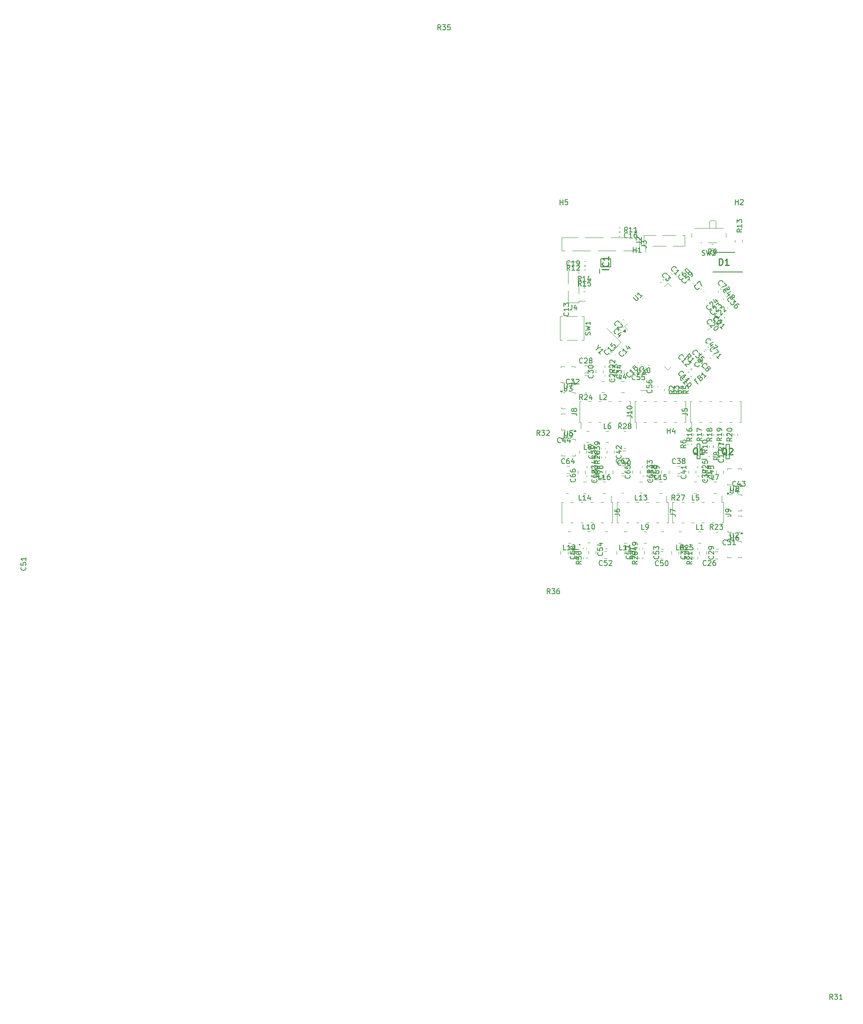
<source format=gbr>
%TF.GenerationSoftware,KiCad,Pcbnew,9.0.0*%
%TF.CreationDate,2025-03-10T21:19:58+01:00*%
%TF.ProjectId,NPulse_v4,4e50756c-7365-45f7-9634-2e6b69636164,rev?*%
%TF.SameCoordinates,Original*%
%TF.FileFunction,Legend,Top*%
%TF.FilePolarity,Positive*%
%FSLAX46Y46*%
G04 Gerber Fmt 4.6, Leading zero omitted, Abs format (unit mm)*
G04 Created by KiCad (PCBNEW 9.0.0) date 2025-03-10 21:19:58*
%MOMM*%
%LPD*%
G01*
G04 APERTURE LIST*
%ADD10C,0.150000*%
%ADD11C,0.254000*%
%ADD12C,0.120000*%
%ADD13C,0.152400*%
%ADD14C,0.200000*%
G04 APERTURE END LIST*
D10*
X151058042Y-110800222D02*
X150724709Y-110324031D01*
X150486614Y-110800222D02*
X150486614Y-109800222D01*
X150486614Y-109800222D02*
X150867566Y-109800222D01*
X150867566Y-109800222D02*
X150962804Y-109847841D01*
X150962804Y-109847841D02*
X151010423Y-109895460D01*
X151010423Y-109895460D02*
X151058042Y-109990698D01*
X151058042Y-109990698D02*
X151058042Y-110133555D01*
X151058042Y-110133555D02*
X151010423Y-110228793D01*
X151010423Y-110228793D02*
X150962804Y-110276412D01*
X150962804Y-110276412D02*
X150867566Y-110324031D01*
X150867566Y-110324031D02*
X150486614Y-110324031D01*
X151391376Y-109800222D02*
X152010423Y-109800222D01*
X152010423Y-109800222D02*
X151677090Y-110181174D01*
X151677090Y-110181174D02*
X151819947Y-110181174D01*
X151819947Y-110181174D02*
X151915185Y-110228793D01*
X151915185Y-110228793D02*
X151962804Y-110276412D01*
X151962804Y-110276412D02*
X152010423Y-110371650D01*
X152010423Y-110371650D02*
X152010423Y-110609745D01*
X152010423Y-110609745D02*
X151962804Y-110704983D01*
X151962804Y-110704983D02*
X151915185Y-110752603D01*
X151915185Y-110752603D02*
X151819947Y-110800222D01*
X151819947Y-110800222D02*
X151534233Y-110800222D01*
X151534233Y-110800222D02*
X151438995Y-110752603D01*
X151438995Y-110752603D02*
X151391376Y-110704983D01*
X152391376Y-109895460D02*
X152438995Y-109847841D01*
X152438995Y-109847841D02*
X152534233Y-109800222D01*
X152534233Y-109800222D02*
X152772328Y-109800222D01*
X152772328Y-109800222D02*
X152867566Y-109847841D01*
X152867566Y-109847841D02*
X152915185Y-109895460D01*
X152915185Y-109895460D02*
X152962804Y-109990698D01*
X152962804Y-109990698D02*
X152962804Y-110085936D01*
X152962804Y-110085936D02*
X152915185Y-110228793D01*
X152915185Y-110228793D02*
X152343757Y-110800222D01*
X152343757Y-110800222D02*
X152962804Y-110800222D01*
X187274819Y-111282857D02*
X186798628Y-111616190D01*
X187274819Y-111854285D02*
X186274819Y-111854285D01*
X186274819Y-111854285D02*
X186274819Y-111473333D01*
X186274819Y-111473333D02*
X186322438Y-111378095D01*
X186322438Y-111378095D02*
X186370057Y-111330476D01*
X186370057Y-111330476D02*
X186465295Y-111282857D01*
X186465295Y-111282857D02*
X186608152Y-111282857D01*
X186608152Y-111282857D02*
X186703390Y-111330476D01*
X186703390Y-111330476D02*
X186751009Y-111378095D01*
X186751009Y-111378095D02*
X186798628Y-111473333D01*
X186798628Y-111473333D02*
X186798628Y-111854285D01*
X187274819Y-110330476D02*
X187274819Y-110901904D01*
X187274819Y-110616190D02*
X186274819Y-110616190D01*
X186274819Y-110616190D02*
X186417676Y-110711428D01*
X186417676Y-110711428D02*
X186512914Y-110806666D01*
X186512914Y-110806666D02*
X186560533Y-110901904D01*
X187274819Y-109854285D02*
X187274819Y-109663809D01*
X187274819Y-109663809D02*
X187227200Y-109568571D01*
X187227200Y-109568571D02*
X187179580Y-109520952D01*
X187179580Y-109520952D02*
X187036723Y-109425714D01*
X187036723Y-109425714D02*
X186846247Y-109378095D01*
X186846247Y-109378095D02*
X186465295Y-109378095D01*
X186465295Y-109378095D02*
X186370057Y-109425714D01*
X186370057Y-109425714D02*
X186322438Y-109473333D01*
X186322438Y-109473333D02*
X186274819Y-109568571D01*
X186274819Y-109568571D02*
X186274819Y-109759047D01*
X186274819Y-109759047D02*
X186322438Y-109854285D01*
X186322438Y-109854285D02*
X186370057Y-109901904D01*
X186370057Y-109901904D02*
X186465295Y-109949523D01*
X186465295Y-109949523D02*
X186703390Y-109949523D01*
X186703390Y-109949523D02*
X186798628Y-109901904D01*
X186798628Y-109901904D02*
X186846247Y-109854285D01*
X186846247Y-109854285D02*
X186893866Y-109759047D01*
X186893866Y-109759047D02*
X186893866Y-109568571D01*
X186893866Y-109568571D02*
X186846247Y-109473333D01*
X186846247Y-109473333D02*
X186798628Y-109425714D01*
X186798628Y-109425714D02*
X186703390Y-109378095D01*
X176990722Y-126463734D02*
X177705007Y-126463734D01*
X177705007Y-126463734D02*
X177847864Y-126511353D01*
X177847864Y-126511353D02*
X177943103Y-126606591D01*
X177943103Y-126606591D02*
X177990722Y-126749448D01*
X177990722Y-126749448D02*
X177990722Y-126844686D01*
X176990722Y-126082781D02*
X176990722Y-125416115D01*
X176990722Y-125416115D02*
X177990722Y-125844686D01*
X162570982Y-93405582D02*
X162234264Y-93742300D01*
X162705669Y-92799491D02*
X162570982Y-93405582D01*
X162570982Y-93405582D02*
X163177073Y-93270895D01*
X163076058Y-94584093D02*
X162671997Y-94180032D01*
X162874028Y-94382063D02*
X163581134Y-93674956D01*
X163581134Y-93674956D02*
X163412776Y-93708628D01*
X163412776Y-93708628D02*
X163278089Y-93708628D01*
X163278089Y-93708628D02*
X163177073Y-93674956D01*
X164790637Y-94357399D02*
X164790637Y-94424743D01*
X164790637Y-94424743D02*
X164723293Y-94559430D01*
X164723293Y-94559430D02*
X164655950Y-94626773D01*
X164655950Y-94626773D02*
X164521263Y-94694117D01*
X164521263Y-94694117D02*
X164386576Y-94694117D01*
X164386576Y-94694117D02*
X164285561Y-94660445D01*
X164285561Y-94660445D02*
X164117202Y-94559430D01*
X164117202Y-94559430D02*
X164016187Y-94458415D01*
X164016187Y-94458415D02*
X163915171Y-94290056D01*
X163915171Y-94290056D02*
X163881500Y-94189041D01*
X163881500Y-94189041D02*
X163881500Y-94054354D01*
X163881500Y-94054354D02*
X163948843Y-93919667D01*
X163948843Y-93919667D02*
X164016187Y-93852323D01*
X164016187Y-93852323D02*
X164150874Y-93784980D01*
X164150874Y-93784980D02*
X164218217Y-93784980D01*
X165531415Y-93751308D02*
X165127354Y-94155369D01*
X165329385Y-93953338D02*
X164622278Y-93246232D01*
X164622278Y-93246232D02*
X164655950Y-93414590D01*
X164655950Y-93414590D02*
X164655950Y-93549277D01*
X164655950Y-93549277D02*
X164622278Y-93650293D01*
X165464072Y-92404438D02*
X165127354Y-92741155D01*
X165127354Y-92741155D02*
X165430400Y-93111544D01*
X165430400Y-93111544D02*
X165430400Y-93044201D01*
X165430400Y-93044201D02*
X165464072Y-92943186D01*
X165464072Y-92943186D02*
X165632431Y-92774827D01*
X165632431Y-92774827D02*
X165733446Y-92741155D01*
X165733446Y-92741155D02*
X165800790Y-92741155D01*
X165800790Y-92741155D02*
X165901805Y-92774827D01*
X165901805Y-92774827D02*
X166070164Y-92943186D01*
X166070164Y-92943186D02*
X166103835Y-93044201D01*
X166103835Y-93044201D02*
X166103835Y-93111544D01*
X166103835Y-93111544D02*
X166070164Y-93212560D01*
X166070164Y-93212560D02*
X165901805Y-93380918D01*
X165901805Y-93380918D02*
X165800790Y-93414590D01*
X165800790Y-93414590D02*
X165733446Y-93414590D01*
X184411413Y-92459449D02*
X184344069Y-92459449D01*
X184344069Y-92459449D02*
X184209382Y-92392105D01*
X184209382Y-92392105D02*
X184142039Y-92324762D01*
X184142039Y-92324762D02*
X184074695Y-92190075D01*
X184074695Y-92190075D02*
X184074695Y-92055388D01*
X184074695Y-92055388D02*
X184108367Y-91954373D01*
X184108367Y-91954373D02*
X184209382Y-91786014D01*
X184209382Y-91786014D02*
X184310397Y-91684999D01*
X184310397Y-91684999D02*
X184478756Y-91583983D01*
X184478756Y-91583983D02*
X184579771Y-91550312D01*
X184579771Y-91550312D02*
X184714458Y-91550312D01*
X184714458Y-91550312D02*
X184849145Y-91617655D01*
X184849145Y-91617655D02*
X184916489Y-91684999D01*
X184916489Y-91684999D02*
X184983832Y-91819686D01*
X184983832Y-91819686D02*
X184983832Y-91887029D01*
X185421565Y-92661479D02*
X184950161Y-93132884D01*
X185522580Y-92223747D02*
X184849145Y-92560464D01*
X184849145Y-92560464D02*
X185286878Y-92998197D01*
X185960313Y-92728823D02*
X186431718Y-93200228D01*
X186431718Y-93200228D02*
X185421565Y-93604289D01*
X186000925Y-88189937D02*
X185933581Y-88189937D01*
X185933581Y-88189937D02*
X185798894Y-88122593D01*
X185798894Y-88122593D02*
X185731551Y-88055250D01*
X185731551Y-88055250D02*
X185664207Y-87920563D01*
X185664207Y-87920563D02*
X185664207Y-87785876D01*
X185664207Y-87785876D02*
X185697879Y-87684861D01*
X185697879Y-87684861D02*
X185798894Y-87516502D01*
X185798894Y-87516502D02*
X185899909Y-87415487D01*
X185899909Y-87415487D02*
X186068268Y-87314471D01*
X186068268Y-87314471D02*
X186169283Y-87280800D01*
X186169283Y-87280800D02*
X186303970Y-87280800D01*
X186303970Y-87280800D02*
X186438657Y-87348143D01*
X186438657Y-87348143D02*
X186506001Y-87415487D01*
X186506001Y-87415487D02*
X186573344Y-87550174D01*
X186573344Y-87550174D02*
X186573344Y-87617517D01*
X186842718Y-87886891D02*
X186910062Y-87886891D01*
X186910062Y-87886891D02*
X187011077Y-87920563D01*
X187011077Y-87920563D02*
X187179436Y-88088922D01*
X187179436Y-88088922D02*
X187213108Y-88189937D01*
X187213108Y-88189937D02*
X187213108Y-88257280D01*
X187213108Y-88257280D02*
X187179436Y-88358296D01*
X187179436Y-88358296D02*
X187112092Y-88425639D01*
X187112092Y-88425639D02*
X186977405Y-88492983D01*
X186977405Y-88492983D02*
X186169283Y-88492983D01*
X186169283Y-88492983D02*
X186607016Y-88930715D01*
X187280451Y-89604151D02*
X186876390Y-89200090D01*
X187078421Y-89402120D02*
X187785528Y-88695013D01*
X187785528Y-88695013D02*
X187617169Y-88728685D01*
X187617169Y-88728685D02*
X187482482Y-88728685D01*
X187482482Y-88728685D02*
X187381467Y-88695013D01*
X179801081Y-133468412D02*
X180801081Y-133468412D01*
X179896320Y-134516030D02*
X179848701Y-134468411D01*
X179848701Y-134468411D02*
X179801081Y-134325554D01*
X179801081Y-134325554D02*
X179801081Y-134230316D01*
X179801081Y-134230316D02*
X179848701Y-134087459D01*
X179848701Y-134087459D02*
X179943939Y-133992221D01*
X179943939Y-133992221D02*
X180039177Y-133944602D01*
X180039177Y-133944602D02*
X180229653Y-133896983D01*
X180229653Y-133896983D02*
X180372510Y-133896983D01*
X180372510Y-133896983D02*
X180562986Y-133944602D01*
X180562986Y-133944602D02*
X180658224Y-133992221D01*
X180658224Y-133992221D02*
X180753462Y-134087459D01*
X180753462Y-134087459D02*
X180801081Y-134230316D01*
X180801081Y-134230316D02*
X180801081Y-134325554D01*
X180801081Y-134325554D02*
X180753462Y-134468411D01*
X180753462Y-134468411D02*
X180705843Y-134516030D01*
X180705843Y-134896983D02*
X180753462Y-134944602D01*
X180753462Y-134944602D02*
X180801081Y-135039840D01*
X180801081Y-135039840D02*
X180801081Y-135277935D01*
X180801081Y-135277935D02*
X180753462Y-135373173D01*
X180753462Y-135373173D02*
X180705843Y-135420792D01*
X180705843Y-135420792D02*
X180610605Y-135468411D01*
X180610605Y-135468411D02*
X180515367Y-135468411D01*
X180515367Y-135468411D02*
X180372510Y-135420792D01*
X180372510Y-135420792D02*
X179801081Y-134849364D01*
X179801081Y-134849364D02*
X179801081Y-135468411D01*
X167199582Y-98762857D02*
X167247202Y-98810476D01*
X167247202Y-98810476D02*
X167294821Y-98953333D01*
X167294821Y-98953333D02*
X167294821Y-99048571D01*
X167294821Y-99048571D02*
X167247202Y-99191428D01*
X167247202Y-99191428D02*
X167151963Y-99286666D01*
X167151963Y-99286666D02*
X167056725Y-99334285D01*
X167056725Y-99334285D02*
X166866249Y-99381904D01*
X166866249Y-99381904D02*
X166723392Y-99381904D01*
X166723392Y-99381904D02*
X166532916Y-99334285D01*
X166532916Y-99334285D02*
X166437678Y-99286666D01*
X166437678Y-99286666D02*
X166342440Y-99191428D01*
X166342440Y-99191428D02*
X166294821Y-99048571D01*
X166294821Y-99048571D02*
X166294821Y-98953333D01*
X166294821Y-98953333D02*
X166342440Y-98810476D01*
X166342440Y-98810476D02*
X166390059Y-98762857D01*
X166294821Y-98429523D02*
X166294821Y-97810476D01*
X166294821Y-97810476D02*
X166675773Y-98143809D01*
X166675773Y-98143809D02*
X166675773Y-98000952D01*
X166675773Y-98000952D02*
X166723392Y-97905714D01*
X166723392Y-97905714D02*
X166771011Y-97858095D01*
X166771011Y-97858095D02*
X166866249Y-97810476D01*
X166866249Y-97810476D02*
X167104344Y-97810476D01*
X167104344Y-97810476D02*
X167199582Y-97858095D01*
X167199582Y-97858095D02*
X167247202Y-97905714D01*
X167247202Y-97905714D02*
X167294821Y-98000952D01*
X167294821Y-98000952D02*
X167294821Y-98286666D01*
X167294821Y-98286666D02*
X167247202Y-98381904D01*
X167247202Y-98381904D02*
X167199582Y-98429523D01*
X166628154Y-96953333D02*
X167294821Y-96953333D01*
X166247202Y-97191428D02*
X166961487Y-97429523D01*
X166961487Y-97429523D02*
X166961487Y-96810476D01*
X170345480Y-133968261D02*
X170393100Y-134015880D01*
X170393100Y-134015880D02*
X170440719Y-134158737D01*
X170440719Y-134158737D02*
X170440719Y-134253975D01*
X170440719Y-134253975D02*
X170393100Y-134396832D01*
X170393100Y-134396832D02*
X170297861Y-134492070D01*
X170297861Y-134492070D02*
X170202623Y-134539689D01*
X170202623Y-134539689D02*
X170012147Y-134587308D01*
X170012147Y-134587308D02*
X169869290Y-134587308D01*
X169869290Y-134587308D02*
X169678814Y-134539689D01*
X169678814Y-134539689D02*
X169583576Y-134492070D01*
X169583576Y-134492070D02*
X169488338Y-134396832D01*
X169488338Y-134396832D02*
X169440719Y-134253975D01*
X169440719Y-134253975D02*
X169440719Y-134158737D01*
X169440719Y-134158737D02*
X169488338Y-134015880D01*
X169488338Y-134015880D02*
X169535957Y-133968261D01*
X169774052Y-133111118D02*
X170440719Y-133111118D01*
X169393100Y-133349213D02*
X170107385Y-133587308D01*
X170107385Y-133587308D02*
X170107385Y-132968261D01*
X170440719Y-132539689D02*
X170440719Y-132349213D01*
X170440719Y-132349213D02*
X170393100Y-132253975D01*
X170393100Y-132253975D02*
X170345480Y-132206356D01*
X170345480Y-132206356D02*
X170202623Y-132111118D01*
X170202623Y-132111118D02*
X170012147Y-132063499D01*
X170012147Y-132063499D02*
X169631195Y-132063499D01*
X169631195Y-132063499D02*
X169535957Y-132111118D01*
X169535957Y-132111118D02*
X169488338Y-132158737D01*
X169488338Y-132158737D02*
X169440719Y-132253975D01*
X169440719Y-132253975D02*
X169440719Y-132444451D01*
X169440719Y-132444451D02*
X169488338Y-132539689D01*
X169488338Y-132539689D02*
X169535957Y-132587308D01*
X169535957Y-132587308D02*
X169631195Y-132634927D01*
X169631195Y-132634927D02*
X169869290Y-132634927D01*
X169869290Y-132634927D02*
X169964528Y-132587308D01*
X169964528Y-132587308D02*
X170012147Y-132539689D01*
X170012147Y-132539689D02*
X170059766Y-132444451D01*
X170059766Y-132444451D02*
X170059766Y-132253975D01*
X170059766Y-132253975D02*
X170012147Y-132158737D01*
X170012147Y-132158737D02*
X169964528Y-132111118D01*
X169964528Y-132111118D02*
X169869290Y-132063499D01*
X183284819Y-111282857D02*
X182808628Y-111616190D01*
X183284819Y-111854285D02*
X182284819Y-111854285D01*
X182284819Y-111854285D02*
X182284819Y-111473333D01*
X182284819Y-111473333D02*
X182332438Y-111378095D01*
X182332438Y-111378095D02*
X182380057Y-111330476D01*
X182380057Y-111330476D02*
X182475295Y-111282857D01*
X182475295Y-111282857D02*
X182618152Y-111282857D01*
X182618152Y-111282857D02*
X182713390Y-111330476D01*
X182713390Y-111330476D02*
X182761009Y-111378095D01*
X182761009Y-111378095D02*
X182808628Y-111473333D01*
X182808628Y-111473333D02*
X182808628Y-111854285D01*
X183284819Y-110330476D02*
X183284819Y-110901904D01*
X183284819Y-110616190D02*
X182284819Y-110616190D01*
X182284819Y-110616190D02*
X182427676Y-110711428D01*
X182427676Y-110711428D02*
X182522914Y-110806666D01*
X182522914Y-110806666D02*
X182570533Y-110901904D01*
X182284819Y-109997142D02*
X182284819Y-109330476D01*
X182284819Y-109330476D02*
X183284819Y-109759047D01*
X162400718Y-117718257D02*
X161924527Y-118051590D01*
X162400718Y-118289685D02*
X161400718Y-118289685D01*
X161400718Y-118289685D02*
X161400718Y-117908733D01*
X161400718Y-117908733D02*
X161448337Y-117813495D01*
X161448337Y-117813495D02*
X161495956Y-117765876D01*
X161495956Y-117765876D02*
X161591194Y-117718257D01*
X161591194Y-117718257D02*
X161734051Y-117718257D01*
X161734051Y-117718257D02*
X161829289Y-117765876D01*
X161829289Y-117765876D02*
X161876908Y-117813495D01*
X161876908Y-117813495D02*
X161924527Y-117908733D01*
X161924527Y-117908733D02*
X161924527Y-118289685D01*
X161400718Y-117384923D02*
X161400718Y-116765876D01*
X161400718Y-116765876D02*
X161781670Y-117099209D01*
X161781670Y-117099209D02*
X161781670Y-116956352D01*
X161781670Y-116956352D02*
X161829289Y-116861114D01*
X161829289Y-116861114D02*
X161876908Y-116813495D01*
X161876908Y-116813495D02*
X161972146Y-116765876D01*
X161972146Y-116765876D02*
X162210241Y-116765876D01*
X162210241Y-116765876D02*
X162305479Y-116813495D01*
X162305479Y-116813495D02*
X162353099Y-116861114D01*
X162353099Y-116861114D02*
X162400718Y-116956352D01*
X162400718Y-116956352D02*
X162400718Y-117242066D01*
X162400718Y-117242066D02*
X162353099Y-117337304D01*
X162353099Y-117337304D02*
X162305479Y-117384923D01*
X161734051Y-115908733D02*
X162400718Y-115908733D01*
X161353099Y-116146828D02*
X162067384Y-116384923D01*
X162067384Y-116384923D02*
X162067384Y-115765876D01*
X166258232Y-88957244D02*
X166190888Y-88957244D01*
X166190888Y-88957244D02*
X166056201Y-88889900D01*
X166056201Y-88889900D02*
X165988858Y-88822557D01*
X165988858Y-88822557D02*
X165921514Y-88687870D01*
X165921514Y-88687870D02*
X165921514Y-88553183D01*
X165921514Y-88553183D02*
X165955186Y-88452168D01*
X165955186Y-88452168D02*
X166056201Y-88283809D01*
X166056201Y-88283809D02*
X166157216Y-88182794D01*
X166157216Y-88182794D02*
X166325575Y-88081778D01*
X166325575Y-88081778D02*
X166426590Y-88048107D01*
X166426590Y-88048107D02*
X166561277Y-88048107D01*
X166561277Y-88048107D02*
X166695964Y-88115450D01*
X166695964Y-88115450D02*
X166763308Y-88182794D01*
X166763308Y-88182794D02*
X166830651Y-88317481D01*
X166830651Y-88317481D02*
X166830651Y-88384824D01*
X167100025Y-88654198D02*
X167167369Y-88654198D01*
X167167369Y-88654198D02*
X167268384Y-88687870D01*
X167268384Y-88687870D02*
X167436743Y-88856229D01*
X167436743Y-88856229D02*
X167470415Y-88957244D01*
X167470415Y-88957244D02*
X167470415Y-89024587D01*
X167470415Y-89024587D02*
X167436743Y-89125603D01*
X167436743Y-89125603D02*
X167369399Y-89192946D01*
X167369399Y-89192946D02*
X167234712Y-89260290D01*
X167234712Y-89260290D02*
X166426590Y-89260290D01*
X166426590Y-89260290D02*
X166864323Y-89698022D01*
X185517141Y-129480221D02*
X185183808Y-129004030D01*
X184945713Y-129480221D02*
X184945713Y-128480221D01*
X184945713Y-128480221D02*
X185326665Y-128480221D01*
X185326665Y-128480221D02*
X185421903Y-128527840D01*
X185421903Y-128527840D02*
X185469522Y-128575459D01*
X185469522Y-128575459D02*
X185517141Y-128670697D01*
X185517141Y-128670697D02*
X185517141Y-128813554D01*
X185517141Y-128813554D02*
X185469522Y-128908792D01*
X185469522Y-128908792D02*
X185421903Y-128956411D01*
X185421903Y-128956411D02*
X185326665Y-129004030D01*
X185326665Y-129004030D02*
X184945713Y-129004030D01*
X185898094Y-128575459D02*
X185945713Y-128527840D01*
X185945713Y-128527840D02*
X186040951Y-128480221D01*
X186040951Y-128480221D02*
X186279046Y-128480221D01*
X186279046Y-128480221D02*
X186374284Y-128527840D01*
X186374284Y-128527840D02*
X186421903Y-128575459D01*
X186421903Y-128575459D02*
X186469522Y-128670697D01*
X186469522Y-128670697D02*
X186469522Y-128765935D01*
X186469522Y-128765935D02*
X186421903Y-128908792D01*
X186421903Y-128908792D02*
X185850475Y-129480221D01*
X185850475Y-129480221D02*
X186469522Y-129480221D01*
X186802856Y-128480221D02*
X187421903Y-128480221D01*
X187421903Y-128480221D02*
X187088570Y-128861173D01*
X187088570Y-128861173D02*
X187231427Y-128861173D01*
X187231427Y-128861173D02*
X187326665Y-128908792D01*
X187326665Y-128908792D02*
X187374284Y-128956411D01*
X187374284Y-128956411D02*
X187421903Y-129051649D01*
X187421903Y-129051649D02*
X187421903Y-129289744D01*
X187421903Y-129289744D02*
X187374284Y-129384982D01*
X187374284Y-129384982D02*
X187326665Y-129432602D01*
X187326665Y-129432602D02*
X187231427Y-129480221D01*
X187231427Y-129480221D02*
X186945713Y-129480221D01*
X186945713Y-129480221D02*
X186850475Y-129432602D01*
X186850475Y-129432602D02*
X186802856Y-129384982D01*
X167418044Y-133570222D02*
X166941854Y-133570222D01*
X166941854Y-133570222D02*
X166941854Y-132570222D01*
X168275187Y-133570222D02*
X167703759Y-133570222D01*
X167989473Y-133570222D02*
X167989473Y-132570222D01*
X167989473Y-132570222D02*
X167894235Y-132713079D01*
X167894235Y-132713079D02*
X167798997Y-132808317D01*
X167798997Y-132808317D02*
X167703759Y-132855936D01*
X169227568Y-133570222D02*
X168656140Y-133570222D01*
X168941854Y-133570222D02*
X168941854Y-132570222D01*
X168941854Y-132570222D02*
X168846616Y-132713079D01*
X168846616Y-132713079D02*
X168751378Y-132808317D01*
X168751378Y-132808317D02*
X168656140Y-132855936D01*
X185294819Y-111302857D02*
X184818628Y-111636190D01*
X185294819Y-111874285D02*
X184294819Y-111874285D01*
X184294819Y-111874285D02*
X184294819Y-111493333D01*
X184294819Y-111493333D02*
X184342438Y-111398095D01*
X184342438Y-111398095D02*
X184390057Y-111350476D01*
X184390057Y-111350476D02*
X184485295Y-111302857D01*
X184485295Y-111302857D02*
X184628152Y-111302857D01*
X184628152Y-111302857D02*
X184723390Y-111350476D01*
X184723390Y-111350476D02*
X184771009Y-111398095D01*
X184771009Y-111398095D02*
X184818628Y-111493333D01*
X184818628Y-111493333D02*
X184818628Y-111874285D01*
X185294819Y-110350476D02*
X185294819Y-110921904D01*
X185294819Y-110636190D02*
X184294819Y-110636190D01*
X184294819Y-110636190D02*
X184437676Y-110731428D01*
X184437676Y-110731428D02*
X184532914Y-110826666D01*
X184532914Y-110826666D02*
X184580533Y-110921904D01*
X184723390Y-109779047D02*
X184675771Y-109874285D01*
X184675771Y-109874285D02*
X184628152Y-109921904D01*
X184628152Y-109921904D02*
X184532914Y-109969523D01*
X184532914Y-109969523D02*
X184485295Y-109969523D01*
X184485295Y-109969523D02*
X184390057Y-109921904D01*
X184390057Y-109921904D02*
X184342438Y-109874285D01*
X184342438Y-109874285D02*
X184294819Y-109779047D01*
X184294819Y-109779047D02*
X184294819Y-109588571D01*
X184294819Y-109588571D02*
X184342438Y-109493333D01*
X184342438Y-109493333D02*
X184390057Y-109445714D01*
X184390057Y-109445714D02*
X184485295Y-109398095D01*
X184485295Y-109398095D02*
X184532914Y-109398095D01*
X184532914Y-109398095D02*
X184628152Y-109445714D01*
X184628152Y-109445714D02*
X184675771Y-109493333D01*
X184675771Y-109493333D02*
X184723390Y-109588571D01*
X184723390Y-109588571D02*
X184723390Y-109779047D01*
X184723390Y-109779047D02*
X184771009Y-109874285D01*
X184771009Y-109874285D02*
X184818628Y-109921904D01*
X184818628Y-109921904D02*
X184913866Y-109969523D01*
X184913866Y-109969523D02*
X185104342Y-109969523D01*
X185104342Y-109969523D02*
X185199580Y-109921904D01*
X185199580Y-109921904D02*
X185247200Y-109874285D01*
X185247200Y-109874285D02*
X185294819Y-109779047D01*
X185294819Y-109779047D02*
X185294819Y-109588571D01*
X185294819Y-109588571D02*
X185247200Y-109493333D01*
X185247200Y-109493333D02*
X185199580Y-109445714D01*
X185199580Y-109445714D02*
X185104342Y-109398095D01*
X185104342Y-109398095D02*
X184913866Y-109398095D01*
X184913866Y-109398095D02*
X184818628Y-109445714D01*
X184818628Y-109445714D02*
X184771009Y-109493333D01*
X184771009Y-109493333D02*
X184723390Y-109588571D01*
X181817788Y-94741947D02*
X181750444Y-94741947D01*
X181750444Y-94741947D02*
X181615757Y-94674603D01*
X181615757Y-94674603D02*
X181548414Y-94607260D01*
X181548414Y-94607260D02*
X181481070Y-94472573D01*
X181481070Y-94472573D02*
X181481070Y-94337886D01*
X181481070Y-94337886D02*
X181514742Y-94236871D01*
X181514742Y-94236871D02*
X181615757Y-94068512D01*
X181615757Y-94068512D02*
X181716772Y-93967497D01*
X181716772Y-93967497D02*
X181885131Y-93866481D01*
X181885131Y-93866481D02*
X181986146Y-93832810D01*
X181986146Y-93832810D02*
X182120833Y-93832810D01*
X182120833Y-93832810D02*
X182255520Y-93900153D01*
X182255520Y-93900153D02*
X182322864Y-93967497D01*
X182322864Y-93967497D02*
X182390207Y-94102184D01*
X182390207Y-94102184D02*
X182390207Y-94169527D01*
X182693253Y-94337886D02*
X183130986Y-94775619D01*
X183130986Y-94775619D02*
X182625910Y-94809290D01*
X182625910Y-94809290D02*
X182726925Y-94910306D01*
X182726925Y-94910306D02*
X182760597Y-95011321D01*
X182760597Y-95011321D02*
X182760597Y-95078664D01*
X182760597Y-95078664D02*
X182726925Y-95179680D01*
X182726925Y-95179680D02*
X182558566Y-95348038D01*
X182558566Y-95348038D02*
X182457551Y-95381710D01*
X182457551Y-95381710D02*
X182390207Y-95381710D01*
X182390207Y-95381710D02*
X182289192Y-95348038D01*
X182289192Y-95348038D02*
X182087162Y-95146008D01*
X182087162Y-95146008D02*
X182053490Y-95044993D01*
X182053490Y-95044993D02*
X182053490Y-94977649D01*
X183770749Y-95415382D02*
X183434032Y-95078664D01*
X183434032Y-95078664D02*
X183063643Y-95381710D01*
X183063643Y-95381710D02*
X183130986Y-95381710D01*
X183130986Y-95381710D02*
X183232001Y-95415382D01*
X183232001Y-95415382D02*
X183400360Y-95583741D01*
X183400360Y-95583741D02*
X183434032Y-95684756D01*
X183434032Y-95684756D02*
X183434032Y-95752100D01*
X183434032Y-95752100D02*
X183400360Y-95853115D01*
X183400360Y-95853115D02*
X183232001Y-96021474D01*
X183232001Y-96021474D02*
X183130986Y-96055145D01*
X183130986Y-96055145D02*
X183063643Y-96055145D01*
X183063643Y-96055145D02*
X182962627Y-96021474D01*
X182962627Y-96021474D02*
X182794269Y-95853115D01*
X182794269Y-95853115D02*
X182760597Y-95752100D01*
X182760597Y-95752100D02*
X182760597Y-95684756D01*
X171244819Y-73063333D02*
X171959104Y-73063333D01*
X171959104Y-73063333D02*
X172101961Y-73110952D01*
X172101961Y-73110952D02*
X172197200Y-73206190D01*
X172197200Y-73206190D02*
X172244819Y-73349047D01*
X172244819Y-73349047D02*
X172244819Y-73444285D01*
X171244819Y-72682380D02*
X171244819Y-72063333D01*
X171244819Y-72063333D02*
X171625771Y-72396666D01*
X171625771Y-72396666D02*
X171625771Y-72253809D01*
X171625771Y-72253809D02*
X171673390Y-72158571D01*
X171673390Y-72158571D02*
X171721009Y-72110952D01*
X171721009Y-72110952D02*
X171816247Y-72063333D01*
X171816247Y-72063333D02*
X172054342Y-72063333D01*
X172054342Y-72063333D02*
X172149580Y-72110952D01*
X172149580Y-72110952D02*
X172197200Y-72158571D01*
X172197200Y-72158571D02*
X172244819Y-72253809D01*
X172244819Y-72253809D02*
X172244819Y-72539523D01*
X172244819Y-72539523D02*
X172197200Y-72634761D01*
X172197200Y-72634761D02*
X172149580Y-72682380D01*
X157037141Y-77963372D02*
X156703808Y-77487181D01*
X156465713Y-77963372D02*
X156465713Y-76963372D01*
X156465713Y-76963372D02*
X156846665Y-76963372D01*
X156846665Y-76963372D02*
X156941903Y-77010991D01*
X156941903Y-77010991D02*
X156989522Y-77058610D01*
X156989522Y-77058610D02*
X157037141Y-77153848D01*
X157037141Y-77153848D02*
X157037141Y-77296705D01*
X157037141Y-77296705D02*
X156989522Y-77391943D01*
X156989522Y-77391943D02*
X156941903Y-77439562D01*
X156941903Y-77439562D02*
X156846665Y-77487181D01*
X156846665Y-77487181D02*
X156465713Y-77487181D01*
X157989522Y-77963372D02*
X157418094Y-77963372D01*
X157703808Y-77963372D02*
X157703808Y-76963372D01*
X157703808Y-76963372D02*
X157608570Y-77106229D01*
X157608570Y-77106229D02*
X157513332Y-77201467D01*
X157513332Y-77201467D02*
X157418094Y-77249086D01*
X158370475Y-77058610D02*
X158418094Y-77010991D01*
X158418094Y-77010991D02*
X158513332Y-76963372D01*
X158513332Y-76963372D02*
X158751427Y-76963372D01*
X158751427Y-76963372D02*
X158846665Y-77010991D01*
X158846665Y-77010991D02*
X158894284Y-77058610D01*
X158894284Y-77058610D02*
X158941903Y-77153848D01*
X158941903Y-77153848D02*
X158941903Y-77249086D01*
X158941903Y-77249086D02*
X158894284Y-77391943D01*
X158894284Y-77391943D02*
X158322856Y-77963372D01*
X158322856Y-77963372D02*
X158941903Y-77963372D01*
X182746167Y-81411868D02*
X182746167Y-81479212D01*
X182746167Y-81479212D02*
X182678823Y-81613899D01*
X182678823Y-81613899D02*
X182611480Y-81681242D01*
X182611480Y-81681242D02*
X182476793Y-81748586D01*
X182476793Y-81748586D02*
X182342106Y-81748586D01*
X182342106Y-81748586D02*
X182241091Y-81714914D01*
X182241091Y-81714914D02*
X182072732Y-81613899D01*
X182072732Y-81613899D02*
X181971717Y-81512884D01*
X181971717Y-81512884D02*
X181870701Y-81344525D01*
X181870701Y-81344525D02*
X181837030Y-81243510D01*
X181837030Y-81243510D02*
X181837030Y-81108823D01*
X181837030Y-81108823D02*
X181904373Y-80974136D01*
X181904373Y-80974136D02*
X181971717Y-80906792D01*
X181971717Y-80906792D02*
X182106404Y-80839449D01*
X182106404Y-80839449D02*
X182173747Y-80839449D01*
X182342106Y-80536403D02*
X182813510Y-80064998D01*
X182813510Y-80064998D02*
X183217571Y-81075151D01*
X178033042Y-116314980D02*
X177985423Y-116362600D01*
X177985423Y-116362600D02*
X177842566Y-116410219D01*
X177842566Y-116410219D02*
X177747328Y-116410219D01*
X177747328Y-116410219D02*
X177604471Y-116362600D01*
X177604471Y-116362600D02*
X177509233Y-116267361D01*
X177509233Y-116267361D02*
X177461614Y-116172123D01*
X177461614Y-116172123D02*
X177413995Y-115981647D01*
X177413995Y-115981647D02*
X177413995Y-115838790D01*
X177413995Y-115838790D02*
X177461614Y-115648314D01*
X177461614Y-115648314D02*
X177509233Y-115553076D01*
X177509233Y-115553076D02*
X177604471Y-115457838D01*
X177604471Y-115457838D02*
X177747328Y-115410219D01*
X177747328Y-115410219D02*
X177842566Y-115410219D01*
X177842566Y-115410219D02*
X177985423Y-115457838D01*
X177985423Y-115457838D02*
X178033042Y-115505457D01*
X178366376Y-115410219D02*
X178985423Y-115410219D01*
X178985423Y-115410219D02*
X178652090Y-115791171D01*
X178652090Y-115791171D02*
X178794947Y-115791171D01*
X178794947Y-115791171D02*
X178890185Y-115838790D01*
X178890185Y-115838790D02*
X178937804Y-115886409D01*
X178937804Y-115886409D02*
X178985423Y-115981647D01*
X178985423Y-115981647D02*
X178985423Y-116219742D01*
X178985423Y-116219742D02*
X178937804Y-116314980D01*
X178937804Y-116314980D02*
X178890185Y-116362600D01*
X178890185Y-116362600D02*
X178794947Y-116410219D01*
X178794947Y-116410219D02*
X178509233Y-116410219D01*
X178509233Y-116410219D02*
X178413995Y-116362600D01*
X178413995Y-116362600D02*
X178366376Y-116314980D01*
X179556852Y-115838790D02*
X179461614Y-115791171D01*
X179461614Y-115791171D02*
X179413995Y-115743552D01*
X179413995Y-115743552D02*
X179366376Y-115648314D01*
X179366376Y-115648314D02*
X179366376Y-115600695D01*
X179366376Y-115600695D02*
X179413995Y-115505457D01*
X179413995Y-115505457D02*
X179461614Y-115457838D01*
X179461614Y-115457838D02*
X179556852Y-115410219D01*
X179556852Y-115410219D02*
X179747328Y-115410219D01*
X179747328Y-115410219D02*
X179842566Y-115457838D01*
X179842566Y-115457838D02*
X179890185Y-115505457D01*
X179890185Y-115505457D02*
X179937804Y-115600695D01*
X179937804Y-115600695D02*
X179937804Y-115648314D01*
X179937804Y-115648314D02*
X179890185Y-115743552D01*
X179890185Y-115743552D02*
X179842566Y-115791171D01*
X179842566Y-115791171D02*
X179747328Y-115838790D01*
X179747328Y-115838790D02*
X179556852Y-115838790D01*
X179556852Y-115838790D02*
X179461614Y-115886409D01*
X179461614Y-115886409D02*
X179413995Y-115934028D01*
X179413995Y-115934028D02*
X179366376Y-116029266D01*
X179366376Y-116029266D02*
X179366376Y-116219742D01*
X179366376Y-116219742D02*
X179413995Y-116314980D01*
X179413995Y-116314980D02*
X179461614Y-116362600D01*
X179461614Y-116362600D02*
X179556852Y-116410219D01*
X179556852Y-116410219D02*
X179747328Y-116410219D01*
X179747328Y-116410219D02*
X179842566Y-116362600D01*
X179842566Y-116362600D02*
X179890185Y-116314980D01*
X179890185Y-116314980D02*
X179937804Y-116219742D01*
X179937804Y-116219742D02*
X179937804Y-116029266D01*
X179937804Y-116029266D02*
X179890185Y-115934028D01*
X179890185Y-115934028D02*
X179842566Y-115886409D01*
X179842566Y-115886409D02*
X179747328Y-115838790D01*
X180629819Y-101871665D02*
X180153628Y-102204998D01*
X180629819Y-102443093D02*
X179629819Y-102443093D01*
X179629819Y-102443093D02*
X179629819Y-102062141D01*
X179629819Y-102062141D02*
X179677438Y-101966903D01*
X179677438Y-101966903D02*
X179725057Y-101919284D01*
X179725057Y-101919284D02*
X179820295Y-101871665D01*
X179820295Y-101871665D02*
X179963152Y-101871665D01*
X179963152Y-101871665D02*
X180058390Y-101919284D01*
X180058390Y-101919284D02*
X180106009Y-101966903D01*
X180106009Y-101966903D02*
X180153628Y-102062141D01*
X180153628Y-102062141D02*
X180153628Y-102443093D01*
X179629819Y-100966903D02*
X179629819Y-101443093D01*
X179629819Y-101443093D02*
X180106009Y-101490712D01*
X180106009Y-101490712D02*
X180058390Y-101443093D01*
X180058390Y-101443093D02*
X180010771Y-101347855D01*
X180010771Y-101347855D02*
X180010771Y-101109760D01*
X180010771Y-101109760D02*
X180058390Y-101014522D01*
X180058390Y-101014522D02*
X180106009Y-100966903D01*
X180106009Y-100966903D02*
X180201247Y-100919284D01*
X180201247Y-100919284D02*
X180439342Y-100919284D01*
X180439342Y-100919284D02*
X180534580Y-100966903D01*
X180534580Y-100966903D02*
X180582200Y-101014522D01*
X180582200Y-101014522D02*
X180629819Y-101109760D01*
X180629819Y-101109760D02*
X180629819Y-101347855D01*
X180629819Y-101347855D02*
X180582200Y-101443093D01*
X180582200Y-101443093D02*
X180534580Y-101490712D01*
X188751413Y-84169449D02*
X188684069Y-84169449D01*
X188684069Y-84169449D02*
X188549382Y-84102105D01*
X188549382Y-84102105D02*
X188482039Y-84034762D01*
X188482039Y-84034762D02*
X188414695Y-83900075D01*
X188414695Y-83900075D02*
X188414695Y-83765388D01*
X188414695Y-83765388D02*
X188448367Y-83664373D01*
X188448367Y-83664373D02*
X188549382Y-83496014D01*
X188549382Y-83496014D02*
X188650397Y-83394999D01*
X188650397Y-83394999D02*
X188818756Y-83293983D01*
X188818756Y-83293983D02*
X188919771Y-83260312D01*
X188919771Y-83260312D02*
X189054458Y-83260312D01*
X189054458Y-83260312D02*
X189189145Y-83327655D01*
X189189145Y-83327655D02*
X189256489Y-83394999D01*
X189256489Y-83394999D02*
X189323832Y-83529686D01*
X189323832Y-83529686D02*
X189323832Y-83597029D01*
X189626878Y-83765388D02*
X190064611Y-84203121D01*
X190064611Y-84203121D02*
X189559535Y-84236792D01*
X189559535Y-84236792D02*
X189660550Y-84337808D01*
X189660550Y-84337808D02*
X189694222Y-84438823D01*
X189694222Y-84438823D02*
X189694222Y-84506166D01*
X189694222Y-84506166D02*
X189660550Y-84607182D01*
X189660550Y-84607182D02*
X189492191Y-84775540D01*
X189492191Y-84775540D02*
X189391176Y-84809212D01*
X189391176Y-84809212D02*
X189323832Y-84809212D01*
X189323832Y-84809212D02*
X189222817Y-84775540D01*
X189222817Y-84775540D02*
X189020787Y-84573510D01*
X189020787Y-84573510D02*
X188987115Y-84472495D01*
X188987115Y-84472495D02*
X188987115Y-84405151D01*
X190670703Y-84809212D02*
X190536016Y-84674525D01*
X190536016Y-84674525D02*
X190435000Y-84640854D01*
X190435000Y-84640854D02*
X190367657Y-84640854D01*
X190367657Y-84640854D02*
X190199298Y-84674525D01*
X190199298Y-84674525D02*
X190030939Y-84775541D01*
X190030939Y-84775541D02*
X189761565Y-85044915D01*
X189761565Y-85044915D02*
X189727894Y-85145930D01*
X189727894Y-85145930D02*
X189727894Y-85213273D01*
X189727894Y-85213273D02*
X189761565Y-85314289D01*
X189761565Y-85314289D02*
X189896252Y-85448976D01*
X189896252Y-85448976D02*
X189997268Y-85482647D01*
X189997268Y-85482647D02*
X190064611Y-85482647D01*
X190064611Y-85482647D02*
X190165626Y-85448976D01*
X190165626Y-85448976D02*
X190333985Y-85280617D01*
X190333985Y-85280617D02*
X190367657Y-85179602D01*
X190367657Y-85179602D02*
X190367657Y-85112258D01*
X190367657Y-85112258D02*
X190333985Y-85011243D01*
X190333985Y-85011243D02*
X190199298Y-84876556D01*
X190199298Y-84876556D02*
X190098283Y-84842884D01*
X190098283Y-84842884D02*
X190030939Y-84842884D01*
X190030939Y-84842884D02*
X189929924Y-84876556D01*
X165950720Y-126453732D02*
X166665005Y-126453732D01*
X166665005Y-126453732D02*
X166807862Y-126501351D01*
X166807862Y-126501351D02*
X166903101Y-126596589D01*
X166903101Y-126596589D02*
X166950720Y-126739446D01*
X166950720Y-126739446D02*
X166950720Y-126834684D01*
X165950720Y-125548970D02*
X165950720Y-125739446D01*
X165950720Y-125739446D02*
X165998339Y-125834684D01*
X165998339Y-125834684D02*
X166045958Y-125882303D01*
X166045958Y-125882303D02*
X166188815Y-125977541D01*
X166188815Y-125977541D02*
X166379291Y-126025160D01*
X166379291Y-126025160D02*
X166760243Y-126025160D01*
X166760243Y-126025160D02*
X166855481Y-125977541D01*
X166855481Y-125977541D02*
X166903101Y-125929922D01*
X166903101Y-125929922D02*
X166950720Y-125834684D01*
X166950720Y-125834684D02*
X166950720Y-125644208D01*
X166950720Y-125644208D02*
X166903101Y-125548970D01*
X166903101Y-125548970D02*
X166855481Y-125501351D01*
X166855481Y-125501351D02*
X166760243Y-125453732D01*
X166760243Y-125453732D02*
X166522148Y-125453732D01*
X166522148Y-125453732D02*
X166426910Y-125501351D01*
X166426910Y-125501351D02*
X166379291Y-125548970D01*
X166379291Y-125548970D02*
X166331672Y-125644208D01*
X166331672Y-125644208D02*
X166331672Y-125834684D01*
X166331672Y-125834684D02*
X166379291Y-125929922D01*
X166379291Y-125929922D02*
X166426910Y-125977541D01*
X166426910Y-125977541D02*
X166522148Y-126025160D01*
X155197142Y-112149580D02*
X155149523Y-112197200D01*
X155149523Y-112197200D02*
X155006666Y-112244819D01*
X155006666Y-112244819D02*
X154911428Y-112244819D01*
X154911428Y-112244819D02*
X154768571Y-112197200D01*
X154768571Y-112197200D02*
X154673333Y-112101961D01*
X154673333Y-112101961D02*
X154625714Y-112006723D01*
X154625714Y-112006723D02*
X154578095Y-111816247D01*
X154578095Y-111816247D02*
X154578095Y-111673390D01*
X154578095Y-111673390D02*
X154625714Y-111482914D01*
X154625714Y-111482914D02*
X154673333Y-111387676D01*
X154673333Y-111387676D02*
X154768571Y-111292438D01*
X154768571Y-111292438D02*
X154911428Y-111244819D01*
X154911428Y-111244819D02*
X155006666Y-111244819D01*
X155006666Y-111244819D02*
X155149523Y-111292438D01*
X155149523Y-111292438D02*
X155197142Y-111340057D01*
X156054285Y-111578152D02*
X156054285Y-112244819D01*
X155816190Y-111197200D02*
X155578095Y-111911485D01*
X155578095Y-111911485D02*
X156197142Y-111911485D01*
X157006666Y-111578152D02*
X157006666Y-112244819D01*
X156768571Y-111197200D02*
X156530476Y-111911485D01*
X156530476Y-111911485D02*
X157149523Y-111911485D01*
X181304819Y-111292857D02*
X180828628Y-111626190D01*
X181304819Y-111864285D02*
X180304819Y-111864285D01*
X180304819Y-111864285D02*
X180304819Y-111483333D01*
X180304819Y-111483333D02*
X180352438Y-111388095D01*
X180352438Y-111388095D02*
X180400057Y-111340476D01*
X180400057Y-111340476D02*
X180495295Y-111292857D01*
X180495295Y-111292857D02*
X180638152Y-111292857D01*
X180638152Y-111292857D02*
X180733390Y-111340476D01*
X180733390Y-111340476D02*
X180781009Y-111388095D01*
X180781009Y-111388095D02*
X180828628Y-111483333D01*
X180828628Y-111483333D02*
X180828628Y-111864285D01*
X181304819Y-110340476D02*
X181304819Y-110911904D01*
X181304819Y-110626190D02*
X180304819Y-110626190D01*
X180304819Y-110626190D02*
X180447676Y-110721428D01*
X180447676Y-110721428D02*
X180542914Y-110816666D01*
X180542914Y-110816666D02*
X180590533Y-110911904D01*
X180304819Y-109483333D02*
X180304819Y-109673809D01*
X180304819Y-109673809D02*
X180352438Y-109769047D01*
X180352438Y-109769047D02*
X180400057Y-109816666D01*
X180400057Y-109816666D02*
X180542914Y-109911904D01*
X180542914Y-109911904D02*
X180733390Y-109959523D01*
X180733390Y-109959523D02*
X181114342Y-109959523D01*
X181114342Y-109959523D02*
X181209580Y-109911904D01*
X181209580Y-109911904D02*
X181257200Y-109864285D01*
X181257200Y-109864285D02*
X181304819Y-109769047D01*
X181304819Y-109769047D02*
X181304819Y-109578571D01*
X181304819Y-109578571D02*
X181257200Y-109483333D01*
X181257200Y-109483333D02*
X181209580Y-109435714D01*
X181209580Y-109435714D02*
X181114342Y-109388095D01*
X181114342Y-109388095D02*
X180876247Y-109388095D01*
X180876247Y-109388095D02*
X180781009Y-109435714D01*
X180781009Y-109435714D02*
X180733390Y-109483333D01*
X180733390Y-109483333D02*
X180685771Y-109578571D01*
X180685771Y-109578571D02*
X180685771Y-109769047D01*
X180685771Y-109769047D02*
X180733390Y-109864285D01*
X180733390Y-109864285D02*
X180781009Y-109911904D01*
X180781009Y-109911904D02*
X180876247Y-109959523D01*
X159338043Y-123680220D02*
X158861853Y-123680220D01*
X158861853Y-123680220D02*
X158861853Y-122680220D01*
X160195186Y-123680220D02*
X159623758Y-123680220D01*
X159909472Y-123680220D02*
X159909472Y-122680220D01*
X159909472Y-122680220D02*
X159814234Y-122823077D01*
X159814234Y-122823077D02*
X159718996Y-122918315D01*
X159718996Y-122918315D02*
X159623758Y-122965934D01*
X161052329Y-123013553D02*
X161052329Y-123680220D01*
X160814234Y-122632601D02*
X160576139Y-123346886D01*
X160576139Y-123346886D02*
X161195186Y-123346886D01*
X179394819Y-106438334D02*
X180109104Y-106438334D01*
X180109104Y-106438334D02*
X180251961Y-106485953D01*
X180251961Y-106485953D02*
X180347200Y-106581191D01*
X180347200Y-106581191D02*
X180394819Y-106724048D01*
X180394819Y-106724048D02*
X180394819Y-106819286D01*
X179394819Y-105485953D02*
X179394819Y-105962143D01*
X179394819Y-105962143D02*
X179871009Y-106009762D01*
X179871009Y-106009762D02*
X179823390Y-105962143D01*
X179823390Y-105962143D02*
X179775771Y-105866905D01*
X179775771Y-105866905D02*
X179775771Y-105628810D01*
X179775771Y-105628810D02*
X179823390Y-105533572D01*
X179823390Y-105533572D02*
X179871009Y-105485953D01*
X179871009Y-105485953D02*
X179966247Y-105438334D01*
X179966247Y-105438334D02*
X180204342Y-105438334D01*
X180204342Y-105438334D02*
X180299580Y-105485953D01*
X180299580Y-105485953D02*
X180347200Y-105533572D01*
X180347200Y-105533572D02*
X180394819Y-105628810D01*
X180394819Y-105628810D02*
X180394819Y-105866905D01*
X180394819Y-105866905D02*
X180347200Y-105962143D01*
X180347200Y-105962143D02*
X180299580Y-106009762D01*
X163539581Y-118762857D02*
X163587201Y-118810476D01*
X163587201Y-118810476D02*
X163634820Y-118953333D01*
X163634820Y-118953333D02*
X163634820Y-119048571D01*
X163634820Y-119048571D02*
X163587201Y-119191428D01*
X163587201Y-119191428D02*
X163491962Y-119286666D01*
X163491962Y-119286666D02*
X163396724Y-119334285D01*
X163396724Y-119334285D02*
X163206248Y-119381904D01*
X163206248Y-119381904D02*
X163063391Y-119381904D01*
X163063391Y-119381904D02*
X162872915Y-119334285D01*
X162872915Y-119334285D02*
X162777677Y-119286666D01*
X162777677Y-119286666D02*
X162682439Y-119191428D01*
X162682439Y-119191428D02*
X162634820Y-119048571D01*
X162634820Y-119048571D02*
X162634820Y-118953333D01*
X162634820Y-118953333D02*
X162682439Y-118810476D01*
X162682439Y-118810476D02*
X162730058Y-118762857D01*
X162634820Y-118429523D02*
X162634820Y-117762857D01*
X162634820Y-117762857D02*
X163634820Y-118191428D01*
X162634820Y-117191428D02*
X162634820Y-117096190D01*
X162634820Y-117096190D02*
X162682439Y-117000952D01*
X162682439Y-117000952D02*
X162730058Y-116953333D01*
X162730058Y-116953333D02*
X162825296Y-116905714D01*
X162825296Y-116905714D02*
X163015772Y-116858095D01*
X163015772Y-116858095D02*
X163253867Y-116858095D01*
X163253867Y-116858095D02*
X163444343Y-116905714D01*
X163444343Y-116905714D02*
X163539581Y-116953333D01*
X163539581Y-116953333D02*
X163587201Y-117000952D01*
X163587201Y-117000952D02*
X163634820Y-117096190D01*
X163634820Y-117096190D02*
X163634820Y-117191428D01*
X163634820Y-117191428D02*
X163587201Y-117286666D01*
X163587201Y-117286666D02*
X163539581Y-117334285D01*
X163539581Y-117334285D02*
X163444343Y-117381904D01*
X163444343Y-117381904D02*
X163253867Y-117429523D01*
X163253867Y-117429523D02*
X163015772Y-117429523D01*
X163015772Y-117429523D02*
X162825296Y-117381904D01*
X162825296Y-117381904D02*
X162730058Y-117334285D01*
X162730058Y-117334285D02*
X162682439Y-117286666D01*
X162682439Y-117286666D02*
X162634820Y-117191428D01*
X158030479Y-119428260D02*
X158078099Y-119475879D01*
X158078099Y-119475879D02*
X158125718Y-119618736D01*
X158125718Y-119618736D02*
X158125718Y-119713974D01*
X158125718Y-119713974D02*
X158078099Y-119856831D01*
X158078099Y-119856831D02*
X157982860Y-119952069D01*
X157982860Y-119952069D02*
X157887622Y-119999688D01*
X157887622Y-119999688D02*
X157697146Y-120047307D01*
X157697146Y-120047307D02*
X157554289Y-120047307D01*
X157554289Y-120047307D02*
X157363813Y-119999688D01*
X157363813Y-119999688D02*
X157268575Y-119952069D01*
X157268575Y-119952069D02*
X157173337Y-119856831D01*
X157173337Y-119856831D02*
X157125718Y-119713974D01*
X157125718Y-119713974D02*
X157125718Y-119618736D01*
X157125718Y-119618736D02*
X157173337Y-119475879D01*
X157173337Y-119475879D02*
X157220956Y-119428260D01*
X157125718Y-118571117D02*
X157125718Y-118761593D01*
X157125718Y-118761593D02*
X157173337Y-118856831D01*
X157173337Y-118856831D02*
X157220956Y-118904450D01*
X157220956Y-118904450D02*
X157363813Y-118999688D01*
X157363813Y-118999688D02*
X157554289Y-119047307D01*
X157554289Y-119047307D02*
X157935241Y-119047307D01*
X157935241Y-119047307D02*
X158030479Y-118999688D01*
X158030479Y-118999688D02*
X158078099Y-118952069D01*
X158078099Y-118952069D02*
X158125718Y-118856831D01*
X158125718Y-118856831D02*
X158125718Y-118666355D01*
X158125718Y-118666355D02*
X158078099Y-118571117D01*
X158078099Y-118571117D02*
X158030479Y-118523498D01*
X158030479Y-118523498D02*
X157935241Y-118475879D01*
X157935241Y-118475879D02*
X157697146Y-118475879D01*
X157697146Y-118475879D02*
X157601908Y-118523498D01*
X157601908Y-118523498D02*
X157554289Y-118571117D01*
X157554289Y-118571117D02*
X157506670Y-118666355D01*
X157506670Y-118666355D02*
X157506670Y-118856831D01*
X157506670Y-118856831D02*
X157554289Y-118952069D01*
X157554289Y-118952069D02*
X157601908Y-118999688D01*
X157601908Y-118999688D02*
X157697146Y-119047307D01*
X157125718Y-117618736D02*
X157125718Y-117809212D01*
X157125718Y-117809212D02*
X157173337Y-117904450D01*
X157173337Y-117904450D02*
X157220956Y-117952069D01*
X157220956Y-117952069D02*
X157363813Y-118047307D01*
X157363813Y-118047307D02*
X157554289Y-118094926D01*
X157554289Y-118094926D02*
X157935241Y-118094926D01*
X157935241Y-118094926D02*
X158030479Y-118047307D01*
X158030479Y-118047307D02*
X158078099Y-117999688D01*
X158078099Y-117999688D02*
X158125718Y-117904450D01*
X158125718Y-117904450D02*
X158125718Y-117713974D01*
X158125718Y-117713974D02*
X158078099Y-117618736D01*
X158078099Y-117618736D02*
X158030479Y-117571117D01*
X158030479Y-117571117D02*
X157935241Y-117523498D01*
X157935241Y-117523498D02*
X157697146Y-117523498D01*
X157697146Y-117523498D02*
X157601908Y-117571117D01*
X157601908Y-117571117D02*
X157554289Y-117618736D01*
X157554289Y-117618736D02*
X157506670Y-117713974D01*
X157506670Y-117713974D02*
X157506670Y-117904450D01*
X157506670Y-117904450D02*
X157554289Y-117999688D01*
X157554289Y-117999688D02*
X157601908Y-118047307D01*
X157601908Y-118047307D02*
X157697146Y-118094926D01*
X182786167Y-96791868D02*
X182786167Y-96859212D01*
X182786167Y-96859212D02*
X182718823Y-96993899D01*
X182718823Y-96993899D02*
X182651480Y-97061242D01*
X182651480Y-97061242D02*
X182516793Y-97128586D01*
X182516793Y-97128586D02*
X182382106Y-97128586D01*
X182382106Y-97128586D02*
X182281091Y-97094914D01*
X182281091Y-97094914D02*
X182112732Y-96993899D01*
X182112732Y-96993899D02*
X182011717Y-96892884D01*
X182011717Y-96892884D02*
X181910701Y-96724525D01*
X181910701Y-96724525D02*
X181877030Y-96623510D01*
X181877030Y-96623510D02*
X181877030Y-96488823D01*
X181877030Y-96488823D02*
X181944373Y-96354136D01*
X181944373Y-96354136D02*
X182011717Y-96286792D01*
X182011717Y-96286792D02*
X182146404Y-96219449D01*
X182146404Y-96219449D02*
X182213747Y-96219449D01*
X183190228Y-96522494D02*
X183324915Y-96387807D01*
X183324915Y-96387807D02*
X183358587Y-96286792D01*
X183358587Y-96286792D02*
X183358587Y-96219449D01*
X183358587Y-96219449D02*
X183324915Y-96051090D01*
X183324915Y-96051090D02*
X183223900Y-95882731D01*
X183223900Y-95882731D02*
X182954526Y-95613357D01*
X182954526Y-95613357D02*
X182853510Y-95579685D01*
X182853510Y-95579685D02*
X182786167Y-95579685D01*
X182786167Y-95579685D02*
X182685152Y-95613357D01*
X182685152Y-95613357D02*
X182550465Y-95748044D01*
X182550465Y-95748044D02*
X182516793Y-95849059D01*
X182516793Y-95849059D02*
X182516793Y-95916403D01*
X182516793Y-95916403D02*
X182550465Y-96017418D01*
X182550465Y-96017418D02*
X182718823Y-96185777D01*
X182718823Y-96185777D02*
X182819839Y-96219449D01*
X182819839Y-96219449D02*
X182887182Y-96219449D01*
X182887182Y-96219449D02*
X182988197Y-96185777D01*
X182988197Y-96185777D02*
X183122884Y-96051090D01*
X183122884Y-96051090D02*
X183156556Y-95950075D01*
X183156556Y-95950075D02*
X183156556Y-95882731D01*
X183156556Y-95882731D02*
X183122884Y-95781716D01*
X156937142Y-100489580D02*
X156889523Y-100537200D01*
X156889523Y-100537200D02*
X156746666Y-100584819D01*
X156746666Y-100584819D02*
X156651428Y-100584819D01*
X156651428Y-100584819D02*
X156508571Y-100537200D01*
X156508571Y-100537200D02*
X156413333Y-100441961D01*
X156413333Y-100441961D02*
X156365714Y-100346723D01*
X156365714Y-100346723D02*
X156318095Y-100156247D01*
X156318095Y-100156247D02*
X156318095Y-100013390D01*
X156318095Y-100013390D02*
X156365714Y-99822914D01*
X156365714Y-99822914D02*
X156413333Y-99727676D01*
X156413333Y-99727676D02*
X156508571Y-99632438D01*
X156508571Y-99632438D02*
X156651428Y-99584819D01*
X156651428Y-99584819D02*
X156746666Y-99584819D01*
X156746666Y-99584819D02*
X156889523Y-99632438D01*
X156889523Y-99632438D02*
X156937142Y-99680057D01*
X157270476Y-99584819D02*
X157889523Y-99584819D01*
X157889523Y-99584819D02*
X157556190Y-99965771D01*
X157556190Y-99965771D02*
X157699047Y-99965771D01*
X157699047Y-99965771D02*
X157794285Y-100013390D01*
X157794285Y-100013390D02*
X157841904Y-100061009D01*
X157841904Y-100061009D02*
X157889523Y-100156247D01*
X157889523Y-100156247D02*
X157889523Y-100394342D01*
X157889523Y-100394342D02*
X157841904Y-100489580D01*
X157841904Y-100489580D02*
X157794285Y-100537200D01*
X157794285Y-100537200D02*
X157699047Y-100584819D01*
X157699047Y-100584819D02*
X157413333Y-100584819D01*
X157413333Y-100584819D02*
X157318095Y-100537200D01*
X157318095Y-100537200D02*
X157270476Y-100489580D01*
X158270476Y-99680057D02*
X158318095Y-99632438D01*
X158318095Y-99632438D02*
X158413333Y-99584819D01*
X158413333Y-99584819D02*
X158651428Y-99584819D01*
X158651428Y-99584819D02*
X158746666Y-99632438D01*
X158746666Y-99632438D02*
X158794285Y-99680057D01*
X158794285Y-99680057D02*
X158841904Y-99775295D01*
X158841904Y-99775295D02*
X158841904Y-99870533D01*
X158841904Y-99870533D02*
X158794285Y-100013390D01*
X158794285Y-100013390D02*
X158222857Y-100584819D01*
X158222857Y-100584819D02*
X158841904Y-100584819D01*
X184344819Y-113662857D02*
X183868628Y-113996190D01*
X184344819Y-114234285D02*
X183344819Y-114234285D01*
X183344819Y-114234285D02*
X183344819Y-113853333D01*
X183344819Y-113853333D02*
X183392438Y-113758095D01*
X183392438Y-113758095D02*
X183440057Y-113710476D01*
X183440057Y-113710476D02*
X183535295Y-113662857D01*
X183535295Y-113662857D02*
X183678152Y-113662857D01*
X183678152Y-113662857D02*
X183773390Y-113710476D01*
X183773390Y-113710476D02*
X183821009Y-113758095D01*
X183821009Y-113758095D02*
X183868628Y-113853333D01*
X183868628Y-113853333D02*
X183868628Y-114234285D01*
X184344819Y-112710476D02*
X184344819Y-113281904D01*
X184344819Y-112996190D02*
X183344819Y-112996190D01*
X183344819Y-112996190D02*
X183487676Y-113091428D01*
X183487676Y-113091428D02*
X183582914Y-113186666D01*
X183582914Y-113186666D02*
X183630533Y-113281904D01*
X183344819Y-112091428D02*
X183344819Y-111996190D01*
X183344819Y-111996190D02*
X183392438Y-111900952D01*
X183392438Y-111900952D02*
X183440057Y-111853333D01*
X183440057Y-111853333D02*
X183535295Y-111805714D01*
X183535295Y-111805714D02*
X183725771Y-111758095D01*
X183725771Y-111758095D02*
X183963866Y-111758095D01*
X183963866Y-111758095D02*
X184154342Y-111805714D01*
X184154342Y-111805714D02*
X184249580Y-111853333D01*
X184249580Y-111853333D02*
X184297200Y-111900952D01*
X184297200Y-111900952D02*
X184344819Y-111996190D01*
X184344819Y-111996190D02*
X184344819Y-112091428D01*
X184344819Y-112091428D02*
X184297200Y-112186666D01*
X184297200Y-112186666D02*
X184249580Y-112234285D01*
X184249580Y-112234285D02*
X184154342Y-112281904D01*
X184154342Y-112281904D02*
X183963866Y-112329523D01*
X183963866Y-112329523D02*
X183725771Y-112329523D01*
X183725771Y-112329523D02*
X183535295Y-112281904D01*
X183535295Y-112281904D02*
X183440057Y-112234285D01*
X183440057Y-112234285D02*
X183392438Y-112186666D01*
X183392438Y-112186666D02*
X183344819Y-112091428D01*
X170538045Y-123640223D02*
X170061855Y-123640223D01*
X170061855Y-123640223D02*
X170061855Y-122640223D01*
X171395188Y-123640223D02*
X170823760Y-123640223D01*
X171109474Y-123640223D02*
X171109474Y-122640223D01*
X171109474Y-122640223D02*
X171014236Y-122783080D01*
X171014236Y-122783080D02*
X170918998Y-122878318D01*
X170918998Y-122878318D02*
X170823760Y-122925937D01*
X171728522Y-122640223D02*
X172347569Y-122640223D01*
X172347569Y-122640223D02*
X172014236Y-123021175D01*
X172014236Y-123021175D02*
X172157093Y-123021175D01*
X172157093Y-123021175D02*
X172252331Y-123068794D01*
X172252331Y-123068794D02*
X172299950Y-123116413D01*
X172299950Y-123116413D02*
X172347569Y-123211651D01*
X172347569Y-123211651D02*
X172347569Y-123449746D01*
X172347569Y-123449746D02*
X172299950Y-123544984D01*
X172299950Y-123544984D02*
X172252331Y-123592604D01*
X172252331Y-123592604D02*
X172157093Y-123640223D01*
X172157093Y-123640223D02*
X171871379Y-123640223D01*
X171871379Y-123640223D02*
X171776141Y-123592604D01*
X171776141Y-123592604D02*
X171728522Y-123544984D01*
X188968095Y-130172319D02*
X188968095Y-130981842D01*
X188968095Y-130981842D02*
X189015714Y-131077080D01*
X189015714Y-131077080D02*
X189063333Y-131124700D01*
X189063333Y-131124700D02*
X189158571Y-131172319D01*
X189158571Y-131172319D02*
X189349047Y-131172319D01*
X189349047Y-131172319D02*
X189444285Y-131124700D01*
X189444285Y-131124700D02*
X189491904Y-131077080D01*
X189491904Y-131077080D02*
X189539523Y-130981842D01*
X189539523Y-130981842D02*
X189539523Y-130172319D01*
X189968095Y-130267557D02*
X190015714Y-130219938D01*
X190015714Y-130219938D02*
X190110952Y-130172319D01*
X190110952Y-130172319D02*
X190349047Y-130172319D01*
X190349047Y-130172319D02*
X190444285Y-130219938D01*
X190444285Y-130219938D02*
X190491904Y-130267557D01*
X190491904Y-130267557D02*
X190539523Y-130362795D01*
X190539523Y-130362795D02*
X190539523Y-130458033D01*
X190539523Y-130458033D02*
X190491904Y-130600890D01*
X190491904Y-130600890D02*
X189920476Y-131172319D01*
X189920476Y-131172319D02*
X190539523Y-131172319D01*
X155918832Y-110309222D02*
X155918832Y-111118745D01*
X155918832Y-111118745D02*
X155966451Y-111213983D01*
X155966451Y-111213983D02*
X156014070Y-111261603D01*
X156014070Y-111261603D02*
X156109308Y-111309222D01*
X156109308Y-111309222D02*
X156299784Y-111309222D01*
X156299784Y-111309222D02*
X156395022Y-111261603D01*
X156395022Y-111261603D02*
X156442641Y-111213983D01*
X156442641Y-111213983D02*
X156490260Y-111118745D01*
X156490260Y-111118745D02*
X156490260Y-110309222D01*
X157014070Y-111309222D02*
X157204546Y-111309222D01*
X157204546Y-111309222D02*
X157299784Y-111261603D01*
X157299784Y-111261603D02*
X157347403Y-111213983D01*
X157347403Y-111213983D02*
X157442641Y-111071126D01*
X157442641Y-111071126D02*
X157490260Y-110880650D01*
X157490260Y-110880650D02*
X157490260Y-110499698D01*
X157490260Y-110499698D02*
X157442641Y-110404460D01*
X157442641Y-110404460D02*
X157395022Y-110356841D01*
X157395022Y-110356841D02*
X157299784Y-110309222D01*
X157299784Y-110309222D02*
X157109308Y-110309222D01*
X157109308Y-110309222D02*
X157014070Y-110356841D01*
X157014070Y-110356841D02*
X156966451Y-110404460D01*
X156966451Y-110404460D02*
X156918832Y-110499698D01*
X156918832Y-110499698D02*
X156918832Y-110737793D01*
X156918832Y-110737793D02*
X156966451Y-110833031D01*
X156966451Y-110833031D02*
X157014070Y-110880650D01*
X157014070Y-110880650D02*
X157109308Y-110928269D01*
X157109308Y-110928269D02*
X157299784Y-110928269D01*
X157299784Y-110928269D02*
X157395022Y-110880650D01*
X157395022Y-110880650D02*
X157442641Y-110833031D01*
X157442641Y-110833031D02*
X157490260Y-110737793D01*
X191254819Y-69767857D02*
X190778628Y-70101190D01*
X191254819Y-70339285D02*
X190254819Y-70339285D01*
X190254819Y-70339285D02*
X190254819Y-69958333D01*
X190254819Y-69958333D02*
X190302438Y-69863095D01*
X190302438Y-69863095D02*
X190350057Y-69815476D01*
X190350057Y-69815476D02*
X190445295Y-69767857D01*
X190445295Y-69767857D02*
X190588152Y-69767857D01*
X190588152Y-69767857D02*
X190683390Y-69815476D01*
X190683390Y-69815476D02*
X190731009Y-69863095D01*
X190731009Y-69863095D02*
X190778628Y-69958333D01*
X190778628Y-69958333D02*
X190778628Y-70339285D01*
X191254819Y-68815476D02*
X191254819Y-69386904D01*
X191254819Y-69101190D02*
X190254819Y-69101190D01*
X190254819Y-69101190D02*
X190397676Y-69196428D01*
X190397676Y-69196428D02*
X190492914Y-69291666D01*
X190492914Y-69291666D02*
X190540533Y-69386904D01*
X190254819Y-68482142D02*
X190254819Y-67863095D01*
X190254819Y-67863095D02*
X190635771Y-68196428D01*
X190635771Y-68196428D02*
X190635771Y-68053571D01*
X190635771Y-68053571D02*
X190683390Y-67958333D01*
X190683390Y-67958333D02*
X190731009Y-67910714D01*
X190731009Y-67910714D02*
X190826247Y-67863095D01*
X190826247Y-67863095D02*
X191064342Y-67863095D01*
X191064342Y-67863095D02*
X191159580Y-67910714D01*
X191159580Y-67910714D02*
X191207200Y-67958333D01*
X191207200Y-67958333D02*
X191254819Y-68053571D01*
X191254819Y-68053571D02*
X191254819Y-68339285D01*
X191254819Y-68339285D02*
X191207200Y-68434523D01*
X191207200Y-68434523D02*
X191159580Y-68482142D01*
X167159580Y-114752855D02*
X167207200Y-114800474D01*
X167207200Y-114800474D02*
X167254819Y-114943331D01*
X167254819Y-114943331D02*
X167254819Y-115038569D01*
X167254819Y-115038569D02*
X167207200Y-115181426D01*
X167207200Y-115181426D02*
X167111961Y-115276664D01*
X167111961Y-115276664D02*
X167016723Y-115324283D01*
X167016723Y-115324283D02*
X166826247Y-115371902D01*
X166826247Y-115371902D02*
X166683390Y-115371902D01*
X166683390Y-115371902D02*
X166492914Y-115324283D01*
X166492914Y-115324283D02*
X166397676Y-115276664D01*
X166397676Y-115276664D02*
X166302438Y-115181426D01*
X166302438Y-115181426D02*
X166254819Y-115038569D01*
X166254819Y-115038569D02*
X166254819Y-114943331D01*
X166254819Y-114943331D02*
X166302438Y-114800474D01*
X166302438Y-114800474D02*
X166350057Y-114752855D01*
X166588152Y-113895712D02*
X167254819Y-113895712D01*
X166207200Y-114133807D02*
X166921485Y-114371902D01*
X166921485Y-114371902D02*
X166921485Y-113752855D01*
X166350057Y-113419521D02*
X166302438Y-113371902D01*
X166302438Y-113371902D02*
X166254819Y-113276664D01*
X166254819Y-113276664D02*
X166254819Y-113038569D01*
X166254819Y-113038569D02*
X166302438Y-112943331D01*
X166302438Y-112943331D02*
X166350057Y-112895712D01*
X166350057Y-112895712D02*
X166445295Y-112848093D01*
X166445295Y-112848093D02*
X166540533Y-112848093D01*
X166540533Y-112848093D02*
X166683390Y-112895712D01*
X166683390Y-112895712D02*
X167254819Y-113467140D01*
X167254819Y-113467140D02*
X167254819Y-112848093D01*
X178739819Y-101891666D02*
X178263628Y-102224999D01*
X178739819Y-102463094D02*
X177739819Y-102463094D01*
X177739819Y-102463094D02*
X177739819Y-102082142D01*
X177739819Y-102082142D02*
X177787438Y-101986904D01*
X177787438Y-101986904D02*
X177835057Y-101939285D01*
X177835057Y-101939285D02*
X177930295Y-101891666D01*
X177930295Y-101891666D02*
X178073152Y-101891666D01*
X178073152Y-101891666D02*
X178168390Y-101939285D01*
X178168390Y-101939285D02*
X178216009Y-101986904D01*
X178216009Y-101986904D02*
X178263628Y-102082142D01*
X178263628Y-102082142D02*
X178263628Y-102463094D01*
X177739819Y-101558332D02*
X177739819Y-100939285D01*
X177739819Y-100939285D02*
X178120771Y-101272618D01*
X178120771Y-101272618D02*
X178120771Y-101129761D01*
X178120771Y-101129761D02*
X178168390Y-101034523D01*
X178168390Y-101034523D02*
X178216009Y-100986904D01*
X178216009Y-100986904D02*
X178311247Y-100939285D01*
X178311247Y-100939285D02*
X178549342Y-100939285D01*
X178549342Y-100939285D02*
X178644580Y-100986904D01*
X178644580Y-100986904D02*
X178692200Y-101034523D01*
X178692200Y-101034523D02*
X178739819Y-101129761D01*
X178739819Y-101129761D02*
X178739819Y-101415475D01*
X178739819Y-101415475D02*
X178692200Y-101510713D01*
X178692200Y-101510713D02*
X178644580Y-101558332D01*
X170194819Y-72383333D02*
X170909104Y-72383333D01*
X170909104Y-72383333D02*
X171051961Y-72430952D01*
X171051961Y-72430952D02*
X171147200Y-72526190D01*
X171147200Y-72526190D02*
X171194819Y-72669047D01*
X171194819Y-72669047D02*
X171194819Y-72764285D01*
X170290057Y-71954761D02*
X170242438Y-71907142D01*
X170242438Y-71907142D02*
X170194819Y-71811904D01*
X170194819Y-71811904D02*
X170194819Y-71573809D01*
X170194819Y-71573809D02*
X170242438Y-71478571D01*
X170242438Y-71478571D02*
X170290057Y-71430952D01*
X170290057Y-71430952D02*
X170385295Y-71383333D01*
X170385295Y-71383333D02*
X170480533Y-71383333D01*
X170480533Y-71383333D02*
X170623390Y-71430952D01*
X170623390Y-71430952D02*
X171194819Y-72002380D01*
X171194819Y-72002380D02*
X171194819Y-71383333D01*
X169620195Y-83347691D02*
X170192615Y-83920111D01*
X170192615Y-83920111D02*
X170293630Y-83953783D01*
X170293630Y-83953783D02*
X170360974Y-83953783D01*
X170360974Y-83953783D02*
X170461989Y-83920111D01*
X170461989Y-83920111D02*
X170596676Y-83785424D01*
X170596676Y-83785424D02*
X170630348Y-83684409D01*
X170630348Y-83684409D02*
X170630348Y-83617065D01*
X170630348Y-83617065D02*
X170596676Y-83516050D01*
X170596676Y-83516050D02*
X170024256Y-82943630D01*
X171438470Y-82943630D02*
X171034409Y-83347691D01*
X171236439Y-83145661D02*
X170529333Y-82438554D01*
X170529333Y-82438554D02*
X170563004Y-82606913D01*
X170563004Y-82606913D02*
X170563004Y-82741600D01*
X170563004Y-82741600D02*
X170529333Y-82842615D01*
X159275720Y-135798259D02*
X158799529Y-136131592D01*
X159275720Y-136369687D02*
X158275720Y-136369687D01*
X158275720Y-136369687D02*
X158275720Y-135988735D01*
X158275720Y-135988735D02*
X158323339Y-135893497D01*
X158323339Y-135893497D02*
X158370958Y-135845878D01*
X158370958Y-135845878D02*
X158466196Y-135798259D01*
X158466196Y-135798259D02*
X158609053Y-135798259D01*
X158609053Y-135798259D02*
X158704291Y-135845878D01*
X158704291Y-135845878D02*
X158751910Y-135893497D01*
X158751910Y-135893497D02*
X158799529Y-135988735D01*
X158799529Y-135988735D02*
X158799529Y-136369687D01*
X158275720Y-135464925D02*
X158275720Y-134845878D01*
X158275720Y-134845878D02*
X158656672Y-135179211D01*
X158656672Y-135179211D02*
X158656672Y-135036354D01*
X158656672Y-135036354D02*
X158704291Y-134941116D01*
X158704291Y-134941116D02*
X158751910Y-134893497D01*
X158751910Y-134893497D02*
X158847148Y-134845878D01*
X158847148Y-134845878D02*
X159085243Y-134845878D01*
X159085243Y-134845878D02*
X159180481Y-134893497D01*
X159180481Y-134893497D02*
X159228101Y-134941116D01*
X159228101Y-134941116D02*
X159275720Y-135036354D01*
X159275720Y-135036354D02*
X159275720Y-135322068D01*
X159275720Y-135322068D02*
X159228101Y-135417306D01*
X159228101Y-135417306D02*
X159180481Y-135464925D01*
X158275720Y-134226830D02*
X158275720Y-134131592D01*
X158275720Y-134131592D02*
X158323339Y-134036354D01*
X158323339Y-134036354D02*
X158370958Y-133988735D01*
X158370958Y-133988735D02*
X158466196Y-133941116D01*
X158466196Y-133941116D02*
X158656672Y-133893497D01*
X158656672Y-133893497D02*
X158894767Y-133893497D01*
X158894767Y-133893497D02*
X159085243Y-133941116D01*
X159085243Y-133941116D02*
X159180481Y-133988735D01*
X159180481Y-133988735D02*
X159228101Y-134036354D01*
X159228101Y-134036354D02*
X159275720Y-134131592D01*
X159275720Y-134131592D02*
X159275720Y-134226830D01*
X159275720Y-134226830D02*
X159228101Y-134322068D01*
X159228101Y-134322068D02*
X159180481Y-134369687D01*
X159180481Y-134369687D02*
X159085243Y-134417306D01*
X159085243Y-134417306D02*
X158894767Y-134464925D01*
X158894767Y-134464925D02*
X158656672Y-134464925D01*
X158656672Y-134464925D02*
X158466196Y-134417306D01*
X158466196Y-134417306D02*
X158370958Y-134369687D01*
X158370958Y-134369687D02*
X158323339Y-134322068D01*
X158323339Y-134322068D02*
X158275720Y-134226830D01*
X180184449Y-80138586D02*
X180184449Y-80205930D01*
X180184449Y-80205930D02*
X180117105Y-80340617D01*
X180117105Y-80340617D02*
X180049762Y-80407960D01*
X180049762Y-80407960D02*
X179915075Y-80475304D01*
X179915075Y-80475304D02*
X179780388Y-80475304D01*
X179780388Y-80475304D02*
X179679373Y-80441632D01*
X179679373Y-80441632D02*
X179511014Y-80340617D01*
X179511014Y-80340617D02*
X179409999Y-80239602D01*
X179409999Y-80239602D02*
X179308983Y-80071243D01*
X179308983Y-80071243D02*
X179275312Y-79970228D01*
X179275312Y-79970228D02*
X179275312Y-79835541D01*
X179275312Y-79835541D02*
X179342655Y-79700854D01*
X179342655Y-79700854D02*
X179409999Y-79633510D01*
X179409999Y-79633510D02*
X179544686Y-79566167D01*
X179544686Y-79566167D02*
X179612029Y-79566167D01*
X180184449Y-78859060D02*
X179847731Y-79195777D01*
X179847731Y-79195777D02*
X180150777Y-79566167D01*
X180150777Y-79566167D02*
X180150777Y-79498823D01*
X180150777Y-79498823D02*
X180184449Y-79397808D01*
X180184449Y-79397808D02*
X180352808Y-79229449D01*
X180352808Y-79229449D02*
X180453823Y-79195777D01*
X180453823Y-79195777D02*
X180521166Y-79195777D01*
X180521166Y-79195777D02*
X180622182Y-79229449D01*
X180622182Y-79229449D02*
X180790540Y-79397808D01*
X180790540Y-79397808D02*
X180824212Y-79498823D01*
X180824212Y-79498823D02*
X180824212Y-79566167D01*
X180824212Y-79566167D02*
X180790540Y-79667182D01*
X180790540Y-79667182D02*
X180622182Y-79835541D01*
X180622182Y-79835541D02*
X180521166Y-79869212D01*
X180521166Y-79869212D02*
X180453823Y-79869212D01*
X181261945Y-79195777D02*
X181396632Y-79061090D01*
X181396632Y-79061090D02*
X181430304Y-78960075D01*
X181430304Y-78960075D02*
X181430304Y-78892731D01*
X181430304Y-78892731D02*
X181396632Y-78724373D01*
X181396632Y-78724373D02*
X181295617Y-78556014D01*
X181295617Y-78556014D02*
X181026243Y-78286640D01*
X181026243Y-78286640D02*
X180925228Y-78252968D01*
X180925228Y-78252968D02*
X180857884Y-78252968D01*
X180857884Y-78252968D02*
X180756869Y-78286640D01*
X180756869Y-78286640D02*
X180622182Y-78421327D01*
X180622182Y-78421327D02*
X180588510Y-78522342D01*
X180588510Y-78522342D02*
X180588510Y-78589686D01*
X180588510Y-78589686D02*
X180622182Y-78690701D01*
X180622182Y-78690701D02*
X180790541Y-78859060D01*
X180790541Y-78859060D02*
X180891556Y-78892731D01*
X180891556Y-78892731D02*
X180958899Y-78892731D01*
X180958899Y-78892731D02*
X181059915Y-78859060D01*
X181059915Y-78859060D02*
X181194602Y-78724373D01*
X181194602Y-78724373D02*
X181228273Y-78623357D01*
X181228273Y-78623357D02*
X181228273Y-78556014D01*
X181228273Y-78556014D02*
X181194602Y-78454999D01*
X175788131Y-79406167D02*
X175720787Y-79406167D01*
X175720787Y-79406167D02*
X175586100Y-79338823D01*
X175586100Y-79338823D02*
X175518757Y-79271480D01*
X175518757Y-79271480D02*
X175451413Y-79136793D01*
X175451413Y-79136793D02*
X175451413Y-79002106D01*
X175451413Y-79002106D02*
X175485085Y-78901091D01*
X175485085Y-78901091D02*
X175586100Y-78732732D01*
X175586100Y-78732732D02*
X175687115Y-78631717D01*
X175687115Y-78631717D02*
X175855474Y-78530701D01*
X175855474Y-78530701D02*
X175956489Y-78497030D01*
X175956489Y-78497030D02*
X176091176Y-78497030D01*
X176091176Y-78497030D02*
X176225863Y-78564373D01*
X176225863Y-78564373D02*
X176293207Y-78631717D01*
X176293207Y-78631717D02*
X176360550Y-78766404D01*
X176360550Y-78766404D02*
X176360550Y-78833747D01*
X176663596Y-79002106D02*
X177101329Y-79439839D01*
X177101329Y-79439839D02*
X176596253Y-79473510D01*
X176596253Y-79473510D02*
X176697268Y-79574526D01*
X176697268Y-79574526D02*
X176730940Y-79675541D01*
X176730940Y-79675541D02*
X176730940Y-79742884D01*
X176730940Y-79742884D02*
X176697268Y-79843900D01*
X176697268Y-79843900D02*
X176528909Y-80012258D01*
X176528909Y-80012258D02*
X176427894Y-80045930D01*
X176427894Y-80045930D02*
X176360550Y-80045930D01*
X176360550Y-80045930D02*
X176259535Y-80012258D01*
X176259535Y-80012258D02*
X176057505Y-79810228D01*
X176057505Y-79810228D02*
X176023833Y-79709213D01*
X176023833Y-79709213D02*
X176023833Y-79641869D01*
X185749232Y-119570223D02*
X185273042Y-119570223D01*
X185273042Y-119570223D02*
X185273042Y-118570223D01*
X185987328Y-118570223D02*
X186653994Y-118570223D01*
X186653994Y-118570223D02*
X186225423Y-119570223D01*
X155990595Y-109864819D02*
X155990595Y-110674342D01*
X155990595Y-110674342D02*
X156038214Y-110769580D01*
X156038214Y-110769580D02*
X156085833Y-110817200D01*
X156085833Y-110817200D02*
X156181071Y-110864819D01*
X156181071Y-110864819D02*
X156371547Y-110864819D01*
X156371547Y-110864819D02*
X156466785Y-110817200D01*
X156466785Y-110817200D02*
X156514404Y-110769580D01*
X156514404Y-110769580D02*
X156562023Y-110674342D01*
X156562023Y-110674342D02*
X156562023Y-109864819D01*
X157514404Y-109864819D02*
X157038214Y-109864819D01*
X157038214Y-109864819D02*
X156990595Y-110341009D01*
X156990595Y-110341009D02*
X157038214Y-110293390D01*
X157038214Y-110293390D02*
X157133452Y-110245771D01*
X157133452Y-110245771D02*
X157371547Y-110245771D01*
X157371547Y-110245771D02*
X157466785Y-110293390D01*
X157466785Y-110293390D02*
X157514404Y-110341009D01*
X157514404Y-110341009D02*
X157562023Y-110436247D01*
X157562023Y-110436247D02*
X157562023Y-110674342D01*
X157562023Y-110674342D02*
X157514404Y-110769580D01*
X157514404Y-110769580D02*
X157466785Y-110817200D01*
X157466785Y-110817200D02*
X157371547Y-110864819D01*
X157371547Y-110864819D02*
X157133452Y-110864819D01*
X157133452Y-110864819D02*
X157038214Y-110817200D01*
X157038214Y-110817200D02*
X156990595Y-110769580D01*
X188000722Y-126463736D02*
X188715007Y-126463736D01*
X188715007Y-126463736D02*
X188857864Y-126511355D01*
X188857864Y-126511355D02*
X188953103Y-126606593D01*
X188953103Y-126606593D02*
X189000722Y-126749450D01*
X189000722Y-126749450D02*
X189000722Y-126844688D01*
X189000722Y-125939926D02*
X189000722Y-125749450D01*
X189000722Y-125749450D02*
X188953103Y-125654212D01*
X188953103Y-125654212D02*
X188905483Y-125606593D01*
X188905483Y-125606593D02*
X188762626Y-125511355D01*
X188762626Y-125511355D02*
X188572150Y-125463736D01*
X188572150Y-125463736D02*
X188191198Y-125463736D01*
X188191198Y-125463736D02*
X188095960Y-125511355D01*
X188095960Y-125511355D02*
X188048341Y-125558974D01*
X188048341Y-125558974D02*
X188000722Y-125654212D01*
X188000722Y-125654212D02*
X188000722Y-125844688D01*
X188000722Y-125844688D02*
X188048341Y-125939926D01*
X188048341Y-125939926D02*
X188095960Y-125987545D01*
X188095960Y-125987545D02*
X188191198Y-126035164D01*
X188191198Y-126035164D02*
X188429293Y-126035164D01*
X188429293Y-126035164D02*
X188524531Y-125987545D01*
X188524531Y-125987545D02*
X188572150Y-125939926D01*
X188572150Y-125939926D02*
X188619769Y-125844688D01*
X188619769Y-125844688D02*
X188619769Y-125654212D01*
X188619769Y-125654212D02*
X188572150Y-125558974D01*
X188572150Y-125558974D02*
X188524531Y-125511355D01*
X188524531Y-125511355D02*
X188429293Y-125463736D01*
X159547880Y-96329579D02*
X159500261Y-96377199D01*
X159500261Y-96377199D02*
X159357404Y-96424818D01*
X159357404Y-96424818D02*
X159262166Y-96424818D01*
X159262166Y-96424818D02*
X159119309Y-96377199D01*
X159119309Y-96377199D02*
X159024071Y-96281960D01*
X159024071Y-96281960D02*
X158976452Y-96186722D01*
X158976452Y-96186722D02*
X158928833Y-95996246D01*
X158928833Y-95996246D02*
X158928833Y-95853389D01*
X158928833Y-95853389D02*
X158976452Y-95662913D01*
X158976452Y-95662913D02*
X159024071Y-95567675D01*
X159024071Y-95567675D02*
X159119309Y-95472437D01*
X159119309Y-95472437D02*
X159262166Y-95424818D01*
X159262166Y-95424818D02*
X159357404Y-95424818D01*
X159357404Y-95424818D02*
X159500261Y-95472437D01*
X159500261Y-95472437D02*
X159547880Y-95520056D01*
X159928833Y-95520056D02*
X159976452Y-95472437D01*
X159976452Y-95472437D02*
X160071690Y-95424818D01*
X160071690Y-95424818D02*
X160309785Y-95424818D01*
X160309785Y-95424818D02*
X160405023Y-95472437D01*
X160405023Y-95472437D02*
X160452642Y-95520056D01*
X160452642Y-95520056D02*
X160500261Y-95615294D01*
X160500261Y-95615294D02*
X160500261Y-95710532D01*
X160500261Y-95710532D02*
X160452642Y-95853389D01*
X160452642Y-95853389D02*
X159881214Y-96424818D01*
X159881214Y-96424818D02*
X160500261Y-96424818D01*
X161071690Y-95853389D02*
X160976452Y-95805770D01*
X160976452Y-95805770D02*
X160928833Y-95758151D01*
X160928833Y-95758151D02*
X160881214Y-95662913D01*
X160881214Y-95662913D02*
X160881214Y-95615294D01*
X160881214Y-95615294D02*
X160928833Y-95520056D01*
X160928833Y-95520056D02*
X160976452Y-95472437D01*
X160976452Y-95472437D02*
X161071690Y-95424818D01*
X161071690Y-95424818D02*
X161262166Y-95424818D01*
X161262166Y-95424818D02*
X161357404Y-95472437D01*
X161357404Y-95472437D02*
X161405023Y-95520056D01*
X161405023Y-95520056D02*
X161452642Y-95615294D01*
X161452642Y-95615294D02*
X161452642Y-95662913D01*
X161452642Y-95662913D02*
X161405023Y-95758151D01*
X161405023Y-95758151D02*
X161357404Y-95805770D01*
X161357404Y-95805770D02*
X161262166Y-95853389D01*
X161262166Y-95853389D02*
X161071690Y-95853389D01*
X161071690Y-95853389D02*
X160976452Y-95901008D01*
X160976452Y-95901008D02*
X160928833Y-95948627D01*
X160928833Y-95948627D02*
X160881214Y-96043865D01*
X160881214Y-96043865D02*
X160881214Y-96234341D01*
X160881214Y-96234341D02*
X160928833Y-96329579D01*
X160928833Y-96329579D02*
X160976452Y-96377199D01*
X160976452Y-96377199D02*
X161071690Y-96424818D01*
X161071690Y-96424818D02*
X161262166Y-96424818D01*
X161262166Y-96424818D02*
X161357404Y-96377199D01*
X161357404Y-96377199D02*
X161405023Y-96329579D01*
X161405023Y-96329579D02*
X161452642Y-96234341D01*
X161452642Y-96234341D02*
X161452642Y-96043865D01*
X161452642Y-96043865D02*
X161405023Y-95948627D01*
X161405023Y-95948627D02*
X161357404Y-95901008D01*
X161357404Y-95901008D02*
X161262166Y-95853389D01*
X184133042Y-136574983D02*
X184085423Y-136622603D01*
X184085423Y-136622603D02*
X183942566Y-136670222D01*
X183942566Y-136670222D02*
X183847328Y-136670222D01*
X183847328Y-136670222D02*
X183704471Y-136622603D01*
X183704471Y-136622603D02*
X183609233Y-136527364D01*
X183609233Y-136527364D02*
X183561614Y-136432126D01*
X183561614Y-136432126D02*
X183513995Y-136241650D01*
X183513995Y-136241650D02*
X183513995Y-136098793D01*
X183513995Y-136098793D02*
X183561614Y-135908317D01*
X183561614Y-135908317D02*
X183609233Y-135813079D01*
X183609233Y-135813079D02*
X183704471Y-135717841D01*
X183704471Y-135717841D02*
X183847328Y-135670222D01*
X183847328Y-135670222D02*
X183942566Y-135670222D01*
X183942566Y-135670222D02*
X184085423Y-135717841D01*
X184085423Y-135717841D02*
X184133042Y-135765460D01*
X184513995Y-135765460D02*
X184561614Y-135717841D01*
X184561614Y-135717841D02*
X184656852Y-135670222D01*
X184656852Y-135670222D02*
X184894947Y-135670222D01*
X184894947Y-135670222D02*
X184990185Y-135717841D01*
X184990185Y-135717841D02*
X185037804Y-135765460D01*
X185037804Y-135765460D02*
X185085423Y-135860698D01*
X185085423Y-135860698D02*
X185085423Y-135955936D01*
X185085423Y-135955936D02*
X185037804Y-136098793D01*
X185037804Y-136098793D02*
X184466376Y-136670222D01*
X184466376Y-136670222D02*
X185085423Y-136670222D01*
X185942566Y-135670222D02*
X185752090Y-135670222D01*
X185752090Y-135670222D02*
X185656852Y-135717841D01*
X185656852Y-135717841D02*
X185609233Y-135765460D01*
X185609233Y-135765460D02*
X185513995Y-135908317D01*
X185513995Y-135908317D02*
X185466376Y-136098793D01*
X185466376Y-136098793D02*
X185466376Y-136479745D01*
X185466376Y-136479745D02*
X185513995Y-136574983D01*
X185513995Y-136574983D02*
X185561614Y-136622603D01*
X185561614Y-136622603D02*
X185656852Y-136670222D01*
X185656852Y-136670222D02*
X185847328Y-136670222D01*
X185847328Y-136670222D02*
X185942566Y-136622603D01*
X185942566Y-136622603D02*
X185990185Y-136574983D01*
X185990185Y-136574983D02*
X186037804Y-136479745D01*
X186037804Y-136479745D02*
X186037804Y-136241650D01*
X186037804Y-136241650D02*
X185990185Y-136146412D01*
X185990185Y-136146412D02*
X185942566Y-136098793D01*
X185942566Y-136098793D02*
X185847328Y-136051174D01*
X185847328Y-136051174D02*
X185656852Y-136051174D01*
X185656852Y-136051174D02*
X185561614Y-136098793D01*
X185561614Y-136098793D02*
X185513995Y-136146412D01*
X185513995Y-136146412D02*
X185466376Y-136241650D01*
X179528860Y-79489175D02*
X179528860Y-79556519D01*
X179528860Y-79556519D02*
X179461516Y-79691206D01*
X179461516Y-79691206D02*
X179394173Y-79758549D01*
X179394173Y-79758549D02*
X179259486Y-79825893D01*
X179259486Y-79825893D02*
X179124799Y-79825893D01*
X179124799Y-79825893D02*
X179023784Y-79792221D01*
X179023784Y-79792221D02*
X178855425Y-79691206D01*
X178855425Y-79691206D02*
X178754410Y-79590191D01*
X178754410Y-79590191D02*
X178653394Y-79421832D01*
X178653394Y-79421832D02*
X178619723Y-79320817D01*
X178619723Y-79320817D02*
X178619723Y-79186130D01*
X178619723Y-79186130D02*
X178687066Y-79051443D01*
X178687066Y-79051443D02*
X178754410Y-78984099D01*
X178754410Y-78984099D02*
X178889097Y-78916756D01*
X178889097Y-78916756D02*
X178956440Y-78916756D01*
X179495188Y-78243321D02*
X179360501Y-78378008D01*
X179360501Y-78378008D02*
X179326829Y-78479023D01*
X179326829Y-78479023D02*
X179326829Y-78546366D01*
X179326829Y-78546366D02*
X179360501Y-78714725D01*
X179360501Y-78714725D02*
X179461516Y-78883084D01*
X179461516Y-78883084D02*
X179730890Y-79152458D01*
X179730890Y-79152458D02*
X179831906Y-79186130D01*
X179831906Y-79186130D02*
X179899249Y-79186130D01*
X179899249Y-79186130D02*
X180000264Y-79152458D01*
X180000264Y-79152458D02*
X180134951Y-79017771D01*
X180134951Y-79017771D02*
X180168623Y-78916756D01*
X180168623Y-78916756D02*
X180168623Y-78849412D01*
X180168623Y-78849412D02*
X180134951Y-78748397D01*
X180134951Y-78748397D02*
X179966593Y-78580038D01*
X179966593Y-78580038D02*
X179865577Y-78546366D01*
X179865577Y-78546366D02*
X179798234Y-78546366D01*
X179798234Y-78546366D02*
X179697219Y-78580038D01*
X179697219Y-78580038D02*
X179562532Y-78714725D01*
X179562532Y-78714725D02*
X179528860Y-78815740D01*
X179528860Y-78815740D02*
X179528860Y-78883084D01*
X179528860Y-78883084D02*
X179562532Y-78984099D01*
X180000265Y-77738244D02*
X180067608Y-77670901D01*
X180067608Y-77670901D02*
X180168623Y-77637229D01*
X180168623Y-77637229D02*
X180235967Y-77637229D01*
X180235967Y-77637229D02*
X180336982Y-77670901D01*
X180336982Y-77670901D02*
X180505341Y-77771916D01*
X180505341Y-77771916D02*
X180673700Y-77940275D01*
X180673700Y-77940275D02*
X180774715Y-78108633D01*
X180774715Y-78108633D02*
X180808387Y-78209649D01*
X180808387Y-78209649D02*
X180808387Y-78276992D01*
X180808387Y-78276992D02*
X180774715Y-78378007D01*
X180774715Y-78378007D02*
X180707371Y-78445351D01*
X180707371Y-78445351D02*
X180606356Y-78479023D01*
X180606356Y-78479023D02*
X180539013Y-78479023D01*
X180539013Y-78479023D02*
X180437997Y-78445351D01*
X180437997Y-78445351D02*
X180269639Y-78344336D01*
X180269639Y-78344336D02*
X180101280Y-78175977D01*
X180101280Y-78175977D02*
X180000265Y-78007618D01*
X180000265Y-78007618D02*
X179966593Y-77906603D01*
X179966593Y-77906603D02*
X179966593Y-77839259D01*
X179966593Y-77839259D02*
X180000265Y-77738244D01*
X180094819Y-112696665D02*
X179618628Y-113029998D01*
X180094819Y-113268093D02*
X179094819Y-113268093D01*
X179094819Y-113268093D02*
X179094819Y-112887141D01*
X179094819Y-112887141D02*
X179142438Y-112791903D01*
X179142438Y-112791903D02*
X179190057Y-112744284D01*
X179190057Y-112744284D02*
X179285295Y-112696665D01*
X179285295Y-112696665D02*
X179428152Y-112696665D01*
X179428152Y-112696665D02*
X179523390Y-112744284D01*
X179523390Y-112744284D02*
X179571009Y-112791903D01*
X179571009Y-112791903D02*
X179618628Y-112887141D01*
X179618628Y-112887141D02*
X179618628Y-113268093D01*
X179094819Y-111839522D02*
X179094819Y-112029998D01*
X179094819Y-112029998D02*
X179142438Y-112125236D01*
X179142438Y-112125236D02*
X179190057Y-112172855D01*
X179190057Y-112172855D02*
X179332914Y-112268093D01*
X179332914Y-112268093D02*
X179523390Y-112315712D01*
X179523390Y-112315712D02*
X179904342Y-112315712D01*
X179904342Y-112315712D02*
X179999580Y-112268093D01*
X179999580Y-112268093D02*
X180047200Y-112220474D01*
X180047200Y-112220474D02*
X180094819Y-112125236D01*
X180094819Y-112125236D02*
X180094819Y-111934760D01*
X180094819Y-111934760D02*
X180047200Y-111839522D01*
X180047200Y-111839522D02*
X179999580Y-111791903D01*
X179999580Y-111791903D02*
X179904342Y-111744284D01*
X179904342Y-111744284D02*
X179666247Y-111744284D01*
X179666247Y-111744284D02*
X179571009Y-111791903D01*
X179571009Y-111791903D02*
X179523390Y-111839522D01*
X179523390Y-111839522D02*
X179475771Y-111934760D01*
X179475771Y-111934760D02*
X179475771Y-112125236D01*
X179475771Y-112125236D02*
X179523390Y-112220474D01*
X179523390Y-112220474D02*
X179571009Y-112268093D01*
X179571009Y-112268093D02*
X179666247Y-112315712D01*
X185129937Y-85459074D02*
X185129937Y-85526418D01*
X185129937Y-85526418D02*
X185062593Y-85661105D01*
X185062593Y-85661105D02*
X184995250Y-85728448D01*
X184995250Y-85728448D02*
X184860563Y-85795792D01*
X184860563Y-85795792D02*
X184725876Y-85795792D01*
X184725876Y-85795792D02*
X184624861Y-85762120D01*
X184624861Y-85762120D02*
X184456502Y-85661105D01*
X184456502Y-85661105D02*
X184355487Y-85560090D01*
X184355487Y-85560090D02*
X184254471Y-85391731D01*
X184254471Y-85391731D02*
X184220800Y-85290716D01*
X184220800Y-85290716D02*
X184220800Y-85156029D01*
X184220800Y-85156029D02*
X184288143Y-85021342D01*
X184288143Y-85021342D02*
X184355487Y-84953998D01*
X184355487Y-84953998D02*
X184490174Y-84886655D01*
X184490174Y-84886655D02*
X184557517Y-84886655D01*
X184826891Y-84617281D02*
X184826891Y-84549937D01*
X184826891Y-84549937D02*
X184860563Y-84448922D01*
X184860563Y-84448922D02*
X185028922Y-84280563D01*
X185028922Y-84280563D02*
X185129937Y-84246891D01*
X185129937Y-84246891D02*
X185197280Y-84246891D01*
X185197280Y-84246891D02*
X185298296Y-84280563D01*
X185298296Y-84280563D02*
X185365639Y-84347907D01*
X185365639Y-84347907D02*
X185432983Y-84482594D01*
X185432983Y-84482594D02*
X185432983Y-85290716D01*
X185432983Y-85290716D02*
X185870715Y-84852983D01*
X186005403Y-83775487D02*
X186476807Y-84246891D01*
X185567670Y-83674471D02*
X185904387Y-84347906D01*
X185904387Y-84347906D02*
X186342120Y-83910174D01*
X160403332Y-113564817D02*
X159927142Y-113564817D01*
X159927142Y-113564817D02*
X159927142Y-112564817D01*
X160879523Y-112993388D02*
X160784285Y-112945769D01*
X160784285Y-112945769D02*
X160736666Y-112898150D01*
X160736666Y-112898150D02*
X160689047Y-112802912D01*
X160689047Y-112802912D02*
X160689047Y-112755293D01*
X160689047Y-112755293D02*
X160736666Y-112660055D01*
X160736666Y-112660055D02*
X160784285Y-112612436D01*
X160784285Y-112612436D02*
X160879523Y-112564817D01*
X160879523Y-112564817D02*
X161069999Y-112564817D01*
X161069999Y-112564817D02*
X161165237Y-112612436D01*
X161165237Y-112612436D02*
X161212856Y-112660055D01*
X161212856Y-112660055D02*
X161260475Y-112755293D01*
X161260475Y-112755293D02*
X161260475Y-112802912D01*
X161260475Y-112802912D02*
X161212856Y-112898150D01*
X161212856Y-112898150D02*
X161165237Y-112945769D01*
X161165237Y-112945769D02*
X161069999Y-112993388D01*
X161069999Y-112993388D02*
X160879523Y-112993388D01*
X160879523Y-112993388D02*
X160784285Y-113041007D01*
X160784285Y-113041007D02*
X160736666Y-113088626D01*
X160736666Y-113088626D02*
X160689047Y-113183864D01*
X160689047Y-113183864D02*
X160689047Y-113374340D01*
X160689047Y-113374340D02*
X160736666Y-113469578D01*
X160736666Y-113469578D02*
X160784285Y-113517198D01*
X160784285Y-113517198D02*
X160879523Y-113564817D01*
X160879523Y-113564817D02*
X161069999Y-113564817D01*
X161069999Y-113564817D02*
X161165237Y-113517198D01*
X161165237Y-113517198D02*
X161212856Y-113469578D01*
X161212856Y-113469578D02*
X161260475Y-113374340D01*
X161260475Y-113374340D02*
X161260475Y-113183864D01*
X161260475Y-113183864D02*
X161212856Y-113088626D01*
X161212856Y-113088626D02*
X161165237Y-113041007D01*
X161165237Y-113041007D02*
X161069999Y-112993388D01*
X167378333Y-99574818D02*
X166902143Y-99574818D01*
X166902143Y-99574818D02*
X166902143Y-98574818D01*
X168140238Y-98908151D02*
X168140238Y-99574818D01*
X167902143Y-98527199D02*
X167664048Y-99241484D01*
X167664048Y-99241484D02*
X168283095Y-99241484D01*
X157756081Y-133475913D02*
X158756081Y-133475913D01*
X157851320Y-134523531D02*
X157803701Y-134475912D01*
X157803701Y-134475912D02*
X157756081Y-134333055D01*
X157756081Y-134333055D02*
X157756081Y-134237817D01*
X157756081Y-134237817D02*
X157803701Y-134094960D01*
X157803701Y-134094960D02*
X157898939Y-133999722D01*
X157898939Y-133999722D02*
X157994177Y-133952103D01*
X157994177Y-133952103D02*
X158184653Y-133904484D01*
X158184653Y-133904484D02*
X158327510Y-133904484D01*
X158327510Y-133904484D02*
X158517986Y-133952103D01*
X158517986Y-133952103D02*
X158613224Y-133999722D01*
X158613224Y-133999722D02*
X158708462Y-134094960D01*
X158708462Y-134094960D02*
X158756081Y-134237817D01*
X158756081Y-134237817D02*
X158756081Y-134333055D01*
X158756081Y-134333055D02*
X158708462Y-134475912D01*
X158708462Y-134475912D02*
X158660843Y-134523531D01*
X158756081Y-134856865D02*
X158756081Y-135523531D01*
X158756081Y-135523531D02*
X157756081Y-135094960D01*
X165850319Y-99542854D02*
X165897939Y-99590473D01*
X165897939Y-99590473D02*
X165945558Y-99733330D01*
X165945558Y-99733330D02*
X165945558Y-99828568D01*
X165945558Y-99828568D02*
X165897939Y-99971425D01*
X165897939Y-99971425D02*
X165802700Y-100066663D01*
X165802700Y-100066663D02*
X165707462Y-100114282D01*
X165707462Y-100114282D02*
X165516986Y-100161901D01*
X165516986Y-100161901D02*
X165374129Y-100161901D01*
X165374129Y-100161901D02*
X165183653Y-100114282D01*
X165183653Y-100114282D02*
X165088415Y-100066663D01*
X165088415Y-100066663D02*
X164993177Y-99971425D01*
X164993177Y-99971425D02*
X164945558Y-99828568D01*
X164945558Y-99828568D02*
X164945558Y-99733330D01*
X164945558Y-99733330D02*
X164993177Y-99590473D01*
X164993177Y-99590473D02*
X165040796Y-99542854D01*
X165040796Y-99161901D02*
X164993177Y-99114282D01*
X164993177Y-99114282D02*
X164945558Y-99019044D01*
X164945558Y-99019044D02*
X164945558Y-98780949D01*
X164945558Y-98780949D02*
X164993177Y-98685711D01*
X164993177Y-98685711D02*
X165040796Y-98638092D01*
X165040796Y-98638092D02*
X165136034Y-98590473D01*
X165136034Y-98590473D02*
X165231272Y-98590473D01*
X165231272Y-98590473D02*
X165374129Y-98638092D01*
X165374129Y-98638092D02*
X165945558Y-99209520D01*
X165945558Y-99209520D02*
X165945558Y-98590473D01*
X164945558Y-98257139D02*
X164945558Y-97590473D01*
X164945558Y-97590473D02*
X165945558Y-98019044D01*
X174635481Y-134758259D02*
X174683101Y-134805878D01*
X174683101Y-134805878D02*
X174730720Y-134948735D01*
X174730720Y-134948735D02*
X174730720Y-135043973D01*
X174730720Y-135043973D02*
X174683101Y-135186830D01*
X174683101Y-135186830D02*
X174587862Y-135282068D01*
X174587862Y-135282068D02*
X174492624Y-135329687D01*
X174492624Y-135329687D02*
X174302148Y-135377306D01*
X174302148Y-135377306D02*
X174159291Y-135377306D01*
X174159291Y-135377306D02*
X173968815Y-135329687D01*
X173968815Y-135329687D02*
X173873577Y-135282068D01*
X173873577Y-135282068D02*
X173778339Y-135186830D01*
X173778339Y-135186830D02*
X173730720Y-135043973D01*
X173730720Y-135043973D02*
X173730720Y-134948735D01*
X173730720Y-134948735D02*
X173778339Y-134805878D01*
X173778339Y-134805878D02*
X173825958Y-134758259D01*
X173730720Y-133853497D02*
X173730720Y-134329687D01*
X173730720Y-134329687D02*
X174206910Y-134377306D01*
X174206910Y-134377306D02*
X174159291Y-134329687D01*
X174159291Y-134329687D02*
X174111672Y-134234449D01*
X174111672Y-134234449D02*
X174111672Y-133996354D01*
X174111672Y-133996354D02*
X174159291Y-133901116D01*
X174159291Y-133901116D02*
X174206910Y-133853497D01*
X174206910Y-133853497D02*
X174302148Y-133805878D01*
X174302148Y-133805878D02*
X174540243Y-133805878D01*
X174540243Y-133805878D02*
X174635481Y-133853497D01*
X174635481Y-133853497D02*
X174683101Y-133901116D01*
X174683101Y-133901116D02*
X174730720Y-133996354D01*
X174730720Y-133996354D02*
X174730720Y-134234449D01*
X174730720Y-134234449D02*
X174683101Y-134329687D01*
X174683101Y-134329687D02*
X174635481Y-134377306D01*
X173730720Y-133472544D02*
X173730720Y-132853497D01*
X173730720Y-132853497D02*
X174111672Y-133186830D01*
X174111672Y-133186830D02*
X174111672Y-133043973D01*
X174111672Y-133043973D02*
X174159291Y-132948735D01*
X174159291Y-132948735D02*
X174206910Y-132901116D01*
X174206910Y-132901116D02*
X174302148Y-132853497D01*
X174302148Y-132853497D02*
X174540243Y-132853497D01*
X174540243Y-132853497D02*
X174635481Y-132901116D01*
X174635481Y-132901116D02*
X174683101Y-132948735D01*
X174683101Y-132948735D02*
X174730720Y-133043973D01*
X174730720Y-133043973D02*
X174730720Y-133329687D01*
X174730720Y-133329687D02*
X174683101Y-133424925D01*
X174683101Y-133424925D02*
X174635481Y-133472544D01*
X169177490Y-98831033D02*
X169177490Y-98898377D01*
X169177490Y-98898377D02*
X169110146Y-99033064D01*
X169110146Y-99033064D02*
X169042803Y-99100407D01*
X169042803Y-99100407D02*
X168908116Y-99167751D01*
X168908116Y-99167751D02*
X168773429Y-99167751D01*
X168773429Y-99167751D02*
X168672414Y-99134079D01*
X168672414Y-99134079D02*
X168504055Y-99033064D01*
X168504055Y-99033064D02*
X168403040Y-98932049D01*
X168403040Y-98932049D02*
X168302024Y-98763690D01*
X168302024Y-98763690D02*
X168268353Y-98662675D01*
X168268353Y-98662675D02*
X168268353Y-98527988D01*
X168268353Y-98527988D02*
X168335696Y-98393301D01*
X168335696Y-98393301D02*
X168403040Y-98325957D01*
X168403040Y-98325957D02*
X168537727Y-98258614D01*
X168537727Y-98258614D02*
X168605070Y-98258614D01*
X169918268Y-98224942D02*
X169514207Y-98629003D01*
X169716238Y-98426972D02*
X169009131Y-97719866D01*
X169009131Y-97719866D02*
X169042803Y-97888224D01*
X169042803Y-97888224D02*
X169042803Y-98022911D01*
X169042803Y-98022911D02*
X169009131Y-98123927D01*
X169918269Y-97416820D02*
X169817253Y-97450491D01*
X169817253Y-97450491D02*
X169749910Y-97450491D01*
X169749910Y-97450491D02*
X169648895Y-97416820D01*
X169648895Y-97416820D02*
X169615223Y-97383148D01*
X169615223Y-97383148D02*
X169581551Y-97282133D01*
X169581551Y-97282133D02*
X169581551Y-97214789D01*
X169581551Y-97214789D02*
X169615223Y-97113774D01*
X169615223Y-97113774D02*
X169749910Y-96979087D01*
X169749910Y-96979087D02*
X169850925Y-96945415D01*
X169850925Y-96945415D02*
X169918269Y-96945415D01*
X169918269Y-96945415D02*
X170019284Y-96979087D01*
X170019284Y-96979087D02*
X170052956Y-97012759D01*
X170052956Y-97012759D02*
X170086627Y-97113774D01*
X170086627Y-97113774D02*
X170086627Y-97181117D01*
X170086627Y-97181117D02*
X170052956Y-97282133D01*
X170052956Y-97282133D02*
X169918269Y-97416820D01*
X169918269Y-97416820D02*
X169884597Y-97517835D01*
X169884597Y-97517835D02*
X169884597Y-97585178D01*
X169884597Y-97585178D02*
X169918269Y-97686194D01*
X169918269Y-97686194D02*
X170052956Y-97820881D01*
X170052956Y-97820881D02*
X170153971Y-97854552D01*
X170153971Y-97854552D02*
X170221314Y-97854552D01*
X170221314Y-97854552D02*
X170322330Y-97820881D01*
X170322330Y-97820881D02*
X170457017Y-97686194D01*
X170457017Y-97686194D02*
X170490688Y-97585178D01*
X170490688Y-97585178D02*
X170490688Y-97517835D01*
X170490688Y-97517835D02*
X170457017Y-97416820D01*
X170457017Y-97416820D02*
X170322330Y-97282133D01*
X170322330Y-97282133D02*
X170221314Y-97248461D01*
X170221314Y-97248461D02*
X170153971Y-97248461D01*
X170153971Y-97248461D02*
X170052956Y-97282133D01*
D11*
X182509047Y-114685270D02*
X182388095Y-114624794D01*
X182388095Y-114624794D02*
X182267142Y-114503842D01*
X182267142Y-114503842D02*
X182085714Y-114322413D01*
X182085714Y-114322413D02*
X181964761Y-114261937D01*
X181964761Y-114261937D02*
X181843809Y-114261937D01*
X181904285Y-114564318D02*
X181783333Y-114503842D01*
X181783333Y-114503842D02*
X181662380Y-114382889D01*
X181662380Y-114382889D02*
X181601904Y-114140984D01*
X181601904Y-114140984D02*
X181601904Y-113717651D01*
X181601904Y-113717651D02*
X181662380Y-113475746D01*
X181662380Y-113475746D02*
X181783333Y-113354794D01*
X181783333Y-113354794D02*
X181904285Y-113294318D01*
X181904285Y-113294318D02*
X182146190Y-113294318D01*
X182146190Y-113294318D02*
X182267142Y-113354794D01*
X182267142Y-113354794D02*
X182388095Y-113475746D01*
X182388095Y-113475746D02*
X182448571Y-113717651D01*
X182448571Y-113717651D02*
X182448571Y-114140984D01*
X182448571Y-114140984D02*
X182388095Y-114382889D01*
X182388095Y-114382889D02*
X182267142Y-114503842D01*
X182267142Y-114503842D02*
X182146190Y-114564318D01*
X182146190Y-114564318D02*
X181904285Y-114564318D01*
X183658095Y-114564318D02*
X182932380Y-114564318D01*
X183295237Y-114564318D02*
X183295237Y-113294318D01*
X183295237Y-113294318D02*
X183174285Y-113475746D01*
X183174285Y-113475746D02*
X183053333Y-113596699D01*
X183053333Y-113596699D02*
X182932380Y-113657175D01*
D10*
X166165141Y-90526652D02*
X166097797Y-90526652D01*
X166097797Y-90526652D02*
X165963110Y-90459308D01*
X165963110Y-90459308D02*
X165895767Y-90391965D01*
X165895767Y-90391965D02*
X165828423Y-90257278D01*
X165828423Y-90257278D02*
X165828423Y-90122591D01*
X165828423Y-90122591D02*
X165862095Y-90021576D01*
X165862095Y-90021576D02*
X165963110Y-89853217D01*
X165963110Y-89853217D02*
X166064125Y-89752202D01*
X166064125Y-89752202D02*
X166232484Y-89651186D01*
X166232484Y-89651186D02*
X166333499Y-89617515D01*
X166333499Y-89617515D02*
X166468186Y-89617515D01*
X166468186Y-89617515D02*
X166602873Y-89684858D01*
X166602873Y-89684858D02*
X166670217Y-89752202D01*
X166670217Y-89752202D02*
X166737560Y-89886889D01*
X166737560Y-89886889D02*
X166737560Y-89954232D01*
X167175293Y-90728682D02*
X166703889Y-91200087D01*
X167276308Y-90290950D02*
X166602873Y-90627667D01*
X166602873Y-90627667D02*
X167040606Y-91065400D01*
D11*
X186712618Y-76899318D02*
X186712618Y-75629318D01*
X186712618Y-75629318D02*
X187014999Y-75629318D01*
X187014999Y-75629318D02*
X187196428Y-75689794D01*
X187196428Y-75689794D02*
X187317380Y-75810746D01*
X187317380Y-75810746D02*
X187377857Y-75931699D01*
X187377857Y-75931699D02*
X187438333Y-76173603D01*
X187438333Y-76173603D02*
X187438333Y-76355032D01*
X187438333Y-76355032D02*
X187377857Y-76596937D01*
X187377857Y-76596937D02*
X187317380Y-76717889D01*
X187317380Y-76717889D02*
X187196428Y-76838842D01*
X187196428Y-76838842D02*
X187014999Y-76899318D01*
X187014999Y-76899318D02*
X186712618Y-76899318D01*
X188647857Y-76899318D02*
X187922142Y-76899318D01*
X188284999Y-76899318D02*
X188284999Y-75629318D01*
X188284999Y-75629318D02*
X188164047Y-75810746D01*
X188164047Y-75810746D02*
X188043095Y-75931699D01*
X188043095Y-75931699D02*
X187922142Y-75992175D01*
D10*
X184430720Y-117698259D02*
X183954529Y-118031592D01*
X184430720Y-118269687D02*
X183430720Y-118269687D01*
X183430720Y-118269687D02*
X183430720Y-117888735D01*
X183430720Y-117888735D02*
X183478339Y-117793497D01*
X183478339Y-117793497D02*
X183525958Y-117745878D01*
X183525958Y-117745878D02*
X183621196Y-117698259D01*
X183621196Y-117698259D02*
X183764053Y-117698259D01*
X183764053Y-117698259D02*
X183859291Y-117745878D01*
X183859291Y-117745878D02*
X183906910Y-117793497D01*
X183906910Y-117793497D02*
X183954529Y-117888735D01*
X183954529Y-117888735D02*
X183954529Y-118269687D01*
X183525958Y-117317306D02*
X183478339Y-117269687D01*
X183478339Y-117269687D02*
X183430720Y-117174449D01*
X183430720Y-117174449D02*
X183430720Y-116936354D01*
X183430720Y-116936354D02*
X183478339Y-116841116D01*
X183478339Y-116841116D02*
X183525958Y-116793497D01*
X183525958Y-116793497D02*
X183621196Y-116745878D01*
X183621196Y-116745878D02*
X183716434Y-116745878D01*
X183716434Y-116745878D02*
X183859291Y-116793497D01*
X183859291Y-116793497D02*
X184430720Y-117364925D01*
X184430720Y-117364925D02*
X184430720Y-116745878D01*
X183430720Y-115841116D02*
X183430720Y-116317306D01*
X183430720Y-116317306D02*
X183906910Y-116364925D01*
X183906910Y-116364925D02*
X183859291Y-116317306D01*
X183859291Y-116317306D02*
X183811672Y-116222068D01*
X183811672Y-116222068D02*
X183811672Y-115983973D01*
X183811672Y-115983973D02*
X183859291Y-115888735D01*
X183859291Y-115888735D02*
X183906910Y-115841116D01*
X183906910Y-115841116D02*
X184002148Y-115793497D01*
X184002148Y-115793497D02*
X184240243Y-115793497D01*
X184240243Y-115793497D02*
X184335481Y-115841116D01*
X184335481Y-115841116D02*
X184383101Y-115888735D01*
X184383101Y-115888735D02*
X184430720Y-115983973D01*
X184430720Y-115983973D02*
X184430720Y-116222068D01*
X184430720Y-116222068D02*
X184383101Y-116317306D01*
X184383101Y-116317306D02*
X184335481Y-116364925D01*
X209323039Y-222965222D02*
X208989706Y-222489031D01*
X208751611Y-222965222D02*
X208751611Y-221965222D01*
X208751611Y-221965222D02*
X209132563Y-221965222D01*
X209132563Y-221965222D02*
X209227801Y-222012841D01*
X209227801Y-222012841D02*
X209275420Y-222060460D01*
X209275420Y-222060460D02*
X209323039Y-222155698D01*
X209323039Y-222155698D02*
X209323039Y-222298555D01*
X209323039Y-222298555D02*
X209275420Y-222393793D01*
X209275420Y-222393793D02*
X209227801Y-222441412D01*
X209227801Y-222441412D02*
X209132563Y-222489031D01*
X209132563Y-222489031D02*
X208751611Y-222489031D01*
X209656373Y-221965222D02*
X210275420Y-221965222D01*
X210275420Y-221965222D02*
X209942087Y-222346174D01*
X209942087Y-222346174D02*
X210084944Y-222346174D01*
X210084944Y-222346174D02*
X210180182Y-222393793D01*
X210180182Y-222393793D02*
X210227801Y-222441412D01*
X210227801Y-222441412D02*
X210275420Y-222536650D01*
X210275420Y-222536650D02*
X210275420Y-222774745D01*
X210275420Y-222774745D02*
X210227801Y-222869983D01*
X210227801Y-222869983D02*
X210180182Y-222917603D01*
X210180182Y-222917603D02*
X210084944Y-222965222D01*
X210084944Y-222965222D02*
X209799230Y-222965222D01*
X209799230Y-222965222D02*
X209703992Y-222917603D01*
X209703992Y-222917603D02*
X209656373Y-222869983D01*
X211227801Y-222965222D02*
X210656373Y-222965222D01*
X210942087Y-222965222D02*
X210942087Y-221965222D01*
X210942087Y-221965222D02*
X210846849Y-222108079D01*
X210846849Y-222108079D02*
X210751611Y-222203317D01*
X210751611Y-222203317D02*
X210656373Y-222250936D01*
X131327142Y-30119819D02*
X130993809Y-29643628D01*
X130755714Y-30119819D02*
X130755714Y-29119819D01*
X130755714Y-29119819D02*
X131136666Y-29119819D01*
X131136666Y-29119819D02*
X131231904Y-29167438D01*
X131231904Y-29167438D02*
X131279523Y-29215057D01*
X131279523Y-29215057D02*
X131327142Y-29310295D01*
X131327142Y-29310295D02*
X131327142Y-29453152D01*
X131327142Y-29453152D02*
X131279523Y-29548390D01*
X131279523Y-29548390D02*
X131231904Y-29596009D01*
X131231904Y-29596009D02*
X131136666Y-29643628D01*
X131136666Y-29643628D02*
X130755714Y-29643628D01*
X131660476Y-29119819D02*
X132279523Y-29119819D01*
X132279523Y-29119819D02*
X131946190Y-29500771D01*
X131946190Y-29500771D02*
X132089047Y-29500771D01*
X132089047Y-29500771D02*
X132184285Y-29548390D01*
X132184285Y-29548390D02*
X132231904Y-29596009D01*
X132231904Y-29596009D02*
X132279523Y-29691247D01*
X132279523Y-29691247D02*
X132279523Y-29929342D01*
X132279523Y-29929342D02*
X132231904Y-30024580D01*
X132231904Y-30024580D02*
X132184285Y-30072200D01*
X132184285Y-30072200D02*
X132089047Y-30119819D01*
X132089047Y-30119819D02*
X131803333Y-30119819D01*
X131803333Y-30119819D02*
X131708095Y-30072200D01*
X131708095Y-30072200D02*
X131660476Y-30024580D01*
X133184285Y-29119819D02*
X132708095Y-29119819D01*
X132708095Y-29119819D02*
X132660476Y-29596009D01*
X132660476Y-29596009D02*
X132708095Y-29548390D01*
X132708095Y-29548390D02*
X132803333Y-29500771D01*
X132803333Y-29500771D02*
X133041428Y-29500771D01*
X133041428Y-29500771D02*
X133136666Y-29548390D01*
X133136666Y-29548390D02*
X133184285Y-29596009D01*
X133184285Y-29596009D02*
X133231904Y-29691247D01*
X133231904Y-29691247D02*
X133231904Y-29929342D01*
X133231904Y-29929342D02*
X133184285Y-30024580D01*
X133184285Y-30024580D02*
X133136666Y-30072200D01*
X133136666Y-30072200D02*
X133041428Y-30119819D01*
X133041428Y-30119819D02*
X132803333Y-30119819D01*
X132803333Y-30119819D02*
X132708095Y-30072200D01*
X132708095Y-30072200D02*
X132660476Y-30024580D01*
X159257142Y-80109819D02*
X158923809Y-79633628D01*
X158685714Y-80109819D02*
X158685714Y-79109819D01*
X158685714Y-79109819D02*
X159066666Y-79109819D01*
X159066666Y-79109819D02*
X159161904Y-79157438D01*
X159161904Y-79157438D02*
X159209523Y-79205057D01*
X159209523Y-79205057D02*
X159257142Y-79300295D01*
X159257142Y-79300295D02*
X159257142Y-79443152D01*
X159257142Y-79443152D02*
X159209523Y-79538390D01*
X159209523Y-79538390D02*
X159161904Y-79586009D01*
X159161904Y-79586009D02*
X159066666Y-79633628D01*
X159066666Y-79633628D02*
X158685714Y-79633628D01*
X160209523Y-80109819D02*
X159638095Y-80109819D01*
X159923809Y-80109819D02*
X159923809Y-79109819D01*
X159923809Y-79109819D02*
X159828571Y-79252676D01*
X159828571Y-79252676D02*
X159733333Y-79347914D01*
X159733333Y-79347914D02*
X159638095Y-79395533D01*
X161066666Y-79443152D02*
X161066666Y-80109819D01*
X160828571Y-79062200D02*
X160590476Y-79776485D01*
X160590476Y-79776485D02*
X161209523Y-79776485D01*
X186789937Y-87119074D02*
X186789937Y-87186418D01*
X186789937Y-87186418D02*
X186722593Y-87321105D01*
X186722593Y-87321105D02*
X186655250Y-87388448D01*
X186655250Y-87388448D02*
X186520563Y-87455792D01*
X186520563Y-87455792D02*
X186385876Y-87455792D01*
X186385876Y-87455792D02*
X186284861Y-87422120D01*
X186284861Y-87422120D02*
X186116502Y-87321105D01*
X186116502Y-87321105D02*
X186015487Y-87220090D01*
X186015487Y-87220090D02*
X185914471Y-87051731D01*
X185914471Y-87051731D02*
X185880800Y-86950716D01*
X185880800Y-86950716D02*
X185880800Y-86816029D01*
X185880800Y-86816029D02*
X185948143Y-86681342D01*
X185948143Y-86681342D02*
X186015487Y-86613998D01*
X186015487Y-86613998D02*
X186150174Y-86546655D01*
X186150174Y-86546655D02*
X186217517Y-86546655D01*
X186486891Y-86277281D02*
X186486891Y-86209937D01*
X186486891Y-86209937D02*
X186520563Y-86108922D01*
X186520563Y-86108922D02*
X186688922Y-85940563D01*
X186688922Y-85940563D02*
X186789937Y-85906891D01*
X186789937Y-85906891D02*
X186857280Y-85906891D01*
X186857280Y-85906891D02*
X186958296Y-85940563D01*
X186958296Y-85940563D02*
X187025639Y-86007907D01*
X187025639Y-86007907D02*
X187092983Y-86142594D01*
X187092983Y-86142594D02*
X187092983Y-86950716D01*
X187092983Y-86950716D02*
X187530715Y-86512983D01*
X187160326Y-85603845D02*
X187160326Y-85536502D01*
X187160326Y-85536502D02*
X187193998Y-85435487D01*
X187193998Y-85435487D02*
X187362357Y-85267128D01*
X187362357Y-85267128D02*
X187463372Y-85233456D01*
X187463372Y-85233456D02*
X187530716Y-85233456D01*
X187530716Y-85233456D02*
X187631731Y-85267128D01*
X187631731Y-85267128D02*
X187699074Y-85334471D01*
X187699074Y-85334471D02*
X187766418Y-85469158D01*
X187766418Y-85469158D02*
X187766418Y-86277280D01*
X187766418Y-86277280D02*
X188204151Y-85839548D01*
X185040716Y-118781592D02*
X184040716Y-118781592D01*
X184945477Y-117733974D02*
X184993097Y-117781593D01*
X184993097Y-117781593D02*
X185040716Y-117924450D01*
X185040716Y-117924450D02*
X185040716Y-118019688D01*
X185040716Y-118019688D02*
X184993097Y-118162545D01*
X184993097Y-118162545D02*
X184897858Y-118257783D01*
X184897858Y-118257783D02*
X184802620Y-118305402D01*
X184802620Y-118305402D02*
X184612144Y-118353021D01*
X184612144Y-118353021D02*
X184469287Y-118353021D01*
X184469287Y-118353021D02*
X184278811Y-118305402D01*
X184278811Y-118305402D02*
X184183573Y-118257783D01*
X184183573Y-118257783D02*
X184088335Y-118162545D01*
X184088335Y-118162545D02*
X184040716Y-118019688D01*
X184040716Y-118019688D02*
X184040716Y-117924450D01*
X184040716Y-117924450D02*
X184088335Y-117781593D01*
X184088335Y-117781593D02*
X184135954Y-117733974D01*
X184374049Y-116876831D02*
X185040716Y-116876831D01*
X183993097Y-117114926D02*
X184707382Y-117353021D01*
X184707382Y-117353021D02*
X184707382Y-116733974D01*
X189274819Y-111292857D02*
X188798628Y-111626190D01*
X189274819Y-111864285D02*
X188274819Y-111864285D01*
X188274819Y-111864285D02*
X188274819Y-111483333D01*
X188274819Y-111483333D02*
X188322438Y-111388095D01*
X188322438Y-111388095D02*
X188370057Y-111340476D01*
X188370057Y-111340476D02*
X188465295Y-111292857D01*
X188465295Y-111292857D02*
X188608152Y-111292857D01*
X188608152Y-111292857D02*
X188703390Y-111340476D01*
X188703390Y-111340476D02*
X188751009Y-111388095D01*
X188751009Y-111388095D02*
X188798628Y-111483333D01*
X188798628Y-111483333D02*
X188798628Y-111864285D01*
X188370057Y-110911904D02*
X188322438Y-110864285D01*
X188322438Y-110864285D02*
X188274819Y-110769047D01*
X188274819Y-110769047D02*
X188274819Y-110530952D01*
X188274819Y-110530952D02*
X188322438Y-110435714D01*
X188322438Y-110435714D02*
X188370057Y-110388095D01*
X188370057Y-110388095D02*
X188465295Y-110340476D01*
X188465295Y-110340476D02*
X188560533Y-110340476D01*
X188560533Y-110340476D02*
X188703390Y-110388095D01*
X188703390Y-110388095D02*
X189274819Y-110959523D01*
X189274819Y-110959523D02*
X189274819Y-110340476D01*
X188274819Y-109721428D02*
X188274819Y-109626190D01*
X188274819Y-109626190D02*
X188322438Y-109530952D01*
X188322438Y-109530952D02*
X188370057Y-109483333D01*
X188370057Y-109483333D02*
X188465295Y-109435714D01*
X188465295Y-109435714D02*
X188655771Y-109388095D01*
X188655771Y-109388095D02*
X188893866Y-109388095D01*
X188893866Y-109388095D02*
X189084342Y-109435714D01*
X189084342Y-109435714D02*
X189179580Y-109483333D01*
X189179580Y-109483333D02*
X189227200Y-109530952D01*
X189227200Y-109530952D02*
X189274819Y-109626190D01*
X189274819Y-109626190D02*
X189274819Y-109721428D01*
X189274819Y-109721428D02*
X189227200Y-109816666D01*
X189227200Y-109816666D02*
X189179580Y-109864285D01*
X189179580Y-109864285D02*
X189084342Y-109911904D01*
X189084342Y-109911904D02*
X188893866Y-109959523D01*
X188893866Y-109959523D02*
X188655771Y-109959523D01*
X188655771Y-109959523D02*
X188465295Y-109911904D01*
X188465295Y-109911904D02*
X188370057Y-109864285D01*
X188370057Y-109864285D02*
X188322438Y-109816666D01*
X188322438Y-109816666D02*
X188274819Y-109721428D01*
X184680925Y-88639937D02*
X184613581Y-88639937D01*
X184613581Y-88639937D02*
X184478894Y-88572593D01*
X184478894Y-88572593D02*
X184411551Y-88505250D01*
X184411551Y-88505250D02*
X184344207Y-88370563D01*
X184344207Y-88370563D02*
X184344207Y-88235876D01*
X184344207Y-88235876D02*
X184377879Y-88134861D01*
X184377879Y-88134861D02*
X184478894Y-87966502D01*
X184478894Y-87966502D02*
X184579909Y-87865487D01*
X184579909Y-87865487D02*
X184748268Y-87764471D01*
X184748268Y-87764471D02*
X184849283Y-87730800D01*
X184849283Y-87730800D02*
X184983970Y-87730800D01*
X184983970Y-87730800D02*
X185118657Y-87798143D01*
X185118657Y-87798143D02*
X185186001Y-87865487D01*
X185186001Y-87865487D02*
X185253344Y-88000174D01*
X185253344Y-88000174D02*
X185253344Y-88067517D01*
X185522718Y-88336891D02*
X185590062Y-88336891D01*
X185590062Y-88336891D02*
X185691077Y-88370563D01*
X185691077Y-88370563D02*
X185859436Y-88538922D01*
X185859436Y-88538922D02*
X185893108Y-88639937D01*
X185893108Y-88639937D02*
X185893108Y-88707280D01*
X185893108Y-88707280D02*
X185859436Y-88808296D01*
X185859436Y-88808296D02*
X185792092Y-88875639D01*
X185792092Y-88875639D02*
X185657405Y-88942983D01*
X185657405Y-88942983D02*
X184849283Y-88942983D01*
X184849283Y-88942983D02*
X185287016Y-89380715D01*
X186431856Y-89111342D02*
X186499199Y-89178685D01*
X186499199Y-89178685D02*
X186532871Y-89279700D01*
X186532871Y-89279700D02*
X186532871Y-89347044D01*
X186532871Y-89347044D02*
X186499199Y-89448059D01*
X186499199Y-89448059D02*
X186398184Y-89616418D01*
X186398184Y-89616418D02*
X186229825Y-89784777D01*
X186229825Y-89784777D02*
X186061467Y-89885792D01*
X186061467Y-89885792D02*
X185960451Y-89919464D01*
X185960451Y-89919464D02*
X185893108Y-89919464D01*
X185893108Y-89919464D02*
X185792093Y-89885792D01*
X185792093Y-89885792D02*
X185724749Y-89818448D01*
X185724749Y-89818448D02*
X185691077Y-89717433D01*
X185691077Y-89717433D02*
X185691077Y-89650090D01*
X185691077Y-89650090D02*
X185724749Y-89549074D01*
X185724749Y-89549074D02*
X185825764Y-89380716D01*
X185825764Y-89380716D02*
X185994123Y-89212357D01*
X185994123Y-89212357D02*
X186162482Y-89111342D01*
X186162482Y-89111342D02*
X186263497Y-89077670D01*
X186263497Y-89077670D02*
X186330841Y-89077670D01*
X186330841Y-89077670D02*
X186431856Y-89111342D01*
X183306667Y-74917200D02*
X183449524Y-74964819D01*
X183449524Y-74964819D02*
X183687619Y-74964819D01*
X183687619Y-74964819D02*
X183782857Y-74917200D01*
X183782857Y-74917200D02*
X183830476Y-74869580D01*
X183830476Y-74869580D02*
X183878095Y-74774342D01*
X183878095Y-74774342D02*
X183878095Y-74679104D01*
X183878095Y-74679104D02*
X183830476Y-74583866D01*
X183830476Y-74583866D02*
X183782857Y-74536247D01*
X183782857Y-74536247D02*
X183687619Y-74488628D01*
X183687619Y-74488628D02*
X183497143Y-74441009D01*
X183497143Y-74441009D02*
X183401905Y-74393390D01*
X183401905Y-74393390D02*
X183354286Y-74345771D01*
X183354286Y-74345771D02*
X183306667Y-74250533D01*
X183306667Y-74250533D02*
X183306667Y-74155295D01*
X183306667Y-74155295D02*
X183354286Y-74060057D01*
X183354286Y-74060057D02*
X183401905Y-74012438D01*
X183401905Y-74012438D02*
X183497143Y-73964819D01*
X183497143Y-73964819D02*
X183735238Y-73964819D01*
X183735238Y-73964819D02*
X183878095Y-74012438D01*
X184211429Y-73964819D02*
X184449524Y-74964819D01*
X184449524Y-74964819D02*
X184640000Y-74250533D01*
X184640000Y-74250533D02*
X184830476Y-74964819D01*
X184830476Y-74964819D02*
X185068572Y-73964819D01*
X185401905Y-74060057D02*
X185449524Y-74012438D01*
X185449524Y-74012438D02*
X185544762Y-73964819D01*
X185544762Y-73964819D02*
X185782857Y-73964819D01*
X185782857Y-73964819D02*
X185878095Y-74012438D01*
X185878095Y-74012438D02*
X185925714Y-74060057D01*
X185925714Y-74060057D02*
X185973333Y-74155295D01*
X185973333Y-74155295D02*
X185973333Y-74250533D01*
X185973333Y-74250533D02*
X185925714Y-74393390D01*
X185925714Y-74393390D02*
X185354286Y-74964819D01*
X185354286Y-74964819D02*
X185973333Y-74964819D01*
D11*
X164749318Y-77739762D02*
X163479318Y-77739762D01*
X164628365Y-76409285D02*
X164688842Y-76469761D01*
X164688842Y-76469761D02*
X164749318Y-76651190D01*
X164749318Y-76651190D02*
X164749318Y-76772142D01*
X164749318Y-76772142D02*
X164688842Y-76953571D01*
X164688842Y-76953571D02*
X164567889Y-77074523D01*
X164567889Y-77074523D02*
X164446937Y-77135000D01*
X164446937Y-77135000D02*
X164205032Y-77195476D01*
X164205032Y-77195476D02*
X164023603Y-77195476D01*
X164023603Y-77195476D02*
X163781699Y-77135000D01*
X163781699Y-77135000D02*
X163660746Y-77074523D01*
X163660746Y-77074523D02*
X163539794Y-76953571D01*
X163539794Y-76953571D02*
X163479318Y-76772142D01*
X163479318Y-76772142D02*
X163479318Y-76651190D01*
X163479318Y-76651190D02*
X163539794Y-76469761D01*
X163539794Y-76469761D02*
X163600270Y-76409285D01*
X164749318Y-75199761D02*
X164749318Y-75925476D01*
X164749318Y-75562619D02*
X163479318Y-75562619D01*
X163479318Y-75562619D02*
X163660746Y-75683571D01*
X163660746Y-75683571D02*
X163781699Y-75804523D01*
X163781699Y-75804523D02*
X163842175Y-75925476D01*
D10*
X168910476Y-118718262D02*
X168958096Y-118765881D01*
X168958096Y-118765881D02*
X169005715Y-118908738D01*
X169005715Y-118908738D02*
X169005715Y-119003976D01*
X169005715Y-119003976D02*
X168958096Y-119146833D01*
X168958096Y-119146833D02*
X168862857Y-119242071D01*
X168862857Y-119242071D02*
X168767619Y-119289690D01*
X168767619Y-119289690D02*
X168577143Y-119337309D01*
X168577143Y-119337309D02*
X168434286Y-119337309D01*
X168434286Y-119337309D02*
X168243810Y-119289690D01*
X168243810Y-119289690D02*
X168148572Y-119242071D01*
X168148572Y-119242071D02*
X168053334Y-119146833D01*
X168053334Y-119146833D02*
X168005715Y-119003976D01*
X168005715Y-119003976D02*
X168005715Y-118908738D01*
X168005715Y-118908738D02*
X168053334Y-118765881D01*
X168053334Y-118765881D02*
X168100953Y-118718262D01*
X168005715Y-117861119D02*
X168005715Y-118051595D01*
X168005715Y-118051595D02*
X168053334Y-118146833D01*
X168053334Y-118146833D02*
X168100953Y-118194452D01*
X168100953Y-118194452D02*
X168243810Y-118289690D01*
X168243810Y-118289690D02*
X168434286Y-118337309D01*
X168434286Y-118337309D02*
X168815238Y-118337309D01*
X168815238Y-118337309D02*
X168910476Y-118289690D01*
X168910476Y-118289690D02*
X168958096Y-118242071D01*
X168958096Y-118242071D02*
X169005715Y-118146833D01*
X169005715Y-118146833D02*
X169005715Y-117956357D01*
X169005715Y-117956357D02*
X168958096Y-117861119D01*
X168958096Y-117861119D02*
X168910476Y-117813500D01*
X168910476Y-117813500D02*
X168815238Y-117765881D01*
X168815238Y-117765881D02*
X168577143Y-117765881D01*
X168577143Y-117765881D02*
X168481905Y-117813500D01*
X168481905Y-117813500D02*
X168434286Y-117861119D01*
X168434286Y-117861119D02*
X168386667Y-117956357D01*
X168386667Y-117956357D02*
X168386667Y-118146833D01*
X168386667Y-118146833D02*
X168434286Y-118242071D01*
X168434286Y-118242071D02*
X168481905Y-118289690D01*
X168481905Y-118289690D02*
X168577143Y-118337309D01*
X168005715Y-116861119D02*
X168005715Y-117337309D01*
X168005715Y-117337309D02*
X168481905Y-117384928D01*
X168481905Y-117384928D02*
X168434286Y-117337309D01*
X168434286Y-117337309D02*
X168386667Y-117242071D01*
X168386667Y-117242071D02*
X168386667Y-117003976D01*
X168386667Y-117003976D02*
X168434286Y-116908738D01*
X168434286Y-116908738D02*
X168481905Y-116861119D01*
X168481905Y-116861119D02*
X168577143Y-116813500D01*
X168577143Y-116813500D02*
X168815238Y-116813500D01*
X168815238Y-116813500D02*
X168910476Y-116861119D01*
X168910476Y-116861119D02*
X168958096Y-116908738D01*
X168958096Y-116908738D02*
X169005715Y-117003976D01*
X169005715Y-117003976D02*
X169005715Y-117242071D01*
X169005715Y-117242071D02*
X168958096Y-117337309D01*
X168958096Y-117337309D02*
X168910476Y-117384928D01*
X173424819Y-117672857D02*
X172948628Y-118006190D01*
X173424819Y-118244285D02*
X172424819Y-118244285D01*
X172424819Y-118244285D02*
X172424819Y-117863333D01*
X172424819Y-117863333D02*
X172472438Y-117768095D01*
X172472438Y-117768095D02*
X172520057Y-117720476D01*
X172520057Y-117720476D02*
X172615295Y-117672857D01*
X172615295Y-117672857D02*
X172758152Y-117672857D01*
X172758152Y-117672857D02*
X172853390Y-117720476D01*
X172853390Y-117720476D02*
X172901009Y-117768095D01*
X172901009Y-117768095D02*
X172948628Y-117863333D01*
X172948628Y-117863333D02*
X172948628Y-118244285D01*
X172424819Y-117339523D02*
X172424819Y-116720476D01*
X172424819Y-116720476D02*
X172805771Y-117053809D01*
X172805771Y-117053809D02*
X172805771Y-116910952D01*
X172805771Y-116910952D02*
X172853390Y-116815714D01*
X172853390Y-116815714D02*
X172901009Y-116768095D01*
X172901009Y-116768095D02*
X172996247Y-116720476D01*
X172996247Y-116720476D02*
X173234342Y-116720476D01*
X173234342Y-116720476D02*
X173329580Y-116768095D01*
X173329580Y-116768095D02*
X173377200Y-116815714D01*
X173377200Y-116815714D02*
X173424819Y-116910952D01*
X173424819Y-116910952D02*
X173424819Y-117196666D01*
X173424819Y-117196666D02*
X173377200Y-117291904D01*
X173377200Y-117291904D02*
X173329580Y-117339523D01*
X172424819Y-116387142D02*
X172424819Y-115768095D01*
X172424819Y-115768095D02*
X172805771Y-116101428D01*
X172805771Y-116101428D02*
X172805771Y-115958571D01*
X172805771Y-115958571D02*
X172853390Y-115863333D01*
X172853390Y-115863333D02*
X172901009Y-115815714D01*
X172901009Y-115815714D02*
X172996247Y-115768095D01*
X172996247Y-115768095D02*
X173234342Y-115768095D01*
X173234342Y-115768095D02*
X173329580Y-115815714D01*
X173329580Y-115815714D02*
X173377200Y-115863333D01*
X173377200Y-115863333D02*
X173424819Y-115958571D01*
X173424819Y-115958571D02*
X173424819Y-116244285D01*
X173424819Y-116244285D02*
X173377200Y-116339523D01*
X173377200Y-116339523D02*
X173329580Y-116387142D01*
X186882002Y-80880038D02*
X186814658Y-80880038D01*
X186814658Y-80880038D02*
X186679971Y-80812694D01*
X186679971Y-80812694D02*
X186612628Y-80745351D01*
X186612628Y-80745351D02*
X186545284Y-80610664D01*
X186545284Y-80610664D02*
X186545284Y-80475977D01*
X186545284Y-80475977D02*
X186578956Y-80374962D01*
X186578956Y-80374962D02*
X186679971Y-80206603D01*
X186679971Y-80206603D02*
X186780986Y-80105588D01*
X186780986Y-80105588D02*
X186949345Y-80004572D01*
X186949345Y-80004572D02*
X187050360Y-79970901D01*
X187050360Y-79970901D02*
X187185047Y-79970901D01*
X187185047Y-79970901D02*
X187319734Y-80038244D01*
X187319734Y-80038244D02*
X187387078Y-80105588D01*
X187387078Y-80105588D02*
X187454421Y-80240275D01*
X187454421Y-80240275D02*
X187454421Y-80307618D01*
X187757467Y-80475977D02*
X188228872Y-80947381D01*
X188228872Y-80947381D02*
X187218719Y-81351442D01*
X188397231Y-81250427D02*
X188464574Y-81250427D01*
X188464574Y-81250427D02*
X188565589Y-81284099D01*
X188565589Y-81284099D02*
X188733948Y-81452458D01*
X188733948Y-81452458D02*
X188767620Y-81553473D01*
X188767620Y-81553473D02*
X188767620Y-81620817D01*
X188767620Y-81620817D02*
X188733948Y-81721832D01*
X188733948Y-81721832D02*
X188666605Y-81789175D01*
X188666605Y-81789175D02*
X188531918Y-81856519D01*
X188531918Y-81856519D02*
X187723796Y-81856519D01*
X187723796Y-81856519D02*
X188161528Y-82294252D01*
X159547141Y-103684817D02*
X159213808Y-103208626D01*
X158975713Y-103684817D02*
X158975713Y-102684817D01*
X158975713Y-102684817D02*
X159356665Y-102684817D01*
X159356665Y-102684817D02*
X159451903Y-102732436D01*
X159451903Y-102732436D02*
X159499522Y-102780055D01*
X159499522Y-102780055D02*
X159547141Y-102875293D01*
X159547141Y-102875293D02*
X159547141Y-103018150D01*
X159547141Y-103018150D02*
X159499522Y-103113388D01*
X159499522Y-103113388D02*
X159451903Y-103161007D01*
X159451903Y-103161007D02*
X159356665Y-103208626D01*
X159356665Y-103208626D02*
X158975713Y-103208626D01*
X159928094Y-102780055D02*
X159975713Y-102732436D01*
X159975713Y-102732436D02*
X160070951Y-102684817D01*
X160070951Y-102684817D02*
X160309046Y-102684817D01*
X160309046Y-102684817D02*
X160404284Y-102732436D01*
X160404284Y-102732436D02*
X160451903Y-102780055D01*
X160451903Y-102780055D02*
X160499522Y-102875293D01*
X160499522Y-102875293D02*
X160499522Y-102970531D01*
X160499522Y-102970531D02*
X160451903Y-103113388D01*
X160451903Y-103113388D02*
X159880475Y-103684817D01*
X159880475Y-103684817D02*
X160499522Y-103684817D01*
X161356665Y-103018150D02*
X161356665Y-103684817D01*
X161118570Y-102637198D02*
X160880475Y-103351483D01*
X160880475Y-103351483D02*
X161499522Y-103351483D01*
X174154818Y-118739489D02*
X173154818Y-118739489D01*
X174059579Y-117691871D02*
X174107199Y-117739490D01*
X174107199Y-117739490D02*
X174154818Y-117882347D01*
X174154818Y-117882347D02*
X174154818Y-117977585D01*
X174154818Y-117977585D02*
X174107199Y-118120442D01*
X174107199Y-118120442D02*
X174011960Y-118215680D01*
X174011960Y-118215680D02*
X173916722Y-118263299D01*
X173916722Y-118263299D02*
X173726246Y-118310918D01*
X173726246Y-118310918D02*
X173583389Y-118310918D01*
X173583389Y-118310918D02*
X173392913Y-118263299D01*
X173392913Y-118263299D02*
X173297675Y-118215680D01*
X173297675Y-118215680D02*
X173202437Y-118120442D01*
X173202437Y-118120442D02*
X173154818Y-117977585D01*
X173154818Y-117977585D02*
X173154818Y-117882347D01*
X173154818Y-117882347D02*
X173202437Y-117739490D01*
X173202437Y-117739490D02*
X173250056Y-117691871D01*
X173583389Y-117120442D02*
X173535770Y-117215680D01*
X173535770Y-117215680D02*
X173488151Y-117263299D01*
X173488151Y-117263299D02*
X173392913Y-117310918D01*
X173392913Y-117310918D02*
X173345294Y-117310918D01*
X173345294Y-117310918D02*
X173250056Y-117263299D01*
X173250056Y-117263299D02*
X173202437Y-117215680D01*
X173202437Y-117215680D02*
X173154818Y-117120442D01*
X173154818Y-117120442D02*
X173154818Y-116929966D01*
X173154818Y-116929966D02*
X173202437Y-116834728D01*
X173202437Y-116834728D02*
X173250056Y-116787109D01*
X173250056Y-116787109D02*
X173345294Y-116739490D01*
X173345294Y-116739490D02*
X173392913Y-116739490D01*
X173392913Y-116739490D02*
X173488151Y-116787109D01*
X173488151Y-116787109D02*
X173535770Y-116834728D01*
X173535770Y-116834728D02*
X173583389Y-116929966D01*
X173583389Y-116929966D02*
X173583389Y-117120442D01*
X173583389Y-117120442D02*
X173631008Y-117215680D01*
X173631008Y-117215680D02*
X173678627Y-117263299D01*
X173678627Y-117263299D02*
X173773865Y-117310918D01*
X173773865Y-117310918D02*
X173964341Y-117310918D01*
X173964341Y-117310918D02*
X174059579Y-117263299D01*
X174059579Y-117263299D02*
X174107199Y-117215680D01*
X174107199Y-117215680D02*
X174154818Y-117120442D01*
X174154818Y-117120442D02*
X174154818Y-116929966D01*
X174154818Y-116929966D02*
X174107199Y-116834728D01*
X174107199Y-116834728D02*
X174059579Y-116787109D01*
X174059579Y-116787109D02*
X173964341Y-116739490D01*
X173964341Y-116739490D02*
X173773865Y-116739490D01*
X173773865Y-116739490D02*
X173678627Y-116787109D01*
X173678627Y-116787109D02*
X173631008Y-116834728D01*
X173631008Y-116834728D02*
X173583389Y-116929966D01*
X162859579Y-113962856D02*
X162907199Y-114010475D01*
X162907199Y-114010475D02*
X162954818Y-114153332D01*
X162954818Y-114153332D02*
X162954818Y-114248570D01*
X162954818Y-114248570D02*
X162907199Y-114391427D01*
X162907199Y-114391427D02*
X162811960Y-114486665D01*
X162811960Y-114486665D02*
X162716722Y-114534284D01*
X162716722Y-114534284D02*
X162526246Y-114581903D01*
X162526246Y-114581903D02*
X162383389Y-114581903D01*
X162383389Y-114581903D02*
X162192913Y-114534284D01*
X162192913Y-114534284D02*
X162097675Y-114486665D01*
X162097675Y-114486665D02*
X162002437Y-114391427D01*
X162002437Y-114391427D02*
X161954818Y-114248570D01*
X161954818Y-114248570D02*
X161954818Y-114153332D01*
X161954818Y-114153332D02*
X162002437Y-114010475D01*
X162002437Y-114010475D02*
X162050056Y-113962856D01*
X161954818Y-113629522D02*
X161954818Y-113010475D01*
X161954818Y-113010475D02*
X162335770Y-113343808D01*
X162335770Y-113343808D02*
X162335770Y-113200951D01*
X162335770Y-113200951D02*
X162383389Y-113105713D01*
X162383389Y-113105713D02*
X162431008Y-113058094D01*
X162431008Y-113058094D02*
X162526246Y-113010475D01*
X162526246Y-113010475D02*
X162764341Y-113010475D01*
X162764341Y-113010475D02*
X162859579Y-113058094D01*
X162859579Y-113058094D02*
X162907199Y-113105713D01*
X162907199Y-113105713D02*
X162954818Y-113200951D01*
X162954818Y-113200951D02*
X162954818Y-113486665D01*
X162954818Y-113486665D02*
X162907199Y-113581903D01*
X162907199Y-113581903D02*
X162859579Y-113629522D01*
X162954818Y-112534284D02*
X162954818Y-112343808D01*
X162954818Y-112343808D02*
X162907199Y-112248570D01*
X162907199Y-112248570D02*
X162859579Y-112200951D01*
X162859579Y-112200951D02*
X162716722Y-112105713D01*
X162716722Y-112105713D02*
X162526246Y-112058094D01*
X162526246Y-112058094D02*
X162145294Y-112058094D01*
X162145294Y-112058094D02*
X162050056Y-112105713D01*
X162050056Y-112105713D02*
X162002437Y-112153332D01*
X162002437Y-112153332D02*
X161954818Y-112248570D01*
X161954818Y-112248570D02*
X161954818Y-112439046D01*
X161954818Y-112439046D02*
X162002437Y-112534284D01*
X162002437Y-112534284D02*
X162050056Y-112581903D01*
X162050056Y-112581903D02*
X162145294Y-112629522D01*
X162145294Y-112629522D02*
X162383389Y-112629522D01*
X162383389Y-112629522D02*
X162478627Y-112581903D01*
X162478627Y-112581903D02*
X162526246Y-112534284D01*
X162526246Y-112534284D02*
X162573865Y-112439046D01*
X162573865Y-112439046D02*
X162573865Y-112248570D01*
X162573865Y-112248570D02*
X162526246Y-112153332D01*
X162526246Y-112153332D02*
X162478627Y-112105713D01*
X162478627Y-112105713D02*
X162383389Y-112058094D01*
X179583045Y-133504984D02*
X179535426Y-133552604D01*
X179535426Y-133552604D02*
X179392569Y-133600223D01*
X179392569Y-133600223D02*
X179297331Y-133600223D01*
X179297331Y-133600223D02*
X179154474Y-133552604D01*
X179154474Y-133552604D02*
X179059236Y-133457365D01*
X179059236Y-133457365D02*
X179011617Y-133362127D01*
X179011617Y-133362127D02*
X178963998Y-133171651D01*
X178963998Y-133171651D02*
X178963998Y-133028794D01*
X178963998Y-133028794D02*
X179011617Y-132838318D01*
X179011617Y-132838318D02*
X179059236Y-132743080D01*
X179059236Y-132743080D02*
X179154474Y-132647842D01*
X179154474Y-132647842D02*
X179297331Y-132600223D01*
X179297331Y-132600223D02*
X179392569Y-132600223D01*
X179392569Y-132600223D02*
X179535426Y-132647842D01*
X179535426Y-132647842D02*
X179583045Y-132695461D01*
X179963998Y-132695461D02*
X180011617Y-132647842D01*
X180011617Y-132647842D02*
X180106855Y-132600223D01*
X180106855Y-132600223D02*
X180344950Y-132600223D01*
X180344950Y-132600223D02*
X180440188Y-132647842D01*
X180440188Y-132647842D02*
X180487807Y-132695461D01*
X180487807Y-132695461D02*
X180535426Y-132790699D01*
X180535426Y-132790699D02*
X180535426Y-132885937D01*
X180535426Y-132885937D02*
X180487807Y-133028794D01*
X180487807Y-133028794D02*
X179916379Y-133600223D01*
X179916379Y-133600223D02*
X180535426Y-133600223D01*
X181440188Y-132600223D02*
X180963998Y-132600223D01*
X180963998Y-132600223D02*
X180916379Y-133076413D01*
X180916379Y-133076413D02*
X180963998Y-133028794D01*
X180963998Y-133028794D02*
X181059236Y-132981175D01*
X181059236Y-132981175D02*
X181297331Y-132981175D01*
X181297331Y-132981175D02*
X181392569Y-133028794D01*
X181392569Y-133028794D02*
X181440188Y-133076413D01*
X181440188Y-133076413D02*
X181487807Y-133171651D01*
X181487807Y-133171651D02*
X181487807Y-133409746D01*
X181487807Y-133409746D02*
X181440188Y-133504984D01*
X181440188Y-133504984D02*
X181392569Y-133552604D01*
X181392569Y-133552604D02*
X181297331Y-133600223D01*
X181297331Y-133600223D02*
X181059236Y-133600223D01*
X181059236Y-133600223D02*
X180963998Y-133552604D01*
X180963998Y-133552604D02*
X180916379Y-133504984D01*
X174669581Y-118752857D02*
X174717201Y-118800476D01*
X174717201Y-118800476D02*
X174764820Y-118943333D01*
X174764820Y-118943333D02*
X174764820Y-119038571D01*
X174764820Y-119038571D02*
X174717201Y-119181428D01*
X174717201Y-119181428D02*
X174621962Y-119276666D01*
X174621962Y-119276666D02*
X174526724Y-119324285D01*
X174526724Y-119324285D02*
X174336248Y-119371904D01*
X174336248Y-119371904D02*
X174193391Y-119371904D01*
X174193391Y-119371904D02*
X174002915Y-119324285D01*
X174002915Y-119324285D02*
X173907677Y-119276666D01*
X173907677Y-119276666D02*
X173812439Y-119181428D01*
X173812439Y-119181428D02*
X173764820Y-119038571D01*
X173764820Y-119038571D02*
X173764820Y-118943333D01*
X173764820Y-118943333D02*
X173812439Y-118800476D01*
X173812439Y-118800476D02*
X173860058Y-118752857D01*
X173764820Y-117895714D02*
X173764820Y-118086190D01*
X173764820Y-118086190D02*
X173812439Y-118181428D01*
X173812439Y-118181428D02*
X173860058Y-118229047D01*
X173860058Y-118229047D02*
X174002915Y-118324285D01*
X174002915Y-118324285D02*
X174193391Y-118371904D01*
X174193391Y-118371904D02*
X174574343Y-118371904D01*
X174574343Y-118371904D02*
X174669581Y-118324285D01*
X174669581Y-118324285D02*
X174717201Y-118276666D01*
X174717201Y-118276666D02*
X174764820Y-118181428D01*
X174764820Y-118181428D02*
X174764820Y-117990952D01*
X174764820Y-117990952D02*
X174717201Y-117895714D01*
X174717201Y-117895714D02*
X174669581Y-117848095D01*
X174669581Y-117848095D02*
X174574343Y-117800476D01*
X174574343Y-117800476D02*
X174336248Y-117800476D01*
X174336248Y-117800476D02*
X174241010Y-117848095D01*
X174241010Y-117848095D02*
X174193391Y-117895714D01*
X174193391Y-117895714D02*
X174145772Y-117990952D01*
X174145772Y-117990952D02*
X174145772Y-118181428D01*
X174145772Y-118181428D02*
X174193391Y-118276666D01*
X174193391Y-118276666D02*
X174241010Y-118324285D01*
X174241010Y-118324285D02*
X174336248Y-118371904D01*
X174764820Y-117324285D02*
X174764820Y-117133809D01*
X174764820Y-117133809D02*
X174717201Y-117038571D01*
X174717201Y-117038571D02*
X174669581Y-116990952D01*
X174669581Y-116990952D02*
X174526724Y-116895714D01*
X174526724Y-116895714D02*
X174336248Y-116848095D01*
X174336248Y-116848095D02*
X173955296Y-116848095D01*
X173955296Y-116848095D02*
X173860058Y-116895714D01*
X173860058Y-116895714D02*
X173812439Y-116943333D01*
X173812439Y-116943333D02*
X173764820Y-117038571D01*
X173764820Y-117038571D02*
X173764820Y-117229047D01*
X173764820Y-117229047D02*
X173812439Y-117324285D01*
X173812439Y-117324285D02*
X173860058Y-117371904D01*
X173860058Y-117371904D02*
X173955296Y-117419523D01*
X173955296Y-117419523D02*
X174193391Y-117419523D01*
X174193391Y-117419523D02*
X174288629Y-117371904D01*
X174288629Y-117371904D02*
X174336248Y-117324285D01*
X174336248Y-117324285D02*
X174383867Y-117229047D01*
X174383867Y-117229047D02*
X174383867Y-117038571D01*
X174383867Y-117038571D02*
X174336248Y-116943333D01*
X174336248Y-116943333D02*
X174288629Y-116895714D01*
X174288629Y-116895714D02*
X174193391Y-116848095D01*
X177565826Y-78098472D02*
X177498482Y-78098472D01*
X177498482Y-78098472D02*
X177363795Y-78031128D01*
X177363795Y-78031128D02*
X177296452Y-77963785D01*
X177296452Y-77963785D02*
X177229108Y-77829098D01*
X177229108Y-77829098D02*
X177229108Y-77694411D01*
X177229108Y-77694411D02*
X177262780Y-77593396D01*
X177262780Y-77593396D02*
X177363795Y-77425037D01*
X177363795Y-77425037D02*
X177464810Y-77324022D01*
X177464810Y-77324022D02*
X177633169Y-77223006D01*
X177633169Y-77223006D02*
X177734184Y-77189335D01*
X177734184Y-77189335D02*
X177868871Y-77189335D01*
X177868871Y-77189335D02*
X178003558Y-77256678D01*
X178003558Y-77256678D02*
X178070902Y-77324022D01*
X178070902Y-77324022D02*
X178138245Y-77458709D01*
X178138245Y-77458709D02*
X178138245Y-77526052D01*
X178171917Y-78839250D02*
X177767856Y-78435189D01*
X177969887Y-78637220D02*
X178676993Y-77930113D01*
X178676993Y-77930113D02*
X178508635Y-77963785D01*
X178508635Y-77963785D02*
X178373948Y-77963785D01*
X178373948Y-77963785D02*
X178272932Y-77930113D01*
X155870595Y-100984819D02*
X155870595Y-101794342D01*
X155870595Y-101794342D02*
X155918214Y-101889580D01*
X155918214Y-101889580D02*
X155965833Y-101937200D01*
X155965833Y-101937200D02*
X156061071Y-101984819D01*
X156061071Y-101984819D02*
X156251547Y-101984819D01*
X156251547Y-101984819D02*
X156346785Y-101937200D01*
X156346785Y-101937200D02*
X156394404Y-101889580D01*
X156394404Y-101889580D02*
X156442023Y-101794342D01*
X156442023Y-101794342D02*
X156442023Y-100984819D01*
X156822976Y-100984819D02*
X157442023Y-100984819D01*
X157442023Y-100984819D02*
X157108690Y-101365771D01*
X157108690Y-101365771D02*
X157251547Y-101365771D01*
X157251547Y-101365771D02*
X157346785Y-101413390D01*
X157346785Y-101413390D02*
X157394404Y-101461009D01*
X157394404Y-101461009D02*
X157442023Y-101556247D01*
X157442023Y-101556247D02*
X157442023Y-101794342D01*
X157442023Y-101794342D02*
X157394404Y-101889580D01*
X157394404Y-101889580D02*
X157346785Y-101937200D01*
X157346785Y-101937200D02*
X157251547Y-101984819D01*
X157251547Y-101984819D02*
X156965833Y-101984819D01*
X156965833Y-101984819D02*
X156870595Y-101937200D01*
X156870595Y-101937200D02*
X156822976Y-101889580D01*
X170434405Y-97334819D02*
X170434405Y-98144342D01*
X170434405Y-98144342D02*
X170482024Y-98239580D01*
X170482024Y-98239580D02*
X170529643Y-98287200D01*
X170529643Y-98287200D02*
X170624881Y-98334819D01*
X170624881Y-98334819D02*
X170815357Y-98334819D01*
X170815357Y-98334819D02*
X170910595Y-98287200D01*
X170910595Y-98287200D02*
X170958214Y-98239580D01*
X170958214Y-98239580D02*
X171005833Y-98144342D01*
X171005833Y-98144342D02*
X171005833Y-97334819D01*
X172005833Y-98334819D02*
X171434405Y-98334819D01*
X171720119Y-98334819D02*
X171720119Y-97334819D01*
X171720119Y-97334819D02*
X171624881Y-97477676D01*
X171624881Y-97477676D02*
X171529643Y-97572914D01*
X171529643Y-97572914D02*
X171434405Y-97620533D01*
X172624881Y-97334819D02*
X172720119Y-97334819D01*
X172720119Y-97334819D02*
X172815357Y-97382438D01*
X172815357Y-97382438D02*
X172862976Y-97430057D01*
X172862976Y-97430057D02*
X172910595Y-97525295D01*
X172910595Y-97525295D02*
X172958214Y-97715771D01*
X172958214Y-97715771D02*
X172958214Y-97953866D01*
X172958214Y-97953866D02*
X172910595Y-98144342D01*
X172910595Y-98144342D02*
X172862976Y-98239580D01*
X172862976Y-98239580D02*
X172815357Y-98287200D01*
X172815357Y-98287200D02*
X172720119Y-98334819D01*
X172720119Y-98334819D02*
X172624881Y-98334819D01*
X172624881Y-98334819D02*
X172529643Y-98287200D01*
X172529643Y-98287200D02*
X172482024Y-98239580D01*
X172482024Y-98239580D02*
X172434405Y-98144342D01*
X172434405Y-98144342D02*
X172386786Y-97953866D01*
X172386786Y-97953866D02*
X172386786Y-97715771D01*
X172386786Y-97715771D02*
X172434405Y-97525295D01*
X172434405Y-97525295D02*
X172482024Y-97430057D01*
X172482024Y-97430057D02*
X172529643Y-97382438D01*
X172529643Y-97382438D02*
X172624881Y-97334819D01*
X162954820Y-115802856D02*
X162478629Y-116136189D01*
X162954820Y-116374284D02*
X161954820Y-116374284D01*
X161954820Y-116374284D02*
X161954820Y-115993332D01*
X161954820Y-115993332D02*
X162002439Y-115898094D01*
X162002439Y-115898094D02*
X162050058Y-115850475D01*
X162050058Y-115850475D02*
X162145296Y-115802856D01*
X162145296Y-115802856D02*
X162288153Y-115802856D01*
X162288153Y-115802856D02*
X162383391Y-115850475D01*
X162383391Y-115850475D02*
X162431010Y-115898094D01*
X162431010Y-115898094D02*
X162478629Y-115993332D01*
X162478629Y-115993332D02*
X162478629Y-116374284D01*
X162050058Y-115421903D02*
X162002439Y-115374284D01*
X162002439Y-115374284D02*
X161954820Y-115279046D01*
X161954820Y-115279046D02*
X161954820Y-115040951D01*
X161954820Y-115040951D02*
X162002439Y-114945713D01*
X162002439Y-114945713D02*
X162050058Y-114898094D01*
X162050058Y-114898094D02*
X162145296Y-114850475D01*
X162145296Y-114850475D02*
X162240534Y-114850475D01*
X162240534Y-114850475D02*
X162383391Y-114898094D01*
X162383391Y-114898094D02*
X162954820Y-115469522D01*
X162954820Y-115469522D02*
X162954820Y-114850475D01*
X161954820Y-113993332D02*
X161954820Y-114183808D01*
X161954820Y-114183808D02*
X162002439Y-114279046D01*
X162002439Y-114279046D02*
X162050058Y-114326665D01*
X162050058Y-114326665D02*
X162192915Y-114421903D01*
X162192915Y-114421903D02*
X162383391Y-114469522D01*
X162383391Y-114469522D02*
X162764343Y-114469522D01*
X162764343Y-114469522D02*
X162859581Y-114421903D01*
X162859581Y-114421903D02*
X162907201Y-114374284D01*
X162907201Y-114374284D02*
X162954820Y-114279046D01*
X162954820Y-114279046D02*
X162954820Y-114088570D01*
X162954820Y-114088570D02*
X162907201Y-113993332D01*
X162907201Y-113993332D02*
X162859581Y-113945713D01*
X162859581Y-113945713D02*
X162764343Y-113898094D01*
X162764343Y-113898094D02*
X162526248Y-113898094D01*
X162526248Y-113898094D02*
X162431010Y-113945713D01*
X162431010Y-113945713D02*
X162383391Y-113993332D01*
X162383391Y-113993332D02*
X162335772Y-114088570D01*
X162335772Y-114088570D02*
X162335772Y-114279046D01*
X162335772Y-114279046D02*
X162383391Y-114374284D01*
X162383391Y-114374284D02*
X162431010Y-114421903D01*
X162431010Y-114421903D02*
X162526248Y-114469522D01*
X190027142Y-120809580D02*
X189979523Y-120857200D01*
X189979523Y-120857200D02*
X189836666Y-120904819D01*
X189836666Y-120904819D02*
X189741428Y-120904819D01*
X189741428Y-120904819D02*
X189598571Y-120857200D01*
X189598571Y-120857200D02*
X189503333Y-120761961D01*
X189503333Y-120761961D02*
X189455714Y-120666723D01*
X189455714Y-120666723D02*
X189408095Y-120476247D01*
X189408095Y-120476247D02*
X189408095Y-120333390D01*
X189408095Y-120333390D02*
X189455714Y-120142914D01*
X189455714Y-120142914D02*
X189503333Y-120047676D01*
X189503333Y-120047676D02*
X189598571Y-119952438D01*
X189598571Y-119952438D02*
X189741428Y-119904819D01*
X189741428Y-119904819D02*
X189836666Y-119904819D01*
X189836666Y-119904819D02*
X189979523Y-119952438D01*
X189979523Y-119952438D02*
X190027142Y-120000057D01*
X190884285Y-120238152D02*
X190884285Y-120904819D01*
X190646190Y-119857200D02*
X190408095Y-120571485D01*
X190408095Y-120571485D02*
X191027142Y-120571485D01*
X191312857Y-119904819D02*
X191931904Y-119904819D01*
X191931904Y-119904819D02*
X191598571Y-120285771D01*
X191598571Y-120285771D02*
X191741428Y-120285771D01*
X191741428Y-120285771D02*
X191836666Y-120333390D01*
X191836666Y-120333390D02*
X191884285Y-120381009D01*
X191884285Y-120381009D02*
X191931904Y-120476247D01*
X191931904Y-120476247D02*
X191931904Y-120714342D01*
X191931904Y-120714342D02*
X191884285Y-120809580D01*
X191884285Y-120809580D02*
X191836666Y-120857200D01*
X191836666Y-120857200D02*
X191741428Y-120904819D01*
X191741428Y-120904819D02*
X191455714Y-120904819D01*
X191455714Y-120904819D02*
X191360476Y-120857200D01*
X191360476Y-120857200D02*
X191312857Y-120809580D01*
X185208333Y-74749819D02*
X184875000Y-74273628D01*
X184636905Y-74749819D02*
X184636905Y-73749819D01*
X184636905Y-73749819D02*
X185017857Y-73749819D01*
X185017857Y-73749819D02*
X185113095Y-73797438D01*
X185113095Y-73797438D02*
X185160714Y-73845057D01*
X185160714Y-73845057D02*
X185208333Y-73940295D01*
X185208333Y-73940295D02*
X185208333Y-74083152D01*
X185208333Y-74083152D02*
X185160714Y-74178390D01*
X185160714Y-74178390D02*
X185113095Y-74226009D01*
X185113095Y-74226009D02*
X185017857Y-74273628D01*
X185017857Y-74273628D02*
X184636905Y-74273628D01*
X185684524Y-74749819D02*
X185875000Y-74749819D01*
X185875000Y-74749819D02*
X185970238Y-74702200D01*
X185970238Y-74702200D02*
X186017857Y-74654580D01*
X186017857Y-74654580D02*
X186113095Y-74511723D01*
X186113095Y-74511723D02*
X186160714Y-74321247D01*
X186160714Y-74321247D02*
X186160714Y-73940295D01*
X186160714Y-73940295D02*
X186113095Y-73845057D01*
X186113095Y-73845057D02*
X186065476Y-73797438D01*
X186065476Y-73797438D02*
X185970238Y-73749819D01*
X185970238Y-73749819D02*
X185779762Y-73749819D01*
X185779762Y-73749819D02*
X185684524Y-73797438D01*
X185684524Y-73797438D02*
X185636905Y-73845057D01*
X185636905Y-73845057D02*
X185589286Y-73940295D01*
X185589286Y-73940295D02*
X185589286Y-74178390D01*
X185589286Y-74178390D02*
X185636905Y-74273628D01*
X185636905Y-74273628D02*
X185684524Y-74321247D01*
X185684524Y-74321247D02*
X185779762Y-74368866D01*
X185779762Y-74368866D02*
X185970238Y-74368866D01*
X185970238Y-74368866D02*
X186065476Y-74321247D01*
X186065476Y-74321247D02*
X186113095Y-74273628D01*
X186113095Y-74273628D02*
X186160714Y-74178390D01*
X180005477Y-134768258D02*
X180053097Y-134815877D01*
X180053097Y-134815877D02*
X180100716Y-134958734D01*
X180100716Y-134958734D02*
X180100716Y-135053972D01*
X180100716Y-135053972D02*
X180053097Y-135196829D01*
X180053097Y-135196829D02*
X179957858Y-135292067D01*
X179957858Y-135292067D02*
X179862620Y-135339686D01*
X179862620Y-135339686D02*
X179672144Y-135387305D01*
X179672144Y-135387305D02*
X179529287Y-135387305D01*
X179529287Y-135387305D02*
X179338811Y-135339686D01*
X179338811Y-135339686D02*
X179243573Y-135292067D01*
X179243573Y-135292067D02*
X179148335Y-135196829D01*
X179148335Y-135196829D02*
X179100716Y-135053972D01*
X179100716Y-135053972D02*
X179100716Y-134958734D01*
X179100716Y-134958734D02*
X179148335Y-134815877D01*
X179148335Y-134815877D02*
X179195954Y-134768258D01*
X179100716Y-134434924D02*
X179100716Y-133815877D01*
X179100716Y-133815877D02*
X179481668Y-134149210D01*
X179481668Y-134149210D02*
X179481668Y-134006353D01*
X179481668Y-134006353D02*
X179529287Y-133911115D01*
X179529287Y-133911115D02*
X179576906Y-133863496D01*
X179576906Y-133863496D02*
X179672144Y-133815877D01*
X179672144Y-133815877D02*
X179910239Y-133815877D01*
X179910239Y-133815877D02*
X180005477Y-133863496D01*
X180005477Y-133863496D02*
X180053097Y-133911115D01*
X180053097Y-133911115D02*
X180100716Y-134006353D01*
X180100716Y-134006353D02*
X180100716Y-134292067D01*
X180100716Y-134292067D02*
X180053097Y-134387305D01*
X180053097Y-134387305D02*
X180005477Y-134434924D01*
X179100716Y-133482543D02*
X179100716Y-132863496D01*
X179100716Y-132863496D02*
X179481668Y-133196829D01*
X179481668Y-133196829D02*
X179481668Y-133053972D01*
X179481668Y-133053972D02*
X179529287Y-132958734D01*
X179529287Y-132958734D02*
X179576906Y-132911115D01*
X179576906Y-132911115D02*
X179672144Y-132863496D01*
X179672144Y-132863496D02*
X179910239Y-132863496D01*
X179910239Y-132863496D02*
X180005477Y-132911115D01*
X180005477Y-132911115D02*
X180053097Y-132958734D01*
X180053097Y-132958734D02*
X180100716Y-133053972D01*
X180100716Y-133053972D02*
X180100716Y-133339686D01*
X180100716Y-133339686D02*
X180053097Y-133434924D01*
X180053097Y-133434924D02*
X180005477Y-133482543D01*
X165945556Y-97702854D02*
X165469365Y-98036187D01*
X165945556Y-98274282D02*
X164945556Y-98274282D01*
X164945556Y-98274282D02*
X164945556Y-97893330D01*
X164945556Y-97893330D02*
X164993175Y-97798092D01*
X164993175Y-97798092D02*
X165040794Y-97750473D01*
X165040794Y-97750473D02*
X165136032Y-97702854D01*
X165136032Y-97702854D02*
X165278889Y-97702854D01*
X165278889Y-97702854D02*
X165374127Y-97750473D01*
X165374127Y-97750473D02*
X165421746Y-97798092D01*
X165421746Y-97798092D02*
X165469365Y-97893330D01*
X165469365Y-97893330D02*
X165469365Y-98274282D01*
X165040794Y-97321901D02*
X164993175Y-97274282D01*
X164993175Y-97274282D02*
X164945556Y-97179044D01*
X164945556Y-97179044D02*
X164945556Y-96940949D01*
X164945556Y-96940949D02*
X164993175Y-96845711D01*
X164993175Y-96845711D02*
X165040794Y-96798092D01*
X165040794Y-96798092D02*
X165136032Y-96750473D01*
X165136032Y-96750473D02*
X165231270Y-96750473D01*
X165231270Y-96750473D02*
X165374127Y-96798092D01*
X165374127Y-96798092D02*
X165945556Y-97369520D01*
X165945556Y-97369520D02*
X165945556Y-96750473D01*
X165040794Y-96369520D02*
X164993175Y-96321901D01*
X164993175Y-96321901D02*
X164945556Y-96226663D01*
X164945556Y-96226663D02*
X164945556Y-95988568D01*
X164945556Y-95988568D02*
X164993175Y-95893330D01*
X164993175Y-95893330D02*
X165040794Y-95845711D01*
X165040794Y-95845711D02*
X165136032Y-95798092D01*
X165136032Y-95798092D02*
X165231270Y-95798092D01*
X165231270Y-95798092D02*
X165374127Y-95845711D01*
X165374127Y-95845711D02*
X165945556Y-96417139D01*
X165945556Y-96417139D02*
X165945556Y-95798092D01*
X168394819Y-106924523D02*
X169109104Y-106924523D01*
X169109104Y-106924523D02*
X169251961Y-106972142D01*
X169251961Y-106972142D02*
X169347200Y-107067380D01*
X169347200Y-107067380D02*
X169394819Y-107210237D01*
X169394819Y-107210237D02*
X169394819Y-107305475D01*
X169394819Y-105924523D02*
X169394819Y-106495951D01*
X169394819Y-106210237D02*
X168394819Y-106210237D01*
X168394819Y-106210237D02*
X168537676Y-106305475D01*
X168537676Y-106305475D02*
X168632914Y-106400713D01*
X168632914Y-106400713D02*
X168680533Y-106495951D01*
X168394819Y-105305475D02*
X168394819Y-105210237D01*
X168394819Y-105210237D02*
X168442438Y-105114999D01*
X168442438Y-105114999D02*
X168490057Y-105067380D01*
X168490057Y-105067380D02*
X168585295Y-105019761D01*
X168585295Y-105019761D02*
X168775771Y-104972142D01*
X168775771Y-104972142D02*
X169013866Y-104972142D01*
X169013866Y-104972142D02*
X169204342Y-105019761D01*
X169204342Y-105019761D02*
X169299580Y-105067380D01*
X169299580Y-105067380D02*
X169347200Y-105114999D01*
X169347200Y-105114999D02*
X169394819Y-105210237D01*
X169394819Y-105210237D02*
X169394819Y-105305475D01*
X169394819Y-105305475D02*
X169347200Y-105400713D01*
X169347200Y-105400713D02*
X169299580Y-105448332D01*
X169299580Y-105448332D02*
X169204342Y-105495951D01*
X169204342Y-105495951D02*
X169013866Y-105543570D01*
X169013866Y-105543570D02*
X168775771Y-105543570D01*
X168775771Y-105543570D02*
X168585295Y-105495951D01*
X168585295Y-105495951D02*
X168490057Y-105448332D01*
X168490057Y-105448332D02*
X168442438Y-105400713D01*
X168442438Y-105400713D02*
X168394819Y-105305475D01*
D11*
X188269048Y-114715269D02*
X188148096Y-114654793D01*
X188148096Y-114654793D02*
X188027143Y-114533841D01*
X188027143Y-114533841D02*
X187845715Y-114352412D01*
X187845715Y-114352412D02*
X187724762Y-114291936D01*
X187724762Y-114291936D02*
X187603810Y-114291936D01*
X187664286Y-114594317D02*
X187543334Y-114533841D01*
X187543334Y-114533841D02*
X187422381Y-114412888D01*
X187422381Y-114412888D02*
X187361905Y-114170983D01*
X187361905Y-114170983D02*
X187361905Y-113747650D01*
X187361905Y-113747650D02*
X187422381Y-113505745D01*
X187422381Y-113505745D02*
X187543334Y-113384793D01*
X187543334Y-113384793D02*
X187664286Y-113324317D01*
X187664286Y-113324317D02*
X187906191Y-113324317D01*
X187906191Y-113324317D02*
X188027143Y-113384793D01*
X188027143Y-113384793D02*
X188148096Y-113505745D01*
X188148096Y-113505745D02*
X188208572Y-113747650D01*
X188208572Y-113747650D02*
X188208572Y-114170983D01*
X188208572Y-114170983D02*
X188148096Y-114412888D01*
X188148096Y-114412888D02*
X188027143Y-114533841D01*
X188027143Y-114533841D02*
X187906191Y-114594317D01*
X187906191Y-114594317D02*
X187664286Y-114594317D01*
X188692381Y-113445269D02*
X188752857Y-113384793D01*
X188752857Y-113384793D02*
X188873810Y-113324317D01*
X188873810Y-113324317D02*
X189176191Y-113324317D01*
X189176191Y-113324317D02*
X189297143Y-113384793D01*
X189297143Y-113384793D02*
X189357619Y-113445269D01*
X189357619Y-113445269D02*
X189418096Y-113566221D01*
X189418096Y-113566221D02*
X189418096Y-113687174D01*
X189418096Y-113687174D02*
X189357619Y-113868602D01*
X189357619Y-113868602D02*
X188631905Y-114594317D01*
X188631905Y-114594317D02*
X189418096Y-114594317D01*
D10*
X153093040Y-142300220D02*
X152759707Y-141824029D01*
X152521612Y-142300220D02*
X152521612Y-141300220D01*
X152521612Y-141300220D02*
X152902564Y-141300220D01*
X152902564Y-141300220D02*
X152997802Y-141347839D01*
X152997802Y-141347839D02*
X153045421Y-141395458D01*
X153045421Y-141395458D02*
X153093040Y-141490696D01*
X153093040Y-141490696D02*
X153093040Y-141633553D01*
X153093040Y-141633553D02*
X153045421Y-141728791D01*
X153045421Y-141728791D02*
X152997802Y-141776410D01*
X152997802Y-141776410D02*
X152902564Y-141824029D01*
X152902564Y-141824029D02*
X152521612Y-141824029D01*
X153426374Y-141300220D02*
X154045421Y-141300220D01*
X154045421Y-141300220D02*
X153712088Y-141681172D01*
X153712088Y-141681172D02*
X153854945Y-141681172D01*
X153854945Y-141681172D02*
X153950183Y-141728791D01*
X153950183Y-141728791D02*
X153997802Y-141776410D01*
X153997802Y-141776410D02*
X154045421Y-141871648D01*
X154045421Y-141871648D02*
X154045421Y-142109743D01*
X154045421Y-142109743D02*
X153997802Y-142204981D01*
X153997802Y-142204981D02*
X153950183Y-142252601D01*
X153950183Y-142252601D02*
X153854945Y-142300220D01*
X153854945Y-142300220D02*
X153569231Y-142300220D01*
X153569231Y-142300220D02*
X153473993Y-142252601D01*
X153473993Y-142252601D02*
X153426374Y-142204981D01*
X154902564Y-141300220D02*
X154712088Y-141300220D01*
X154712088Y-141300220D02*
X154616850Y-141347839D01*
X154616850Y-141347839D02*
X154569231Y-141395458D01*
X154569231Y-141395458D02*
X154473993Y-141538315D01*
X154473993Y-141538315D02*
X154426374Y-141728791D01*
X154426374Y-141728791D02*
X154426374Y-142109743D01*
X154426374Y-142109743D02*
X154473993Y-142204981D01*
X154473993Y-142204981D02*
X154521612Y-142252601D01*
X154521612Y-142252601D02*
X154616850Y-142300220D01*
X154616850Y-142300220D02*
X154807326Y-142300220D01*
X154807326Y-142300220D02*
X154902564Y-142252601D01*
X154902564Y-142252601D02*
X154950183Y-142204981D01*
X154950183Y-142204981D02*
X154997802Y-142109743D01*
X154997802Y-142109743D02*
X154997802Y-141871648D01*
X154997802Y-141871648D02*
X154950183Y-141776410D01*
X154950183Y-141776410D02*
X154902564Y-141728791D01*
X154902564Y-141728791D02*
X154807326Y-141681172D01*
X154807326Y-141681172D02*
X154616850Y-141681172D01*
X154616850Y-141681172D02*
X154521612Y-141728791D01*
X154521612Y-141728791D02*
X154473993Y-141776410D01*
X154473993Y-141776410D02*
X154426374Y-141871648D01*
X157384817Y-106453332D02*
X158099102Y-106453332D01*
X158099102Y-106453332D02*
X158241959Y-106500951D01*
X158241959Y-106500951D02*
X158337198Y-106596189D01*
X158337198Y-106596189D02*
X158384817Y-106739046D01*
X158384817Y-106739046D02*
X158384817Y-106834284D01*
X157813388Y-105834284D02*
X157765769Y-105929522D01*
X157765769Y-105929522D02*
X157718150Y-105977141D01*
X157718150Y-105977141D02*
X157622912Y-106024760D01*
X157622912Y-106024760D02*
X157575293Y-106024760D01*
X157575293Y-106024760D02*
X157480055Y-105977141D01*
X157480055Y-105977141D02*
X157432436Y-105929522D01*
X157432436Y-105929522D02*
X157384817Y-105834284D01*
X157384817Y-105834284D02*
X157384817Y-105643808D01*
X157384817Y-105643808D02*
X157432436Y-105548570D01*
X157432436Y-105548570D02*
X157480055Y-105500951D01*
X157480055Y-105500951D02*
X157575293Y-105453332D01*
X157575293Y-105453332D02*
X157622912Y-105453332D01*
X157622912Y-105453332D02*
X157718150Y-105500951D01*
X157718150Y-105500951D02*
X157765769Y-105548570D01*
X157765769Y-105548570D02*
X157813388Y-105643808D01*
X157813388Y-105643808D02*
X157813388Y-105834284D01*
X157813388Y-105834284D02*
X157861007Y-105929522D01*
X157861007Y-105929522D02*
X157908626Y-105977141D01*
X157908626Y-105977141D02*
X158003864Y-106024760D01*
X158003864Y-106024760D02*
X158194340Y-106024760D01*
X158194340Y-106024760D02*
X158289578Y-105977141D01*
X158289578Y-105977141D02*
X158337198Y-105929522D01*
X158337198Y-105929522D02*
X158384817Y-105834284D01*
X158384817Y-105834284D02*
X158384817Y-105643808D01*
X158384817Y-105643808D02*
X158337198Y-105548570D01*
X158337198Y-105548570D02*
X158289578Y-105500951D01*
X158289578Y-105500951D02*
X158194340Y-105453332D01*
X158194340Y-105453332D02*
X158003864Y-105453332D01*
X158003864Y-105453332D02*
X157908626Y-105500951D01*
X157908626Y-105500951D02*
X157861007Y-105548570D01*
X157861007Y-105548570D02*
X157813388Y-105643808D01*
X166897141Y-116264984D02*
X166849522Y-116312604D01*
X166849522Y-116312604D02*
X166706665Y-116360223D01*
X166706665Y-116360223D02*
X166611427Y-116360223D01*
X166611427Y-116360223D02*
X166468570Y-116312604D01*
X166468570Y-116312604D02*
X166373332Y-116217365D01*
X166373332Y-116217365D02*
X166325713Y-116122127D01*
X166325713Y-116122127D02*
X166278094Y-115931651D01*
X166278094Y-115931651D02*
X166278094Y-115788794D01*
X166278094Y-115788794D02*
X166325713Y-115598318D01*
X166325713Y-115598318D02*
X166373332Y-115503080D01*
X166373332Y-115503080D02*
X166468570Y-115407842D01*
X166468570Y-115407842D02*
X166611427Y-115360223D01*
X166611427Y-115360223D02*
X166706665Y-115360223D01*
X166706665Y-115360223D02*
X166849522Y-115407842D01*
X166849522Y-115407842D02*
X166897141Y-115455461D01*
X167754284Y-115360223D02*
X167563808Y-115360223D01*
X167563808Y-115360223D02*
X167468570Y-115407842D01*
X167468570Y-115407842D02*
X167420951Y-115455461D01*
X167420951Y-115455461D02*
X167325713Y-115598318D01*
X167325713Y-115598318D02*
X167278094Y-115788794D01*
X167278094Y-115788794D02*
X167278094Y-116169746D01*
X167278094Y-116169746D02*
X167325713Y-116264984D01*
X167325713Y-116264984D02*
X167373332Y-116312604D01*
X167373332Y-116312604D02*
X167468570Y-116360223D01*
X167468570Y-116360223D02*
X167659046Y-116360223D01*
X167659046Y-116360223D02*
X167754284Y-116312604D01*
X167754284Y-116312604D02*
X167801903Y-116264984D01*
X167801903Y-116264984D02*
X167849522Y-116169746D01*
X167849522Y-116169746D02*
X167849522Y-115931651D01*
X167849522Y-115931651D02*
X167801903Y-115836413D01*
X167801903Y-115836413D02*
X167754284Y-115788794D01*
X167754284Y-115788794D02*
X167659046Y-115741175D01*
X167659046Y-115741175D02*
X167468570Y-115741175D01*
X167468570Y-115741175D02*
X167373332Y-115788794D01*
X167373332Y-115788794D02*
X167325713Y-115836413D01*
X167325713Y-115836413D02*
X167278094Y-115931651D01*
X168230475Y-115455461D02*
X168278094Y-115407842D01*
X168278094Y-115407842D02*
X168373332Y-115360223D01*
X168373332Y-115360223D02*
X168611427Y-115360223D01*
X168611427Y-115360223D02*
X168706665Y-115407842D01*
X168706665Y-115407842D02*
X168754284Y-115455461D01*
X168754284Y-115455461D02*
X168801903Y-115550699D01*
X168801903Y-115550699D02*
X168801903Y-115645937D01*
X168801903Y-115645937D02*
X168754284Y-115788794D01*
X168754284Y-115788794D02*
X168182856Y-116360223D01*
X168182856Y-116360223D02*
X168801903Y-116360223D01*
X167277141Y-109464819D02*
X166943808Y-108988628D01*
X166705713Y-109464819D02*
X166705713Y-108464819D01*
X166705713Y-108464819D02*
X167086665Y-108464819D01*
X167086665Y-108464819D02*
X167181903Y-108512438D01*
X167181903Y-108512438D02*
X167229522Y-108560057D01*
X167229522Y-108560057D02*
X167277141Y-108655295D01*
X167277141Y-108655295D02*
X167277141Y-108798152D01*
X167277141Y-108798152D02*
X167229522Y-108893390D01*
X167229522Y-108893390D02*
X167181903Y-108941009D01*
X167181903Y-108941009D02*
X167086665Y-108988628D01*
X167086665Y-108988628D02*
X166705713Y-108988628D01*
X167658094Y-108560057D02*
X167705713Y-108512438D01*
X167705713Y-108512438D02*
X167800951Y-108464819D01*
X167800951Y-108464819D02*
X168039046Y-108464819D01*
X168039046Y-108464819D02*
X168134284Y-108512438D01*
X168134284Y-108512438D02*
X168181903Y-108560057D01*
X168181903Y-108560057D02*
X168229522Y-108655295D01*
X168229522Y-108655295D02*
X168229522Y-108750533D01*
X168229522Y-108750533D02*
X168181903Y-108893390D01*
X168181903Y-108893390D02*
X167610475Y-109464819D01*
X167610475Y-109464819D02*
X168229522Y-109464819D01*
X168800951Y-108893390D02*
X168705713Y-108845771D01*
X168705713Y-108845771D02*
X168658094Y-108798152D01*
X168658094Y-108798152D02*
X168610475Y-108702914D01*
X168610475Y-108702914D02*
X168610475Y-108655295D01*
X168610475Y-108655295D02*
X168658094Y-108560057D01*
X168658094Y-108560057D02*
X168705713Y-108512438D01*
X168705713Y-108512438D02*
X168800951Y-108464819D01*
X168800951Y-108464819D02*
X168991427Y-108464819D01*
X168991427Y-108464819D02*
X169086665Y-108512438D01*
X169086665Y-108512438D02*
X169134284Y-108560057D01*
X169134284Y-108560057D02*
X169181903Y-108655295D01*
X169181903Y-108655295D02*
X169181903Y-108702914D01*
X169181903Y-108702914D02*
X169134284Y-108798152D01*
X169134284Y-108798152D02*
X169086665Y-108845771D01*
X169086665Y-108845771D02*
X168991427Y-108893390D01*
X168991427Y-108893390D02*
X168800951Y-108893390D01*
X168800951Y-108893390D02*
X168705713Y-108941009D01*
X168705713Y-108941009D02*
X168658094Y-108988628D01*
X168658094Y-108988628D02*
X168610475Y-109083866D01*
X168610475Y-109083866D02*
X168610475Y-109274342D01*
X168610475Y-109274342D02*
X168658094Y-109369580D01*
X168658094Y-109369580D02*
X168705713Y-109417200D01*
X168705713Y-109417200D02*
X168800951Y-109464819D01*
X168800951Y-109464819D02*
X168991427Y-109464819D01*
X168991427Y-109464819D02*
X169086665Y-109417200D01*
X169086665Y-109417200D02*
X169134284Y-109369580D01*
X169134284Y-109369580D02*
X169181903Y-109274342D01*
X169181903Y-109274342D02*
X169181903Y-109083866D01*
X169181903Y-109083866D02*
X169134284Y-108988628D01*
X169134284Y-108988628D02*
X169086665Y-108941009D01*
X169086665Y-108941009D02*
X168991427Y-108893390D01*
X162305475Y-119558259D02*
X162353095Y-119605878D01*
X162353095Y-119605878D02*
X162400714Y-119748735D01*
X162400714Y-119748735D02*
X162400714Y-119843973D01*
X162400714Y-119843973D02*
X162353095Y-119986830D01*
X162353095Y-119986830D02*
X162257856Y-120082068D01*
X162257856Y-120082068D02*
X162162618Y-120129687D01*
X162162618Y-120129687D02*
X161972142Y-120177306D01*
X161972142Y-120177306D02*
X161829285Y-120177306D01*
X161829285Y-120177306D02*
X161638809Y-120129687D01*
X161638809Y-120129687D02*
X161543571Y-120082068D01*
X161543571Y-120082068D02*
X161448333Y-119986830D01*
X161448333Y-119986830D02*
X161400714Y-119843973D01*
X161400714Y-119843973D02*
X161400714Y-119748735D01*
X161400714Y-119748735D02*
X161448333Y-119605878D01*
X161448333Y-119605878D02*
X161495952Y-119558259D01*
X161400714Y-118701116D02*
X161400714Y-118891592D01*
X161400714Y-118891592D02*
X161448333Y-118986830D01*
X161448333Y-118986830D02*
X161495952Y-119034449D01*
X161495952Y-119034449D02*
X161638809Y-119129687D01*
X161638809Y-119129687D02*
X161829285Y-119177306D01*
X161829285Y-119177306D02*
X162210237Y-119177306D01*
X162210237Y-119177306D02*
X162305475Y-119129687D01*
X162305475Y-119129687D02*
X162353095Y-119082068D01*
X162353095Y-119082068D02*
X162400714Y-118986830D01*
X162400714Y-118986830D02*
X162400714Y-118796354D01*
X162400714Y-118796354D02*
X162353095Y-118701116D01*
X162353095Y-118701116D02*
X162305475Y-118653497D01*
X162305475Y-118653497D02*
X162210237Y-118605878D01*
X162210237Y-118605878D02*
X161972142Y-118605878D01*
X161972142Y-118605878D02*
X161876904Y-118653497D01*
X161876904Y-118653497D02*
X161829285Y-118701116D01*
X161829285Y-118701116D02*
X161781666Y-118796354D01*
X161781666Y-118796354D02*
X161781666Y-118986830D01*
X161781666Y-118986830D02*
X161829285Y-119082068D01*
X161829285Y-119082068D02*
X161876904Y-119129687D01*
X161876904Y-119129687D02*
X161972142Y-119177306D01*
X161400714Y-118272544D02*
X161400714Y-117653497D01*
X161400714Y-117653497D02*
X161781666Y-117986830D01*
X161781666Y-117986830D02*
X161781666Y-117843973D01*
X161781666Y-117843973D02*
X161829285Y-117748735D01*
X161829285Y-117748735D02*
X161876904Y-117701116D01*
X161876904Y-117701116D02*
X161972142Y-117653497D01*
X161972142Y-117653497D02*
X162210237Y-117653497D01*
X162210237Y-117653497D02*
X162305475Y-117701116D01*
X162305475Y-117701116D02*
X162353095Y-117748735D01*
X162353095Y-117748735D02*
X162400714Y-117843973D01*
X162400714Y-117843973D02*
X162400714Y-118129687D01*
X162400714Y-118129687D02*
X162353095Y-118224925D01*
X162353095Y-118224925D02*
X162305475Y-118272544D01*
X189948095Y-64874819D02*
X189948095Y-63874819D01*
X189948095Y-64351009D02*
X190519523Y-64351009D01*
X190519523Y-64874819D02*
X190519523Y-63874819D01*
X190948095Y-63970057D02*
X190995714Y-63922438D01*
X190995714Y-63922438D02*
X191090952Y-63874819D01*
X191090952Y-63874819D02*
X191329047Y-63874819D01*
X191329047Y-63874819D02*
X191424285Y-63922438D01*
X191424285Y-63922438D02*
X191471904Y-63970057D01*
X191471904Y-63970057D02*
X191519523Y-64065295D01*
X191519523Y-64065295D02*
X191519523Y-64160533D01*
X191519523Y-64160533D02*
X191471904Y-64303390D01*
X191471904Y-64303390D02*
X190900476Y-64874819D01*
X190900476Y-64874819D02*
X191519523Y-64874819D01*
X168479325Y-71384579D02*
X168431706Y-71432199D01*
X168431706Y-71432199D02*
X168288849Y-71479818D01*
X168288849Y-71479818D02*
X168193611Y-71479818D01*
X168193611Y-71479818D02*
X168050754Y-71432199D01*
X168050754Y-71432199D02*
X167955516Y-71336960D01*
X167955516Y-71336960D02*
X167907897Y-71241722D01*
X167907897Y-71241722D02*
X167860278Y-71051246D01*
X167860278Y-71051246D02*
X167860278Y-70908389D01*
X167860278Y-70908389D02*
X167907897Y-70717913D01*
X167907897Y-70717913D02*
X167955516Y-70622675D01*
X167955516Y-70622675D02*
X168050754Y-70527437D01*
X168050754Y-70527437D02*
X168193611Y-70479818D01*
X168193611Y-70479818D02*
X168288849Y-70479818D01*
X168288849Y-70479818D02*
X168431706Y-70527437D01*
X168431706Y-70527437D02*
X168479325Y-70575056D01*
X169431706Y-71479818D02*
X168860278Y-71479818D01*
X169145992Y-71479818D02*
X169145992Y-70479818D01*
X169145992Y-70479818D02*
X169050754Y-70622675D01*
X169050754Y-70622675D02*
X168955516Y-70717913D01*
X168955516Y-70717913D02*
X168860278Y-70765532D01*
X170288849Y-70479818D02*
X170098373Y-70479818D01*
X170098373Y-70479818D02*
X170003135Y-70527437D01*
X170003135Y-70527437D02*
X169955516Y-70575056D01*
X169955516Y-70575056D02*
X169860278Y-70717913D01*
X169860278Y-70717913D02*
X169812659Y-70908389D01*
X169812659Y-70908389D02*
X169812659Y-71289341D01*
X169812659Y-71289341D02*
X169860278Y-71384579D01*
X169860278Y-71384579D02*
X169907897Y-71432199D01*
X169907897Y-71432199D02*
X170003135Y-71479818D01*
X170003135Y-71479818D02*
X170193611Y-71479818D01*
X170193611Y-71479818D02*
X170288849Y-71432199D01*
X170288849Y-71432199D02*
X170336468Y-71384579D01*
X170336468Y-71384579D02*
X170384087Y-71289341D01*
X170384087Y-71289341D02*
X170384087Y-71051246D01*
X170384087Y-71051246D02*
X170336468Y-70956008D01*
X170336468Y-70956008D02*
X170288849Y-70908389D01*
X170288849Y-70908389D02*
X170193611Y-70860770D01*
X170193611Y-70860770D02*
X170003135Y-70860770D01*
X170003135Y-70860770D02*
X169907897Y-70908389D01*
X169907897Y-70908389D02*
X169860278Y-70956008D01*
X169860278Y-70956008D02*
X169812659Y-71051246D01*
X156248045Y-133570222D02*
X155771855Y-133570222D01*
X155771855Y-133570222D02*
X155771855Y-132570222D01*
X157105188Y-133570222D02*
X156533760Y-133570222D01*
X156819474Y-133570222D02*
X156819474Y-132570222D01*
X156819474Y-132570222D02*
X156724236Y-132713079D01*
X156724236Y-132713079D02*
X156628998Y-132808317D01*
X156628998Y-132808317D02*
X156533760Y-132855936D01*
X157486141Y-132665460D02*
X157533760Y-132617841D01*
X157533760Y-132617841D02*
X157628998Y-132570222D01*
X157628998Y-132570222D02*
X157867093Y-132570222D01*
X157867093Y-132570222D02*
X157962331Y-132617841D01*
X157962331Y-132617841D02*
X158009950Y-132665460D01*
X158009950Y-132665460D02*
X158057569Y-132760698D01*
X158057569Y-132760698D02*
X158057569Y-132855936D01*
X158057569Y-132855936D02*
X158009950Y-132998793D01*
X158009950Y-132998793D02*
X157438522Y-133570222D01*
X157438522Y-133570222D02*
X158057569Y-133570222D01*
X157029324Y-76934579D02*
X156981705Y-76982199D01*
X156981705Y-76982199D02*
X156838848Y-77029818D01*
X156838848Y-77029818D02*
X156743610Y-77029818D01*
X156743610Y-77029818D02*
X156600753Y-76982199D01*
X156600753Y-76982199D02*
X156505515Y-76886960D01*
X156505515Y-76886960D02*
X156457896Y-76791722D01*
X156457896Y-76791722D02*
X156410277Y-76601246D01*
X156410277Y-76601246D02*
X156410277Y-76458389D01*
X156410277Y-76458389D02*
X156457896Y-76267913D01*
X156457896Y-76267913D02*
X156505515Y-76172675D01*
X156505515Y-76172675D02*
X156600753Y-76077437D01*
X156600753Y-76077437D02*
X156743610Y-76029818D01*
X156743610Y-76029818D02*
X156838848Y-76029818D01*
X156838848Y-76029818D02*
X156981705Y-76077437D01*
X156981705Y-76077437D02*
X157029324Y-76125056D01*
X157981705Y-77029818D02*
X157410277Y-77029818D01*
X157695991Y-77029818D02*
X157695991Y-76029818D01*
X157695991Y-76029818D02*
X157600753Y-76172675D01*
X157600753Y-76172675D02*
X157505515Y-76267913D01*
X157505515Y-76267913D02*
X157410277Y-76315532D01*
X158457896Y-77029818D02*
X158648372Y-77029818D01*
X158648372Y-77029818D02*
X158743610Y-76982199D01*
X158743610Y-76982199D02*
X158791229Y-76934579D01*
X158791229Y-76934579D02*
X158886467Y-76791722D01*
X158886467Y-76791722D02*
X158934086Y-76601246D01*
X158934086Y-76601246D02*
X158934086Y-76220294D01*
X158934086Y-76220294D02*
X158886467Y-76125056D01*
X158886467Y-76125056D02*
X158838848Y-76077437D01*
X158838848Y-76077437D02*
X158743610Y-76029818D01*
X158743610Y-76029818D02*
X158553134Y-76029818D01*
X158553134Y-76029818D02*
X158457896Y-76077437D01*
X158457896Y-76077437D02*
X158410277Y-76125056D01*
X158410277Y-76125056D02*
X158362658Y-76220294D01*
X158362658Y-76220294D02*
X158362658Y-76458389D01*
X158362658Y-76458389D02*
X158410277Y-76553627D01*
X158410277Y-76553627D02*
X158457896Y-76601246D01*
X158457896Y-76601246D02*
X158553134Y-76648865D01*
X158553134Y-76648865D02*
X158743610Y-76648865D01*
X158743610Y-76648865D02*
X158838848Y-76601246D01*
X158838848Y-76601246D02*
X158886467Y-76553627D01*
X158886467Y-76553627D02*
X158934086Y-76458389D01*
X177799819Y-101891666D02*
X177323628Y-102224999D01*
X177799819Y-102463094D02*
X176799819Y-102463094D01*
X176799819Y-102463094D02*
X176799819Y-102082142D01*
X176799819Y-102082142D02*
X176847438Y-101986904D01*
X176847438Y-101986904D02*
X176895057Y-101939285D01*
X176895057Y-101939285D02*
X176990295Y-101891666D01*
X176990295Y-101891666D02*
X177133152Y-101891666D01*
X177133152Y-101891666D02*
X177228390Y-101939285D01*
X177228390Y-101939285D02*
X177276009Y-101986904D01*
X177276009Y-101986904D02*
X177323628Y-102082142D01*
X177323628Y-102082142D02*
X177323628Y-102463094D01*
X176895057Y-101510713D02*
X176847438Y-101463094D01*
X176847438Y-101463094D02*
X176799819Y-101367856D01*
X176799819Y-101367856D02*
X176799819Y-101129761D01*
X176799819Y-101129761D02*
X176847438Y-101034523D01*
X176847438Y-101034523D02*
X176895057Y-100986904D01*
X176895057Y-100986904D02*
X176990295Y-100939285D01*
X176990295Y-100939285D02*
X177085533Y-100939285D01*
X177085533Y-100939285D02*
X177228390Y-100986904D01*
X177228390Y-100986904D02*
X177799819Y-101558332D01*
X177799819Y-101558332D02*
X177799819Y-100939285D01*
X169125479Y-134762856D02*
X169173099Y-134810475D01*
X169173099Y-134810475D02*
X169220718Y-134953332D01*
X169220718Y-134953332D02*
X169220718Y-135048570D01*
X169220718Y-135048570D02*
X169173099Y-135191427D01*
X169173099Y-135191427D02*
X169077860Y-135286665D01*
X169077860Y-135286665D02*
X168982622Y-135334284D01*
X168982622Y-135334284D02*
X168792146Y-135381903D01*
X168792146Y-135381903D02*
X168649289Y-135381903D01*
X168649289Y-135381903D02*
X168458813Y-135334284D01*
X168458813Y-135334284D02*
X168363575Y-135286665D01*
X168363575Y-135286665D02*
X168268337Y-135191427D01*
X168268337Y-135191427D02*
X168220718Y-135048570D01*
X168220718Y-135048570D02*
X168220718Y-134953332D01*
X168220718Y-134953332D02*
X168268337Y-134810475D01*
X168268337Y-134810475D02*
X168315956Y-134762856D01*
X168220718Y-133858094D02*
X168220718Y-134334284D01*
X168220718Y-134334284D02*
X168696908Y-134381903D01*
X168696908Y-134381903D02*
X168649289Y-134334284D01*
X168649289Y-134334284D02*
X168601670Y-134239046D01*
X168601670Y-134239046D02*
X168601670Y-134000951D01*
X168601670Y-134000951D02*
X168649289Y-133905713D01*
X168649289Y-133905713D02*
X168696908Y-133858094D01*
X168696908Y-133858094D02*
X168792146Y-133810475D01*
X168792146Y-133810475D02*
X169030241Y-133810475D01*
X169030241Y-133810475D02*
X169125479Y-133858094D01*
X169125479Y-133858094D02*
X169173099Y-133905713D01*
X169173099Y-133905713D02*
X169220718Y-134000951D01*
X169220718Y-134000951D02*
X169220718Y-134239046D01*
X169220718Y-134239046D02*
X169173099Y-134334284D01*
X169173099Y-134334284D02*
X169125479Y-134381903D01*
X168220718Y-133477141D02*
X168220718Y-132810475D01*
X168220718Y-132810475D02*
X169220718Y-133239046D01*
X185869937Y-86379074D02*
X185869937Y-86446418D01*
X185869937Y-86446418D02*
X185802593Y-86581105D01*
X185802593Y-86581105D02*
X185735250Y-86648448D01*
X185735250Y-86648448D02*
X185600563Y-86715792D01*
X185600563Y-86715792D02*
X185465876Y-86715792D01*
X185465876Y-86715792D02*
X185364861Y-86682120D01*
X185364861Y-86682120D02*
X185196502Y-86581105D01*
X185196502Y-86581105D02*
X185095487Y-86480090D01*
X185095487Y-86480090D02*
X184994471Y-86311731D01*
X184994471Y-86311731D02*
X184960800Y-86210716D01*
X184960800Y-86210716D02*
X184960800Y-86076029D01*
X184960800Y-86076029D02*
X185028143Y-85941342D01*
X185028143Y-85941342D02*
X185095487Y-85873998D01*
X185095487Y-85873998D02*
X185230174Y-85806655D01*
X185230174Y-85806655D02*
X185297517Y-85806655D01*
X185566891Y-85537281D02*
X185566891Y-85469937D01*
X185566891Y-85469937D02*
X185600563Y-85368922D01*
X185600563Y-85368922D02*
X185768922Y-85200563D01*
X185768922Y-85200563D02*
X185869937Y-85166891D01*
X185869937Y-85166891D02*
X185937280Y-85166891D01*
X185937280Y-85166891D02*
X186038296Y-85200563D01*
X186038296Y-85200563D02*
X186105639Y-85267907D01*
X186105639Y-85267907D02*
X186172983Y-85402594D01*
X186172983Y-85402594D02*
X186172983Y-86210716D01*
X186172983Y-86210716D02*
X186610715Y-85772983D01*
X186139311Y-84830174D02*
X186577044Y-84392441D01*
X186577044Y-84392441D02*
X186610716Y-84897517D01*
X186610716Y-84897517D02*
X186711731Y-84796502D01*
X186711731Y-84796502D02*
X186812746Y-84762830D01*
X186812746Y-84762830D02*
X186880090Y-84762830D01*
X186880090Y-84762830D02*
X186981105Y-84796502D01*
X186981105Y-84796502D02*
X187149464Y-84964861D01*
X187149464Y-84964861D02*
X187183135Y-85065876D01*
X187183135Y-85065876D02*
X187183135Y-85133219D01*
X187183135Y-85133219D02*
X187149464Y-85234235D01*
X187149464Y-85234235D02*
X186947433Y-85436265D01*
X186947433Y-85436265D02*
X186846418Y-85469937D01*
X186846418Y-85469937D02*
X186779074Y-85469937D01*
X161435916Y-113378214D02*
X162435916Y-113378214D01*
X161531155Y-114425832D02*
X161483536Y-114378213D01*
X161483536Y-114378213D02*
X161435916Y-114235356D01*
X161435916Y-114235356D02*
X161435916Y-114140118D01*
X161435916Y-114140118D02*
X161483536Y-113997261D01*
X161483536Y-113997261D02*
X161578774Y-113902023D01*
X161578774Y-113902023D02*
X161674012Y-113854404D01*
X161674012Y-113854404D02*
X161864488Y-113806785D01*
X161864488Y-113806785D02*
X162007345Y-113806785D01*
X162007345Y-113806785D02*
X162197821Y-113854404D01*
X162197821Y-113854404D02*
X162293059Y-113902023D01*
X162293059Y-113902023D02*
X162388297Y-113997261D01*
X162388297Y-113997261D02*
X162435916Y-114140118D01*
X162435916Y-114140118D02*
X162435916Y-114235356D01*
X162435916Y-114235356D02*
X162388297Y-114378213D01*
X162388297Y-114378213D02*
X162340678Y-114425832D01*
X162435916Y-115330594D02*
X162435916Y-114854404D01*
X162435916Y-114854404D02*
X161959726Y-114806785D01*
X161959726Y-114806785D02*
X162007345Y-114854404D01*
X162007345Y-114854404D02*
X162054964Y-114949642D01*
X162054964Y-114949642D02*
X162054964Y-115187737D01*
X162054964Y-115187737D02*
X162007345Y-115282975D01*
X162007345Y-115282975D02*
X161959726Y-115330594D01*
X161959726Y-115330594D02*
X161864488Y-115378213D01*
X161864488Y-115378213D02*
X161626393Y-115378213D01*
X161626393Y-115378213D02*
X161531155Y-115330594D01*
X161531155Y-115330594D02*
X161483536Y-115282975D01*
X161483536Y-115282975D02*
X161435916Y-115187737D01*
X161435916Y-115187737D02*
X161435916Y-114949642D01*
X161435916Y-114949642D02*
X161483536Y-114854404D01*
X161483536Y-114854404D02*
X161531155Y-114806785D01*
X177903044Y-123670221D02*
X177569711Y-123194030D01*
X177331616Y-123670221D02*
X177331616Y-122670221D01*
X177331616Y-122670221D02*
X177712568Y-122670221D01*
X177712568Y-122670221D02*
X177807806Y-122717840D01*
X177807806Y-122717840D02*
X177855425Y-122765459D01*
X177855425Y-122765459D02*
X177903044Y-122860697D01*
X177903044Y-122860697D02*
X177903044Y-123003554D01*
X177903044Y-123003554D02*
X177855425Y-123098792D01*
X177855425Y-123098792D02*
X177807806Y-123146411D01*
X177807806Y-123146411D02*
X177712568Y-123194030D01*
X177712568Y-123194030D02*
X177331616Y-123194030D01*
X178283997Y-122765459D02*
X178331616Y-122717840D01*
X178331616Y-122717840D02*
X178426854Y-122670221D01*
X178426854Y-122670221D02*
X178664949Y-122670221D01*
X178664949Y-122670221D02*
X178760187Y-122717840D01*
X178760187Y-122717840D02*
X178807806Y-122765459D01*
X178807806Y-122765459D02*
X178855425Y-122860697D01*
X178855425Y-122860697D02*
X178855425Y-122955935D01*
X178855425Y-122955935D02*
X178807806Y-123098792D01*
X178807806Y-123098792D02*
X178236378Y-123670221D01*
X178236378Y-123670221D02*
X178855425Y-123670221D01*
X179188759Y-122670221D02*
X179855425Y-122670221D01*
X179855425Y-122670221D02*
X179426854Y-123670221D01*
X161639578Y-114752854D02*
X161687198Y-114800473D01*
X161687198Y-114800473D02*
X161734817Y-114943330D01*
X161734817Y-114943330D02*
X161734817Y-115038568D01*
X161734817Y-115038568D02*
X161687198Y-115181425D01*
X161687198Y-115181425D02*
X161591959Y-115276663D01*
X161591959Y-115276663D02*
X161496721Y-115324282D01*
X161496721Y-115324282D02*
X161306245Y-115371901D01*
X161306245Y-115371901D02*
X161163388Y-115371901D01*
X161163388Y-115371901D02*
X160972912Y-115324282D01*
X160972912Y-115324282D02*
X160877674Y-115276663D01*
X160877674Y-115276663D02*
X160782436Y-115181425D01*
X160782436Y-115181425D02*
X160734817Y-115038568D01*
X160734817Y-115038568D02*
X160734817Y-114943330D01*
X160734817Y-114943330D02*
X160782436Y-114800473D01*
X160782436Y-114800473D02*
X160830055Y-114752854D01*
X161068150Y-113895711D02*
X161734817Y-113895711D01*
X160687198Y-114133806D02*
X161401483Y-114371901D01*
X161401483Y-114371901D02*
X161401483Y-113752854D01*
X160734817Y-112943330D02*
X160734817Y-113133806D01*
X160734817Y-113133806D02*
X160782436Y-113229044D01*
X160782436Y-113229044D02*
X160830055Y-113276663D01*
X160830055Y-113276663D02*
X160972912Y-113371901D01*
X160972912Y-113371901D02*
X161163388Y-113419520D01*
X161163388Y-113419520D02*
X161544340Y-113419520D01*
X161544340Y-113419520D02*
X161639578Y-113371901D01*
X161639578Y-113371901D02*
X161687198Y-113324282D01*
X161687198Y-113324282D02*
X161734817Y-113229044D01*
X161734817Y-113229044D02*
X161734817Y-113038568D01*
X161734817Y-113038568D02*
X161687198Y-112943330D01*
X161687198Y-112943330D02*
X161639578Y-112895711D01*
X161639578Y-112895711D02*
X161544340Y-112848092D01*
X161544340Y-112848092D02*
X161306245Y-112848092D01*
X161306245Y-112848092D02*
X161211007Y-112895711D01*
X161211007Y-112895711D02*
X161163388Y-112943330D01*
X161163388Y-112943330D02*
X161115769Y-113038568D01*
X161115769Y-113038568D02*
X161115769Y-113229044D01*
X161115769Y-113229044D02*
X161163388Y-113324282D01*
X161163388Y-113324282D02*
X161211007Y-113371901D01*
X161211007Y-113371901D02*
X161306245Y-113419520D01*
X161057200Y-90823332D02*
X161104819Y-90680475D01*
X161104819Y-90680475D02*
X161104819Y-90442380D01*
X161104819Y-90442380D02*
X161057200Y-90347142D01*
X161057200Y-90347142D02*
X161009580Y-90299523D01*
X161009580Y-90299523D02*
X160914342Y-90251904D01*
X160914342Y-90251904D02*
X160819104Y-90251904D01*
X160819104Y-90251904D02*
X160723866Y-90299523D01*
X160723866Y-90299523D02*
X160676247Y-90347142D01*
X160676247Y-90347142D02*
X160628628Y-90442380D01*
X160628628Y-90442380D02*
X160581009Y-90632856D01*
X160581009Y-90632856D02*
X160533390Y-90728094D01*
X160533390Y-90728094D02*
X160485771Y-90775713D01*
X160485771Y-90775713D02*
X160390533Y-90823332D01*
X160390533Y-90823332D02*
X160295295Y-90823332D01*
X160295295Y-90823332D02*
X160200057Y-90775713D01*
X160200057Y-90775713D02*
X160152438Y-90728094D01*
X160152438Y-90728094D02*
X160104819Y-90632856D01*
X160104819Y-90632856D02*
X160104819Y-90394761D01*
X160104819Y-90394761D02*
X160152438Y-90251904D01*
X160104819Y-89918570D02*
X161104819Y-89680475D01*
X161104819Y-89680475D02*
X160390533Y-89489999D01*
X160390533Y-89489999D02*
X161104819Y-89299523D01*
X161104819Y-89299523D02*
X160104819Y-89061428D01*
X161104819Y-88156666D02*
X161104819Y-88728094D01*
X161104819Y-88442380D02*
X160104819Y-88442380D01*
X160104819Y-88442380D02*
X160247676Y-88537618D01*
X160247676Y-88537618D02*
X160342914Y-88632856D01*
X160342914Y-88632856D02*
X160390533Y-88728094D01*
X187912002Y-82430038D02*
X187844658Y-82430038D01*
X187844658Y-82430038D02*
X187709971Y-82362694D01*
X187709971Y-82362694D02*
X187642628Y-82295351D01*
X187642628Y-82295351D02*
X187575284Y-82160664D01*
X187575284Y-82160664D02*
X187575284Y-82025977D01*
X187575284Y-82025977D02*
X187608956Y-81924962D01*
X187608956Y-81924962D02*
X187709971Y-81756603D01*
X187709971Y-81756603D02*
X187810986Y-81655588D01*
X187810986Y-81655588D02*
X187979345Y-81554572D01*
X187979345Y-81554572D02*
X188080360Y-81520901D01*
X188080360Y-81520901D02*
X188215047Y-81520901D01*
X188215047Y-81520901D02*
X188349734Y-81588244D01*
X188349734Y-81588244D02*
X188417078Y-81655588D01*
X188417078Y-81655588D02*
X188484421Y-81790275D01*
X188484421Y-81790275D02*
X188484421Y-81857618D01*
X188922154Y-82632068D02*
X188450750Y-83103473D01*
X189023169Y-82194336D02*
X188349734Y-82531053D01*
X188349734Y-82531053D02*
X188787467Y-82968786D01*
X189326215Y-83170817D02*
X189292544Y-83069801D01*
X189292544Y-83069801D02*
X189292544Y-83002458D01*
X189292544Y-83002458D02*
X189326215Y-82901443D01*
X189326215Y-82901443D02*
X189359887Y-82867771D01*
X189359887Y-82867771D02*
X189460902Y-82834099D01*
X189460902Y-82834099D02*
X189528246Y-82834099D01*
X189528246Y-82834099D02*
X189629261Y-82867771D01*
X189629261Y-82867771D02*
X189763948Y-83002458D01*
X189763948Y-83002458D02*
X189797620Y-83103473D01*
X189797620Y-83103473D02*
X189797620Y-83170817D01*
X189797620Y-83170817D02*
X189763948Y-83271832D01*
X189763948Y-83271832D02*
X189730276Y-83305504D01*
X189730276Y-83305504D02*
X189629261Y-83339175D01*
X189629261Y-83339175D02*
X189561918Y-83339175D01*
X189561918Y-83339175D02*
X189460902Y-83305504D01*
X189460902Y-83305504D02*
X189326215Y-83170817D01*
X189326215Y-83170817D02*
X189225200Y-83137145D01*
X189225200Y-83137145D02*
X189157857Y-83137145D01*
X189157857Y-83137145D02*
X189056841Y-83170817D01*
X189056841Y-83170817D02*
X188922154Y-83305504D01*
X188922154Y-83305504D02*
X188888483Y-83406519D01*
X188888483Y-83406519D02*
X188888483Y-83473862D01*
X188888483Y-83473862D02*
X188922154Y-83574878D01*
X188922154Y-83574878D02*
X189056841Y-83709565D01*
X189056841Y-83709565D02*
X189157857Y-83743236D01*
X189157857Y-83743236D02*
X189225200Y-83743236D01*
X189225200Y-83743236D02*
X189326215Y-83709565D01*
X189326215Y-83709565D02*
X189460902Y-83574878D01*
X189460902Y-83574878D02*
X189494574Y-83473862D01*
X189494574Y-83473862D02*
X189494574Y-83406519D01*
X189494574Y-83406519D02*
X189460902Y-83305504D01*
X163242142Y-119580220D02*
X162765952Y-119580220D01*
X162765952Y-119580220D02*
X162765952Y-118580220D01*
X164099285Y-119580220D02*
X163527857Y-119580220D01*
X163813571Y-119580220D02*
X163813571Y-118580220D01*
X163813571Y-118580220D02*
X163718333Y-118723077D01*
X163718333Y-118723077D02*
X163623095Y-118818315D01*
X163623095Y-118818315D02*
X163527857Y-118865934D01*
X164956428Y-118580220D02*
X164765952Y-118580220D01*
X164765952Y-118580220D02*
X164670714Y-118627839D01*
X164670714Y-118627839D02*
X164623095Y-118675458D01*
X164623095Y-118675458D02*
X164527857Y-118818315D01*
X164527857Y-118818315D02*
X164480238Y-119008791D01*
X164480238Y-119008791D02*
X164480238Y-119389743D01*
X164480238Y-119389743D02*
X164527857Y-119484981D01*
X164527857Y-119484981D02*
X164575476Y-119532601D01*
X164575476Y-119532601D02*
X164670714Y-119580220D01*
X164670714Y-119580220D02*
X164861190Y-119580220D01*
X164861190Y-119580220D02*
X164956428Y-119532601D01*
X164956428Y-119532601D02*
X165004047Y-119484981D01*
X165004047Y-119484981D02*
X165051666Y-119389743D01*
X165051666Y-119389743D02*
X165051666Y-119151648D01*
X165051666Y-119151648D02*
X165004047Y-119056410D01*
X165004047Y-119056410D02*
X164956428Y-119008791D01*
X164956428Y-119008791D02*
X164861190Y-118961172D01*
X164861190Y-118961172D02*
X164670714Y-118961172D01*
X164670714Y-118961172D02*
X164575476Y-119008791D01*
X164575476Y-119008791D02*
X164527857Y-119056410D01*
X164527857Y-119056410D02*
X164480238Y-119151648D01*
X179320925Y-99879937D02*
X179253581Y-99879937D01*
X179253581Y-99879937D02*
X179118894Y-99812593D01*
X179118894Y-99812593D02*
X179051551Y-99745250D01*
X179051551Y-99745250D02*
X178984207Y-99610563D01*
X178984207Y-99610563D02*
X178984207Y-99475876D01*
X178984207Y-99475876D02*
X179017879Y-99374861D01*
X179017879Y-99374861D02*
X179118894Y-99206502D01*
X179118894Y-99206502D02*
X179219909Y-99105487D01*
X179219909Y-99105487D02*
X179388268Y-99004471D01*
X179388268Y-99004471D02*
X179489283Y-98970800D01*
X179489283Y-98970800D02*
X179623970Y-98970800D01*
X179623970Y-98970800D02*
X179758657Y-99038143D01*
X179758657Y-99038143D02*
X179826001Y-99105487D01*
X179826001Y-99105487D02*
X179893344Y-99240174D01*
X179893344Y-99240174D02*
X179893344Y-99307517D01*
X179927016Y-100620715D02*
X179522955Y-100216654D01*
X179724986Y-100418685D02*
X180432092Y-99711578D01*
X180432092Y-99711578D02*
X180263734Y-99745250D01*
X180263734Y-99745250D02*
X180129047Y-99745250D01*
X180129047Y-99745250D02*
X180028031Y-99711578D01*
X181071856Y-100351342D02*
X181139199Y-100418685D01*
X181139199Y-100418685D02*
X181172871Y-100519700D01*
X181172871Y-100519700D02*
X181172871Y-100587044D01*
X181172871Y-100587044D02*
X181139199Y-100688059D01*
X181139199Y-100688059D02*
X181038184Y-100856418D01*
X181038184Y-100856418D02*
X180869825Y-101024777D01*
X180869825Y-101024777D02*
X180701467Y-101125792D01*
X180701467Y-101125792D02*
X180600451Y-101159464D01*
X180600451Y-101159464D02*
X180533108Y-101159464D01*
X180533108Y-101159464D02*
X180432093Y-101125792D01*
X180432093Y-101125792D02*
X180364749Y-101058448D01*
X180364749Y-101058448D02*
X180331077Y-100957433D01*
X180331077Y-100957433D02*
X180331077Y-100890090D01*
X180331077Y-100890090D02*
X180364749Y-100789074D01*
X180364749Y-100789074D02*
X180465764Y-100620716D01*
X180465764Y-100620716D02*
X180634123Y-100452357D01*
X180634123Y-100452357D02*
X180802482Y-100351342D01*
X180802482Y-100351342D02*
X180903497Y-100317670D01*
X180903497Y-100317670D02*
X180970841Y-100317670D01*
X180970841Y-100317670D02*
X181071856Y-100351342D01*
X187499580Y-115552856D02*
X187547200Y-115600475D01*
X187547200Y-115600475D02*
X187594819Y-115743332D01*
X187594819Y-115743332D02*
X187594819Y-115838570D01*
X187594819Y-115838570D02*
X187547200Y-115981427D01*
X187547200Y-115981427D02*
X187451961Y-116076665D01*
X187451961Y-116076665D02*
X187356723Y-116124284D01*
X187356723Y-116124284D02*
X187166247Y-116171903D01*
X187166247Y-116171903D02*
X187023390Y-116171903D01*
X187023390Y-116171903D02*
X186832914Y-116124284D01*
X186832914Y-116124284D02*
X186737676Y-116076665D01*
X186737676Y-116076665D02*
X186642438Y-115981427D01*
X186642438Y-115981427D02*
X186594819Y-115838570D01*
X186594819Y-115838570D02*
X186594819Y-115743332D01*
X186594819Y-115743332D02*
X186642438Y-115600475D01*
X186642438Y-115600475D02*
X186690057Y-115552856D01*
X187594819Y-114600475D02*
X187594819Y-115171903D01*
X187594819Y-114886189D02*
X186594819Y-114886189D01*
X186594819Y-114886189D02*
X186737676Y-114981427D01*
X186737676Y-114981427D02*
X186832914Y-115076665D01*
X186832914Y-115076665D02*
X186880533Y-115171903D01*
X186594819Y-114267141D02*
X186594819Y-113600475D01*
X186594819Y-113600475D02*
X187594819Y-114029046D01*
X179031758Y-98940282D02*
X178964414Y-98940282D01*
X178964414Y-98940282D02*
X178829727Y-98872938D01*
X178829727Y-98872938D02*
X178762384Y-98805595D01*
X178762384Y-98805595D02*
X178695040Y-98670908D01*
X178695040Y-98670908D02*
X178695040Y-98536221D01*
X178695040Y-98536221D02*
X178728712Y-98435206D01*
X178728712Y-98435206D02*
X178829727Y-98266847D01*
X178829727Y-98266847D02*
X178930742Y-98165832D01*
X178930742Y-98165832D02*
X179099101Y-98064816D01*
X179099101Y-98064816D02*
X179200116Y-98031145D01*
X179200116Y-98031145D02*
X179334803Y-98031145D01*
X179334803Y-98031145D02*
X179469490Y-98098488D01*
X179469490Y-98098488D02*
X179536834Y-98165832D01*
X179536834Y-98165832D02*
X179604177Y-98300519D01*
X179604177Y-98300519D02*
X179604177Y-98367862D01*
X179637849Y-99681060D02*
X179233788Y-99276999D01*
X179435819Y-99479030D02*
X180142925Y-98771923D01*
X180142925Y-98771923D02*
X179974567Y-98805595D01*
X179974567Y-98805595D02*
X179839880Y-98805595D01*
X179839880Y-98805595D02*
X179738864Y-98771923D01*
X180311284Y-100354496D02*
X179907223Y-99950435D01*
X180109254Y-100152465D02*
X180816361Y-99445358D01*
X180816361Y-99445358D02*
X180648002Y-99479030D01*
X180648002Y-99479030D02*
X180513315Y-99479030D01*
X180513315Y-99479030D02*
X180412300Y-99445358D01*
X187624819Y-113206666D02*
X187148628Y-113539999D01*
X187624819Y-113778094D02*
X186624819Y-113778094D01*
X186624819Y-113778094D02*
X186624819Y-113397142D01*
X186624819Y-113397142D02*
X186672438Y-113301904D01*
X186672438Y-113301904D02*
X186720057Y-113254285D01*
X186720057Y-113254285D02*
X186815295Y-113206666D01*
X186815295Y-113206666D02*
X186958152Y-113206666D01*
X186958152Y-113206666D02*
X187053390Y-113254285D01*
X187053390Y-113254285D02*
X187101009Y-113301904D01*
X187101009Y-113301904D02*
X187148628Y-113397142D01*
X187148628Y-113397142D02*
X187148628Y-113778094D01*
X186624819Y-112873332D02*
X186624819Y-112206666D01*
X186624819Y-112206666D02*
X187624819Y-112635237D01*
X184335478Y-119538260D02*
X184383098Y-119585879D01*
X184383098Y-119585879D02*
X184430717Y-119728736D01*
X184430717Y-119728736D02*
X184430717Y-119823974D01*
X184430717Y-119823974D02*
X184383098Y-119966831D01*
X184383098Y-119966831D02*
X184287859Y-120062069D01*
X184287859Y-120062069D02*
X184192621Y-120109688D01*
X184192621Y-120109688D02*
X184002145Y-120157307D01*
X184002145Y-120157307D02*
X183859288Y-120157307D01*
X183859288Y-120157307D02*
X183668812Y-120109688D01*
X183668812Y-120109688D02*
X183573574Y-120062069D01*
X183573574Y-120062069D02*
X183478336Y-119966831D01*
X183478336Y-119966831D02*
X183430717Y-119823974D01*
X183430717Y-119823974D02*
X183430717Y-119728736D01*
X183430717Y-119728736D02*
X183478336Y-119585879D01*
X183478336Y-119585879D02*
X183525955Y-119538260D01*
X183430717Y-119204926D02*
X183430717Y-118585879D01*
X183430717Y-118585879D02*
X183811669Y-118919212D01*
X183811669Y-118919212D02*
X183811669Y-118776355D01*
X183811669Y-118776355D02*
X183859288Y-118681117D01*
X183859288Y-118681117D02*
X183906907Y-118633498D01*
X183906907Y-118633498D02*
X184002145Y-118585879D01*
X184002145Y-118585879D02*
X184240240Y-118585879D01*
X184240240Y-118585879D02*
X184335478Y-118633498D01*
X184335478Y-118633498D02*
X184383098Y-118681117D01*
X184383098Y-118681117D02*
X184430717Y-118776355D01*
X184430717Y-118776355D02*
X184430717Y-119062069D01*
X184430717Y-119062069D02*
X184383098Y-119157307D01*
X184383098Y-119157307D02*
X184335478Y-119204926D01*
X183430717Y-118252545D02*
X183430717Y-117585879D01*
X183430717Y-117585879D02*
X184430717Y-118014450D01*
X48710481Y-137008259D02*
X48758101Y-137055878D01*
X48758101Y-137055878D02*
X48805720Y-137198735D01*
X48805720Y-137198735D02*
X48805720Y-137293973D01*
X48805720Y-137293973D02*
X48758101Y-137436830D01*
X48758101Y-137436830D02*
X48662862Y-137532068D01*
X48662862Y-137532068D02*
X48567624Y-137579687D01*
X48567624Y-137579687D02*
X48377148Y-137627306D01*
X48377148Y-137627306D02*
X48234291Y-137627306D01*
X48234291Y-137627306D02*
X48043815Y-137579687D01*
X48043815Y-137579687D02*
X47948577Y-137532068D01*
X47948577Y-137532068D02*
X47853339Y-137436830D01*
X47853339Y-137436830D02*
X47805720Y-137293973D01*
X47805720Y-137293973D02*
X47805720Y-137198735D01*
X47805720Y-137198735D02*
X47853339Y-137055878D01*
X47853339Y-137055878D02*
X47900958Y-137008259D01*
X47805720Y-136103497D02*
X47805720Y-136579687D01*
X47805720Y-136579687D02*
X48281910Y-136627306D01*
X48281910Y-136627306D02*
X48234291Y-136579687D01*
X48234291Y-136579687D02*
X48186672Y-136484449D01*
X48186672Y-136484449D02*
X48186672Y-136246354D01*
X48186672Y-136246354D02*
X48234291Y-136151116D01*
X48234291Y-136151116D02*
X48281910Y-136103497D01*
X48281910Y-136103497D02*
X48377148Y-136055878D01*
X48377148Y-136055878D02*
X48615243Y-136055878D01*
X48615243Y-136055878D02*
X48710481Y-136103497D01*
X48710481Y-136103497D02*
X48758101Y-136151116D01*
X48758101Y-136151116D02*
X48805720Y-136246354D01*
X48805720Y-136246354D02*
X48805720Y-136484449D01*
X48805720Y-136484449D02*
X48758101Y-136579687D01*
X48758101Y-136579687D02*
X48710481Y-136627306D01*
X48805720Y-135103497D02*
X48805720Y-135674925D01*
X48805720Y-135389211D02*
X47805720Y-135389211D01*
X47805720Y-135389211D02*
X47948577Y-135484449D01*
X47948577Y-135484449D02*
X48043815Y-135579687D01*
X48043815Y-135579687D02*
X48091434Y-135674925D01*
X171193232Y-98021066D02*
X171125888Y-98021066D01*
X171125888Y-98021066D02*
X170991201Y-97953722D01*
X170991201Y-97953722D02*
X170923858Y-97886379D01*
X170923858Y-97886379D02*
X170856514Y-97751692D01*
X170856514Y-97751692D02*
X170856514Y-97617005D01*
X170856514Y-97617005D02*
X170890186Y-97515990D01*
X170890186Y-97515990D02*
X170991201Y-97347631D01*
X170991201Y-97347631D02*
X171092216Y-97246616D01*
X171092216Y-97246616D02*
X171260575Y-97145600D01*
X171260575Y-97145600D02*
X171361590Y-97111929D01*
X171361590Y-97111929D02*
X171496277Y-97111929D01*
X171496277Y-97111929D02*
X171630964Y-97179272D01*
X171630964Y-97179272D02*
X171698308Y-97246616D01*
X171698308Y-97246616D02*
X171765651Y-97381303D01*
X171765651Y-97381303D02*
X171765651Y-97448646D01*
X172472758Y-98021066D02*
X172136041Y-97684348D01*
X172136041Y-97684348D02*
X171765651Y-97987394D01*
X171765651Y-97987394D02*
X171832995Y-97987394D01*
X171832995Y-97987394D02*
X171934010Y-98021066D01*
X171934010Y-98021066D02*
X172102369Y-98189425D01*
X172102369Y-98189425D02*
X172136041Y-98290440D01*
X172136041Y-98290440D02*
X172136041Y-98357783D01*
X172136041Y-98357783D02*
X172102369Y-98458799D01*
X172102369Y-98458799D02*
X171934010Y-98627157D01*
X171934010Y-98627157D02*
X171832995Y-98660829D01*
X171832995Y-98660829D02*
X171765651Y-98660829D01*
X171765651Y-98660829D02*
X171664636Y-98627157D01*
X171664636Y-98627157D02*
X171496277Y-98458799D01*
X171496277Y-98458799D02*
X171462606Y-98357783D01*
X171462606Y-98357783D02*
X171462606Y-98290440D01*
X170019642Y-99629580D02*
X169972023Y-99677200D01*
X169972023Y-99677200D02*
X169829166Y-99724819D01*
X169829166Y-99724819D02*
X169733928Y-99724819D01*
X169733928Y-99724819D02*
X169591071Y-99677200D01*
X169591071Y-99677200D02*
X169495833Y-99581961D01*
X169495833Y-99581961D02*
X169448214Y-99486723D01*
X169448214Y-99486723D02*
X169400595Y-99296247D01*
X169400595Y-99296247D02*
X169400595Y-99153390D01*
X169400595Y-99153390D02*
X169448214Y-98962914D01*
X169448214Y-98962914D02*
X169495833Y-98867676D01*
X169495833Y-98867676D02*
X169591071Y-98772438D01*
X169591071Y-98772438D02*
X169733928Y-98724819D01*
X169733928Y-98724819D02*
X169829166Y-98724819D01*
X169829166Y-98724819D02*
X169972023Y-98772438D01*
X169972023Y-98772438D02*
X170019642Y-98820057D01*
X170924404Y-98724819D02*
X170448214Y-98724819D01*
X170448214Y-98724819D02*
X170400595Y-99201009D01*
X170400595Y-99201009D02*
X170448214Y-99153390D01*
X170448214Y-99153390D02*
X170543452Y-99105771D01*
X170543452Y-99105771D02*
X170781547Y-99105771D01*
X170781547Y-99105771D02*
X170876785Y-99153390D01*
X170876785Y-99153390D02*
X170924404Y-99201009D01*
X170924404Y-99201009D02*
X170972023Y-99296247D01*
X170972023Y-99296247D02*
X170972023Y-99534342D01*
X170972023Y-99534342D02*
X170924404Y-99629580D01*
X170924404Y-99629580D02*
X170876785Y-99677200D01*
X170876785Y-99677200D02*
X170781547Y-99724819D01*
X170781547Y-99724819D02*
X170543452Y-99724819D01*
X170543452Y-99724819D02*
X170448214Y-99677200D01*
X170448214Y-99677200D02*
X170400595Y-99629580D01*
X171876785Y-98724819D02*
X171400595Y-98724819D01*
X171400595Y-98724819D02*
X171352976Y-99201009D01*
X171352976Y-99201009D02*
X171400595Y-99153390D01*
X171400595Y-99153390D02*
X171495833Y-99105771D01*
X171495833Y-99105771D02*
X171733928Y-99105771D01*
X171733928Y-99105771D02*
X171829166Y-99153390D01*
X171829166Y-99153390D02*
X171876785Y-99201009D01*
X171876785Y-99201009D02*
X171924404Y-99296247D01*
X171924404Y-99296247D02*
X171924404Y-99534342D01*
X171924404Y-99534342D02*
X171876785Y-99629580D01*
X171876785Y-99629580D02*
X171829166Y-99677200D01*
X171829166Y-99677200D02*
X171733928Y-99724819D01*
X171733928Y-99724819D02*
X171495833Y-99724819D01*
X171495833Y-99724819D02*
X171400595Y-99677200D01*
X171400595Y-99677200D02*
X171352976Y-99629580D01*
X161550318Y-98762854D02*
X161597938Y-98810473D01*
X161597938Y-98810473D02*
X161645557Y-98953330D01*
X161645557Y-98953330D02*
X161645557Y-99048568D01*
X161645557Y-99048568D02*
X161597938Y-99191425D01*
X161597938Y-99191425D02*
X161502699Y-99286663D01*
X161502699Y-99286663D02*
X161407461Y-99334282D01*
X161407461Y-99334282D02*
X161216985Y-99381901D01*
X161216985Y-99381901D02*
X161074128Y-99381901D01*
X161074128Y-99381901D02*
X160883652Y-99334282D01*
X160883652Y-99334282D02*
X160788414Y-99286663D01*
X160788414Y-99286663D02*
X160693176Y-99191425D01*
X160693176Y-99191425D02*
X160645557Y-99048568D01*
X160645557Y-99048568D02*
X160645557Y-98953330D01*
X160645557Y-98953330D02*
X160693176Y-98810473D01*
X160693176Y-98810473D02*
X160740795Y-98762854D01*
X160645557Y-98429520D02*
X160645557Y-97810473D01*
X160645557Y-97810473D02*
X161026509Y-98143806D01*
X161026509Y-98143806D02*
X161026509Y-98000949D01*
X161026509Y-98000949D02*
X161074128Y-97905711D01*
X161074128Y-97905711D02*
X161121747Y-97858092D01*
X161121747Y-97858092D02*
X161216985Y-97810473D01*
X161216985Y-97810473D02*
X161455080Y-97810473D01*
X161455080Y-97810473D02*
X161550318Y-97858092D01*
X161550318Y-97858092D02*
X161597938Y-97905711D01*
X161597938Y-97905711D02*
X161645557Y-98000949D01*
X161645557Y-98000949D02*
X161645557Y-98286663D01*
X161645557Y-98286663D02*
X161597938Y-98381901D01*
X161597938Y-98381901D02*
X161550318Y-98429520D01*
X160645557Y-97191425D02*
X160645557Y-97096187D01*
X160645557Y-97096187D02*
X160693176Y-97000949D01*
X160693176Y-97000949D02*
X160740795Y-96953330D01*
X160740795Y-96953330D02*
X160836033Y-96905711D01*
X160836033Y-96905711D02*
X161026509Y-96858092D01*
X161026509Y-96858092D02*
X161264604Y-96858092D01*
X161264604Y-96858092D02*
X161455080Y-96905711D01*
X161455080Y-96905711D02*
X161550318Y-96953330D01*
X161550318Y-96953330D02*
X161597938Y-97000949D01*
X161597938Y-97000949D02*
X161645557Y-97096187D01*
X161645557Y-97096187D02*
X161645557Y-97191425D01*
X161645557Y-97191425D02*
X161597938Y-97286663D01*
X161597938Y-97286663D02*
X161550318Y-97334282D01*
X161550318Y-97334282D02*
X161455080Y-97381901D01*
X161455080Y-97381901D02*
X161264604Y-97429520D01*
X161264604Y-97429520D02*
X161026509Y-97429520D01*
X161026509Y-97429520D02*
X160836033Y-97381901D01*
X160836033Y-97381901D02*
X160740795Y-97334282D01*
X160740795Y-97334282D02*
X160693176Y-97286663D01*
X160693176Y-97286663D02*
X160645557Y-97191425D01*
X176408095Y-110404819D02*
X176408095Y-109404819D01*
X176408095Y-109881009D02*
X176979523Y-109881009D01*
X176979523Y-110404819D02*
X176979523Y-109404819D01*
X177884285Y-109738152D02*
X177884285Y-110404819D01*
X177646190Y-109357200D02*
X177408095Y-110071485D01*
X177408095Y-110071485D02*
X178027142Y-110071485D01*
X155993046Y-116314982D02*
X155945427Y-116362602D01*
X155945427Y-116362602D02*
X155802570Y-116410221D01*
X155802570Y-116410221D02*
X155707332Y-116410221D01*
X155707332Y-116410221D02*
X155564475Y-116362602D01*
X155564475Y-116362602D02*
X155469237Y-116267363D01*
X155469237Y-116267363D02*
X155421618Y-116172125D01*
X155421618Y-116172125D02*
X155373999Y-115981649D01*
X155373999Y-115981649D02*
X155373999Y-115838792D01*
X155373999Y-115838792D02*
X155421618Y-115648316D01*
X155421618Y-115648316D02*
X155469237Y-115553078D01*
X155469237Y-115553078D02*
X155564475Y-115457840D01*
X155564475Y-115457840D02*
X155707332Y-115410221D01*
X155707332Y-115410221D02*
X155802570Y-115410221D01*
X155802570Y-115410221D02*
X155945427Y-115457840D01*
X155945427Y-115457840D02*
X155993046Y-115505459D01*
X156850189Y-115410221D02*
X156659713Y-115410221D01*
X156659713Y-115410221D02*
X156564475Y-115457840D01*
X156564475Y-115457840D02*
X156516856Y-115505459D01*
X156516856Y-115505459D02*
X156421618Y-115648316D01*
X156421618Y-115648316D02*
X156373999Y-115838792D01*
X156373999Y-115838792D02*
X156373999Y-116219744D01*
X156373999Y-116219744D02*
X156421618Y-116314982D01*
X156421618Y-116314982D02*
X156469237Y-116362602D01*
X156469237Y-116362602D02*
X156564475Y-116410221D01*
X156564475Y-116410221D02*
X156754951Y-116410221D01*
X156754951Y-116410221D02*
X156850189Y-116362602D01*
X156850189Y-116362602D02*
X156897808Y-116314982D01*
X156897808Y-116314982D02*
X156945427Y-116219744D01*
X156945427Y-116219744D02*
X156945427Y-115981649D01*
X156945427Y-115981649D02*
X156897808Y-115886411D01*
X156897808Y-115886411D02*
X156850189Y-115838792D01*
X156850189Y-115838792D02*
X156754951Y-115791173D01*
X156754951Y-115791173D02*
X156564475Y-115791173D01*
X156564475Y-115791173D02*
X156469237Y-115838792D01*
X156469237Y-115838792D02*
X156421618Y-115886411D01*
X156421618Y-115886411D02*
X156373999Y-115981649D01*
X157802570Y-115743554D02*
X157802570Y-116410221D01*
X157564475Y-115362602D02*
X157326380Y-116076887D01*
X157326380Y-116076887D02*
X157945427Y-116076887D01*
X182699232Y-129485223D02*
X182223042Y-129485223D01*
X182223042Y-129485223D02*
X182223042Y-128485223D01*
X183556375Y-129485223D02*
X182984947Y-129485223D01*
X183270661Y-129485223D02*
X183270661Y-128485223D01*
X183270661Y-128485223D02*
X183175423Y-128628080D01*
X183175423Y-128628080D02*
X183080185Y-128723318D01*
X183080185Y-128723318D02*
X182984947Y-128770937D01*
X178779236Y-133580222D02*
X178303046Y-133580222D01*
X178303046Y-133580222D02*
X178303046Y-132580222D01*
X179017332Y-132580222D02*
X179636379Y-132580222D01*
X179636379Y-132580222D02*
X179303046Y-132961174D01*
X179303046Y-132961174D02*
X179445903Y-132961174D01*
X179445903Y-132961174D02*
X179541141Y-133008793D01*
X179541141Y-133008793D02*
X179588760Y-133056412D01*
X179588760Y-133056412D02*
X179636379Y-133151650D01*
X179636379Y-133151650D02*
X179636379Y-133389745D01*
X179636379Y-133389745D02*
X179588760Y-133484983D01*
X179588760Y-133484983D02*
X179541141Y-133532603D01*
X179541141Y-133532603D02*
X179445903Y-133580222D01*
X179445903Y-133580222D02*
X179160189Y-133580222D01*
X179160189Y-133580222D02*
X179064951Y-133532603D01*
X179064951Y-133532603D02*
X179017332Y-133484983D01*
X164303333Y-109464818D02*
X163827143Y-109464818D01*
X163827143Y-109464818D02*
X163827143Y-108464818D01*
X165065238Y-108464818D02*
X
... [95264 chars truncated]
</source>
